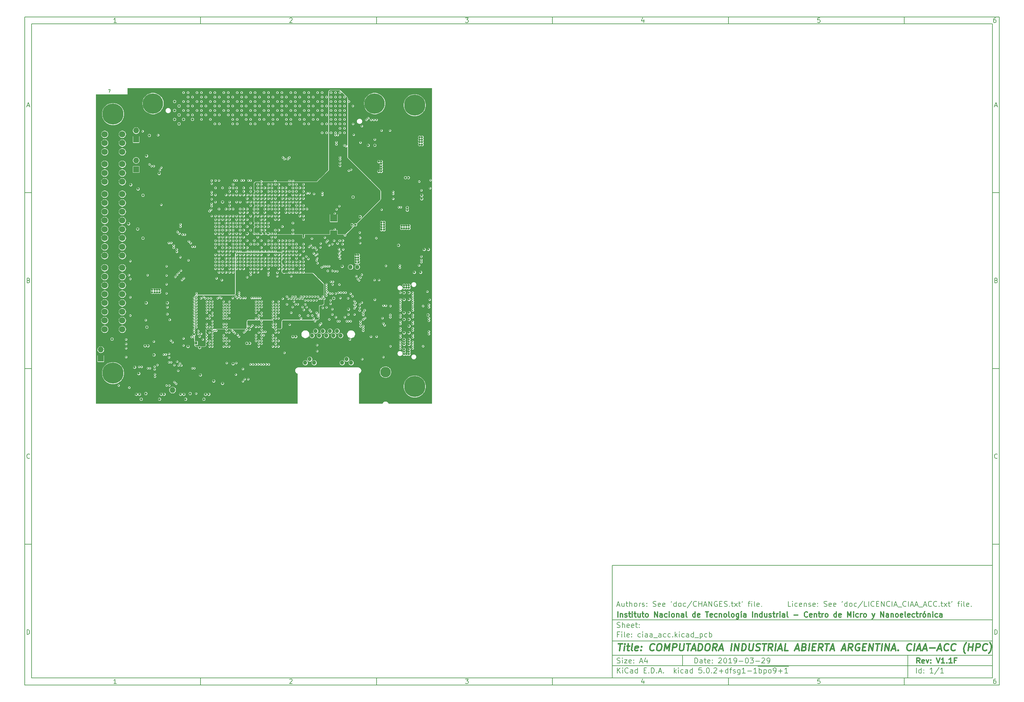
<source format=gbr>
G04 #@! TF.GenerationSoftware,KiCad,Pcbnew,5.0.2+dfsg1-1~bpo9+1*
G04 #@! TF.CreationDate,2019-03-29T14:07:49-03:00*
G04 #@! TF.ProjectId,ciaa_acc,63696161-5f61-4636-932e-6b696361645f,V1.1F*
G04 #@! TF.SameCoordinates,Original*
G04 #@! TF.FileFunction,Copper,L7,Inr*
G04 #@! TF.FilePolarity,Positive*
%FSLAX46Y46*%
G04 Gerber Fmt 4.6, Leading zero omitted, Abs format (unit mm)*
G04 Created by KiCad (PCBNEW 5.0.2+dfsg1-1~bpo9+1) date Fri 29 Mar 2019 02:07:49 PM -03*
%MOMM*%
%LPD*%
G01*
G04 APERTURE LIST*
%ADD10C,0.101600*%
%ADD11C,0.150000*%
%ADD12C,0.300000*%
%ADD13C,0.400000*%
G04 #@! TA.AperFunction,NonConductor*
%ADD14C,0.127000*%
G04 #@! TD*
G04 #@! TA.AperFunction,ViaPad*
%ADD15R,0.800000X0.800000*%
G04 #@! TD*
G04 #@! TA.AperFunction,ViaPad*
%ADD16O,1.200000X1.800000*%
G04 #@! TD*
G04 #@! TA.AperFunction,ViaPad*
%ADD17C,1.200000*%
G04 #@! TD*
G04 #@! TA.AperFunction,ViaPad*
%ADD18C,5.800000*%
G04 #@! TD*
G04 #@! TA.AperFunction,ViaPad*
%ADD19R,1.600000X1.600000*%
G04 #@! TD*
G04 #@! TA.AperFunction,ViaPad*
%ADD20C,1.778000*%
G04 #@! TD*
G04 #@! TA.AperFunction,ViaPad*
%ADD21R,1.651000X1.651000*%
G04 #@! TD*
G04 #@! TA.AperFunction,ViaPad*
%ADD22O,1.651000X1.651000*%
G04 #@! TD*
G04 #@! TA.AperFunction,ViaPad*
%ADD23R,0.750000X0.900000*%
G04 #@! TD*
G04 #@! TA.AperFunction,ViaPad*
%ADD24R,1.080000X0.780000*%
G04 #@! TD*
G04 #@! TA.AperFunction,ViaPad*
%ADD25R,1.287500X1.287500*%
G04 #@! TD*
G04 #@! TA.AperFunction,ViaPad*
%ADD26R,1.000000X1.250000*%
G04 #@! TD*
G04 #@! TA.AperFunction,ViaPad*
%ADD27R,1.250000X1.250000*%
G04 #@! TD*
G04 #@! TA.AperFunction,ViaPad*
%ADD28R,1.000000X1.000000*%
G04 #@! TD*
G04 #@! TA.AperFunction,ViaPad*
%ADD29R,1.500000X1.500000*%
G04 #@! TD*
G04 #@! TA.AperFunction,ViaPad*
%ADD30C,1.800000*%
G04 #@! TD*
G04 #@! TA.AperFunction,ViaPad*
%ADD31C,3.000000*%
G04 #@! TD*
G04 #@! TA.AperFunction,ViaPad*
%ADD32O,1.400000X2.600000*%
G04 #@! TD*
G04 #@! TA.AperFunction,ViaPad*
%ADD33O,4.000000X2.000000*%
G04 #@! TD*
G04 #@! TA.AperFunction,ViaPad*
%ADD34C,6.000000*%
G04 #@! TD*
G04 #@! TA.AperFunction,ViaPad*
%ADD35C,0.635000*%
G04 #@! TD*
G04 #@! TA.AperFunction,ViaPad*
%ADD36C,0.406400*%
G04 #@! TD*
G04 #@! TA.AperFunction,ViaPad*
%ADD37C,0.457200*%
G04 #@! TD*
G04 #@! TA.AperFunction,ViaPad*
%ADD38C,1.270000*%
G04 #@! TD*
G04 #@! TA.AperFunction,Conductor*
%ADD39C,0.457200*%
G04 #@! TD*
G04 #@! TA.AperFunction,Conductor*
%ADD40C,0.101600*%
G04 #@! TD*
G04 APERTURE END LIST*
D10*
D11*
X177002200Y-166007200D02*
X177002200Y-198007200D01*
X285002200Y-198007200D01*
X285002200Y-166007200D01*
X177002200Y-166007200D01*
D10*
D11*
X10000000Y-10000000D02*
X10000000Y-200007200D01*
X287002200Y-200007200D01*
X287002200Y-10000000D01*
X10000000Y-10000000D01*
D10*
D11*
X12000000Y-12000000D02*
X12000000Y-198007200D01*
X285002200Y-198007200D01*
X285002200Y-12000000D01*
X12000000Y-12000000D01*
D10*
D11*
X60000000Y-12000000D02*
X60000000Y-10000000D01*
D10*
D11*
X110000000Y-12000000D02*
X110000000Y-10000000D01*
D10*
D11*
X160000000Y-12000000D02*
X160000000Y-10000000D01*
D10*
D11*
X210000000Y-12000000D02*
X210000000Y-10000000D01*
D10*
D11*
X260000000Y-12000000D02*
X260000000Y-10000000D01*
D10*
D11*
X36065476Y-11588095D02*
X35322619Y-11588095D01*
X35694047Y-11588095D02*
X35694047Y-10288095D01*
X35570238Y-10473809D01*
X35446428Y-10597619D01*
X35322619Y-10659523D01*
D10*
D11*
X85322619Y-10411904D02*
X85384523Y-10350000D01*
X85508333Y-10288095D01*
X85817857Y-10288095D01*
X85941666Y-10350000D01*
X86003571Y-10411904D01*
X86065476Y-10535714D01*
X86065476Y-10659523D01*
X86003571Y-10845238D01*
X85260714Y-11588095D01*
X86065476Y-11588095D01*
D10*
D11*
X135260714Y-10288095D02*
X136065476Y-10288095D01*
X135632142Y-10783333D01*
X135817857Y-10783333D01*
X135941666Y-10845238D01*
X136003571Y-10907142D01*
X136065476Y-11030952D01*
X136065476Y-11340476D01*
X136003571Y-11464285D01*
X135941666Y-11526190D01*
X135817857Y-11588095D01*
X135446428Y-11588095D01*
X135322619Y-11526190D01*
X135260714Y-11464285D01*
D10*
D11*
X185941666Y-10721428D02*
X185941666Y-11588095D01*
X185632142Y-10226190D02*
X185322619Y-11154761D01*
X186127380Y-11154761D01*
D10*
D11*
X236003571Y-10288095D02*
X235384523Y-10288095D01*
X235322619Y-10907142D01*
X235384523Y-10845238D01*
X235508333Y-10783333D01*
X235817857Y-10783333D01*
X235941666Y-10845238D01*
X236003571Y-10907142D01*
X236065476Y-11030952D01*
X236065476Y-11340476D01*
X236003571Y-11464285D01*
X235941666Y-11526190D01*
X235817857Y-11588095D01*
X235508333Y-11588095D01*
X235384523Y-11526190D01*
X235322619Y-11464285D01*
D10*
D11*
X285941666Y-10288095D02*
X285694047Y-10288095D01*
X285570238Y-10350000D01*
X285508333Y-10411904D01*
X285384523Y-10597619D01*
X285322619Y-10845238D01*
X285322619Y-11340476D01*
X285384523Y-11464285D01*
X285446428Y-11526190D01*
X285570238Y-11588095D01*
X285817857Y-11588095D01*
X285941666Y-11526190D01*
X286003571Y-11464285D01*
X286065476Y-11340476D01*
X286065476Y-11030952D01*
X286003571Y-10907142D01*
X285941666Y-10845238D01*
X285817857Y-10783333D01*
X285570238Y-10783333D01*
X285446428Y-10845238D01*
X285384523Y-10907142D01*
X285322619Y-11030952D01*
D10*
D11*
X60000000Y-198007200D02*
X60000000Y-200007200D01*
D10*
D11*
X110000000Y-198007200D02*
X110000000Y-200007200D01*
D10*
D11*
X160000000Y-198007200D02*
X160000000Y-200007200D01*
D10*
D11*
X210000000Y-198007200D02*
X210000000Y-200007200D01*
D10*
D11*
X260000000Y-198007200D02*
X260000000Y-200007200D01*
D10*
D11*
X36065476Y-199595295D02*
X35322619Y-199595295D01*
X35694047Y-199595295D02*
X35694047Y-198295295D01*
X35570238Y-198481009D01*
X35446428Y-198604819D01*
X35322619Y-198666723D01*
D10*
D11*
X85322619Y-198419104D02*
X85384523Y-198357200D01*
X85508333Y-198295295D01*
X85817857Y-198295295D01*
X85941666Y-198357200D01*
X86003571Y-198419104D01*
X86065476Y-198542914D01*
X86065476Y-198666723D01*
X86003571Y-198852438D01*
X85260714Y-199595295D01*
X86065476Y-199595295D01*
D10*
D11*
X135260714Y-198295295D02*
X136065476Y-198295295D01*
X135632142Y-198790533D01*
X135817857Y-198790533D01*
X135941666Y-198852438D01*
X136003571Y-198914342D01*
X136065476Y-199038152D01*
X136065476Y-199347676D01*
X136003571Y-199471485D01*
X135941666Y-199533390D01*
X135817857Y-199595295D01*
X135446428Y-199595295D01*
X135322619Y-199533390D01*
X135260714Y-199471485D01*
D10*
D11*
X185941666Y-198728628D02*
X185941666Y-199595295D01*
X185632142Y-198233390D02*
X185322619Y-199161961D01*
X186127380Y-199161961D01*
D10*
D11*
X236003571Y-198295295D02*
X235384523Y-198295295D01*
X235322619Y-198914342D01*
X235384523Y-198852438D01*
X235508333Y-198790533D01*
X235817857Y-198790533D01*
X235941666Y-198852438D01*
X236003571Y-198914342D01*
X236065476Y-199038152D01*
X236065476Y-199347676D01*
X236003571Y-199471485D01*
X235941666Y-199533390D01*
X235817857Y-199595295D01*
X235508333Y-199595295D01*
X235384523Y-199533390D01*
X235322619Y-199471485D01*
D10*
D11*
X285941666Y-198295295D02*
X285694047Y-198295295D01*
X285570238Y-198357200D01*
X285508333Y-198419104D01*
X285384523Y-198604819D01*
X285322619Y-198852438D01*
X285322619Y-199347676D01*
X285384523Y-199471485D01*
X285446428Y-199533390D01*
X285570238Y-199595295D01*
X285817857Y-199595295D01*
X285941666Y-199533390D01*
X286003571Y-199471485D01*
X286065476Y-199347676D01*
X286065476Y-199038152D01*
X286003571Y-198914342D01*
X285941666Y-198852438D01*
X285817857Y-198790533D01*
X285570238Y-198790533D01*
X285446428Y-198852438D01*
X285384523Y-198914342D01*
X285322619Y-199038152D01*
D10*
D11*
X10000000Y-60000000D02*
X12000000Y-60000000D01*
D10*
D11*
X10000000Y-110000000D02*
X12000000Y-110000000D01*
D10*
D11*
X10000000Y-160000000D02*
X12000000Y-160000000D01*
D10*
D11*
X10690476Y-35216666D02*
X11309523Y-35216666D01*
X10566666Y-35588095D02*
X11000000Y-34288095D01*
X11433333Y-35588095D01*
D10*
D11*
X11092857Y-84907142D02*
X11278571Y-84969047D01*
X11340476Y-85030952D01*
X11402380Y-85154761D01*
X11402380Y-85340476D01*
X11340476Y-85464285D01*
X11278571Y-85526190D01*
X11154761Y-85588095D01*
X10659523Y-85588095D01*
X10659523Y-84288095D01*
X11092857Y-84288095D01*
X11216666Y-84350000D01*
X11278571Y-84411904D01*
X11340476Y-84535714D01*
X11340476Y-84659523D01*
X11278571Y-84783333D01*
X11216666Y-84845238D01*
X11092857Y-84907142D01*
X10659523Y-84907142D01*
D10*
D11*
X11402380Y-135464285D02*
X11340476Y-135526190D01*
X11154761Y-135588095D01*
X11030952Y-135588095D01*
X10845238Y-135526190D01*
X10721428Y-135402380D01*
X10659523Y-135278571D01*
X10597619Y-135030952D01*
X10597619Y-134845238D01*
X10659523Y-134597619D01*
X10721428Y-134473809D01*
X10845238Y-134350000D01*
X11030952Y-134288095D01*
X11154761Y-134288095D01*
X11340476Y-134350000D01*
X11402380Y-134411904D01*
D10*
D11*
X10659523Y-185588095D02*
X10659523Y-184288095D01*
X10969047Y-184288095D01*
X11154761Y-184350000D01*
X11278571Y-184473809D01*
X11340476Y-184597619D01*
X11402380Y-184845238D01*
X11402380Y-185030952D01*
X11340476Y-185278571D01*
X11278571Y-185402380D01*
X11154761Y-185526190D01*
X10969047Y-185588095D01*
X10659523Y-185588095D01*
D10*
D11*
X287002200Y-60000000D02*
X285002200Y-60000000D01*
D10*
D11*
X287002200Y-110000000D02*
X285002200Y-110000000D01*
D10*
D11*
X287002200Y-160000000D02*
X285002200Y-160000000D01*
D10*
D11*
X285692676Y-35216666D02*
X286311723Y-35216666D01*
X285568866Y-35588095D02*
X286002200Y-34288095D01*
X286435533Y-35588095D01*
D10*
D11*
X286095057Y-84907142D02*
X286280771Y-84969047D01*
X286342676Y-85030952D01*
X286404580Y-85154761D01*
X286404580Y-85340476D01*
X286342676Y-85464285D01*
X286280771Y-85526190D01*
X286156961Y-85588095D01*
X285661723Y-85588095D01*
X285661723Y-84288095D01*
X286095057Y-84288095D01*
X286218866Y-84350000D01*
X286280771Y-84411904D01*
X286342676Y-84535714D01*
X286342676Y-84659523D01*
X286280771Y-84783333D01*
X286218866Y-84845238D01*
X286095057Y-84907142D01*
X285661723Y-84907142D01*
D10*
D11*
X286404580Y-135464285D02*
X286342676Y-135526190D01*
X286156961Y-135588095D01*
X286033152Y-135588095D01*
X285847438Y-135526190D01*
X285723628Y-135402380D01*
X285661723Y-135278571D01*
X285599819Y-135030952D01*
X285599819Y-134845238D01*
X285661723Y-134597619D01*
X285723628Y-134473809D01*
X285847438Y-134350000D01*
X286033152Y-134288095D01*
X286156961Y-134288095D01*
X286342676Y-134350000D01*
X286404580Y-134411904D01*
D10*
D11*
X285661723Y-185588095D02*
X285661723Y-184288095D01*
X285971247Y-184288095D01*
X286156961Y-184350000D01*
X286280771Y-184473809D01*
X286342676Y-184597619D01*
X286404580Y-184845238D01*
X286404580Y-185030952D01*
X286342676Y-185278571D01*
X286280771Y-185402380D01*
X286156961Y-185526190D01*
X285971247Y-185588095D01*
X285661723Y-185588095D01*
D10*
D11*
X200434342Y-193785771D02*
X200434342Y-192285771D01*
X200791485Y-192285771D01*
X201005771Y-192357200D01*
X201148628Y-192500057D01*
X201220057Y-192642914D01*
X201291485Y-192928628D01*
X201291485Y-193142914D01*
X201220057Y-193428628D01*
X201148628Y-193571485D01*
X201005771Y-193714342D01*
X200791485Y-193785771D01*
X200434342Y-193785771D01*
X202577200Y-193785771D02*
X202577200Y-193000057D01*
X202505771Y-192857200D01*
X202362914Y-192785771D01*
X202077200Y-192785771D01*
X201934342Y-192857200D01*
X202577200Y-193714342D02*
X202434342Y-193785771D01*
X202077200Y-193785771D01*
X201934342Y-193714342D01*
X201862914Y-193571485D01*
X201862914Y-193428628D01*
X201934342Y-193285771D01*
X202077200Y-193214342D01*
X202434342Y-193214342D01*
X202577200Y-193142914D01*
X203077200Y-192785771D02*
X203648628Y-192785771D01*
X203291485Y-192285771D02*
X203291485Y-193571485D01*
X203362914Y-193714342D01*
X203505771Y-193785771D01*
X203648628Y-193785771D01*
X204720057Y-193714342D02*
X204577200Y-193785771D01*
X204291485Y-193785771D01*
X204148628Y-193714342D01*
X204077200Y-193571485D01*
X204077200Y-193000057D01*
X204148628Y-192857200D01*
X204291485Y-192785771D01*
X204577200Y-192785771D01*
X204720057Y-192857200D01*
X204791485Y-193000057D01*
X204791485Y-193142914D01*
X204077200Y-193285771D01*
X205434342Y-193642914D02*
X205505771Y-193714342D01*
X205434342Y-193785771D01*
X205362914Y-193714342D01*
X205434342Y-193642914D01*
X205434342Y-193785771D01*
X205434342Y-192857200D02*
X205505771Y-192928628D01*
X205434342Y-193000057D01*
X205362914Y-192928628D01*
X205434342Y-192857200D01*
X205434342Y-193000057D01*
X207220057Y-192428628D02*
X207291485Y-192357200D01*
X207434342Y-192285771D01*
X207791485Y-192285771D01*
X207934342Y-192357200D01*
X208005771Y-192428628D01*
X208077200Y-192571485D01*
X208077200Y-192714342D01*
X208005771Y-192928628D01*
X207148628Y-193785771D01*
X208077200Y-193785771D01*
X209005771Y-192285771D02*
X209148628Y-192285771D01*
X209291485Y-192357200D01*
X209362914Y-192428628D01*
X209434342Y-192571485D01*
X209505771Y-192857200D01*
X209505771Y-193214342D01*
X209434342Y-193500057D01*
X209362914Y-193642914D01*
X209291485Y-193714342D01*
X209148628Y-193785771D01*
X209005771Y-193785771D01*
X208862914Y-193714342D01*
X208791485Y-193642914D01*
X208720057Y-193500057D01*
X208648628Y-193214342D01*
X208648628Y-192857200D01*
X208720057Y-192571485D01*
X208791485Y-192428628D01*
X208862914Y-192357200D01*
X209005771Y-192285771D01*
X210934342Y-193785771D02*
X210077200Y-193785771D01*
X210505771Y-193785771D02*
X210505771Y-192285771D01*
X210362914Y-192500057D01*
X210220057Y-192642914D01*
X210077200Y-192714342D01*
X211648628Y-193785771D02*
X211934342Y-193785771D01*
X212077200Y-193714342D01*
X212148628Y-193642914D01*
X212291485Y-193428628D01*
X212362914Y-193142914D01*
X212362914Y-192571485D01*
X212291485Y-192428628D01*
X212220057Y-192357200D01*
X212077200Y-192285771D01*
X211791485Y-192285771D01*
X211648628Y-192357200D01*
X211577200Y-192428628D01*
X211505771Y-192571485D01*
X211505771Y-192928628D01*
X211577200Y-193071485D01*
X211648628Y-193142914D01*
X211791485Y-193214342D01*
X212077200Y-193214342D01*
X212220057Y-193142914D01*
X212291485Y-193071485D01*
X212362914Y-192928628D01*
X213005771Y-193214342D02*
X214148628Y-193214342D01*
X215148628Y-192285771D02*
X215291485Y-192285771D01*
X215434342Y-192357200D01*
X215505771Y-192428628D01*
X215577200Y-192571485D01*
X215648628Y-192857200D01*
X215648628Y-193214342D01*
X215577200Y-193500057D01*
X215505771Y-193642914D01*
X215434342Y-193714342D01*
X215291485Y-193785771D01*
X215148628Y-193785771D01*
X215005771Y-193714342D01*
X214934342Y-193642914D01*
X214862914Y-193500057D01*
X214791485Y-193214342D01*
X214791485Y-192857200D01*
X214862914Y-192571485D01*
X214934342Y-192428628D01*
X215005771Y-192357200D01*
X215148628Y-192285771D01*
X216148628Y-192285771D02*
X217077200Y-192285771D01*
X216577200Y-192857200D01*
X216791485Y-192857200D01*
X216934342Y-192928628D01*
X217005771Y-193000057D01*
X217077200Y-193142914D01*
X217077200Y-193500057D01*
X217005771Y-193642914D01*
X216934342Y-193714342D01*
X216791485Y-193785771D01*
X216362914Y-193785771D01*
X216220057Y-193714342D01*
X216148628Y-193642914D01*
X217720057Y-193214342D02*
X218862914Y-193214342D01*
X219505771Y-192428628D02*
X219577200Y-192357200D01*
X219720057Y-192285771D01*
X220077200Y-192285771D01*
X220220057Y-192357200D01*
X220291485Y-192428628D01*
X220362914Y-192571485D01*
X220362914Y-192714342D01*
X220291485Y-192928628D01*
X219434342Y-193785771D01*
X220362914Y-193785771D01*
X221077200Y-193785771D02*
X221362914Y-193785771D01*
X221505771Y-193714342D01*
X221577200Y-193642914D01*
X221720057Y-193428628D01*
X221791485Y-193142914D01*
X221791485Y-192571485D01*
X221720057Y-192428628D01*
X221648628Y-192357200D01*
X221505771Y-192285771D01*
X221220057Y-192285771D01*
X221077200Y-192357200D01*
X221005771Y-192428628D01*
X220934342Y-192571485D01*
X220934342Y-192928628D01*
X221005771Y-193071485D01*
X221077200Y-193142914D01*
X221220057Y-193214342D01*
X221505771Y-193214342D01*
X221648628Y-193142914D01*
X221720057Y-193071485D01*
X221791485Y-192928628D01*
D10*
D11*
X177002200Y-194507200D02*
X285002200Y-194507200D01*
D10*
D11*
X178434342Y-196585771D02*
X178434342Y-195085771D01*
X179291485Y-196585771D02*
X178648628Y-195728628D01*
X179291485Y-195085771D02*
X178434342Y-195942914D01*
X179934342Y-196585771D02*
X179934342Y-195585771D01*
X179934342Y-195085771D02*
X179862914Y-195157200D01*
X179934342Y-195228628D01*
X180005771Y-195157200D01*
X179934342Y-195085771D01*
X179934342Y-195228628D01*
X181505771Y-196442914D02*
X181434342Y-196514342D01*
X181220057Y-196585771D01*
X181077200Y-196585771D01*
X180862914Y-196514342D01*
X180720057Y-196371485D01*
X180648628Y-196228628D01*
X180577200Y-195942914D01*
X180577200Y-195728628D01*
X180648628Y-195442914D01*
X180720057Y-195300057D01*
X180862914Y-195157200D01*
X181077200Y-195085771D01*
X181220057Y-195085771D01*
X181434342Y-195157200D01*
X181505771Y-195228628D01*
X182791485Y-196585771D02*
X182791485Y-195800057D01*
X182720057Y-195657200D01*
X182577200Y-195585771D01*
X182291485Y-195585771D01*
X182148628Y-195657200D01*
X182791485Y-196514342D02*
X182648628Y-196585771D01*
X182291485Y-196585771D01*
X182148628Y-196514342D01*
X182077200Y-196371485D01*
X182077200Y-196228628D01*
X182148628Y-196085771D01*
X182291485Y-196014342D01*
X182648628Y-196014342D01*
X182791485Y-195942914D01*
X184148628Y-196585771D02*
X184148628Y-195085771D01*
X184148628Y-196514342D02*
X184005771Y-196585771D01*
X183720057Y-196585771D01*
X183577200Y-196514342D01*
X183505771Y-196442914D01*
X183434342Y-196300057D01*
X183434342Y-195871485D01*
X183505771Y-195728628D01*
X183577200Y-195657200D01*
X183720057Y-195585771D01*
X184005771Y-195585771D01*
X184148628Y-195657200D01*
X186005771Y-195800057D02*
X186505771Y-195800057D01*
X186720057Y-196585771D02*
X186005771Y-196585771D01*
X186005771Y-195085771D01*
X186720057Y-195085771D01*
X187362914Y-196442914D02*
X187434342Y-196514342D01*
X187362914Y-196585771D01*
X187291485Y-196514342D01*
X187362914Y-196442914D01*
X187362914Y-196585771D01*
X188077200Y-196585771D02*
X188077200Y-195085771D01*
X188434342Y-195085771D01*
X188648628Y-195157200D01*
X188791485Y-195300057D01*
X188862914Y-195442914D01*
X188934342Y-195728628D01*
X188934342Y-195942914D01*
X188862914Y-196228628D01*
X188791485Y-196371485D01*
X188648628Y-196514342D01*
X188434342Y-196585771D01*
X188077200Y-196585771D01*
X189577200Y-196442914D02*
X189648628Y-196514342D01*
X189577200Y-196585771D01*
X189505771Y-196514342D01*
X189577200Y-196442914D01*
X189577200Y-196585771D01*
X190220057Y-196157200D02*
X190934342Y-196157200D01*
X190077200Y-196585771D02*
X190577200Y-195085771D01*
X191077200Y-196585771D01*
X191577200Y-196442914D02*
X191648628Y-196514342D01*
X191577200Y-196585771D01*
X191505771Y-196514342D01*
X191577200Y-196442914D01*
X191577200Y-196585771D01*
X194577200Y-196585771D02*
X194577200Y-195085771D01*
X194720057Y-196014342D02*
X195148628Y-196585771D01*
X195148628Y-195585771D02*
X194577200Y-196157200D01*
X195791485Y-196585771D02*
X195791485Y-195585771D01*
X195791485Y-195085771D02*
X195720057Y-195157200D01*
X195791485Y-195228628D01*
X195862914Y-195157200D01*
X195791485Y-195085771D01*
X195791485Y-195228628D01*
X197148628Y-196514342D02*
X197005771Y-196585771D01*
X196720057Y-196585771D01*
X196577200Y-196514342D01*
X196505771Y-196442914D01*
X196434342Y-196300057D01*
X196434342Y-195871485D01*
X196505771Y-195728628D01*
X196577200Y-195657200D01*
X196720057Y-195585771D01*
X197005771Y-195585771D01*
X197148628Y-195657200D01*
X198434342Y-196585771D02*
X198434342Y-195800057D01*
X198362914Y-195657200D01*
X198220057Y-195585771D01*
X197934342Y-195585771D01*
X197791485Y-195657200D01*
X198434342Y-196514342D02*
X198291485Y-196585771D01*
X197934342Y-196585771D01*
X197791485Y-196514342D01*
X197720057Y-196371485D01*
X197720057Y-196228628D01*
X197791485Y-196085771D01*
X197934342Y-196014342D01*
X198291485Y-196014342D01*
X198434342Y-195942914D01*
X199791485Y-196585771D02*
X199791485Y-195085771D01*
X199791485Y-196514342D02*
X199648628Y-196585771D01*
X199362914Y-196585771D01*
X199220057Y-196514342D01*
X199148628Y-196442914D01*
X199077200Y-196300057D01*
X199077200Y-195871485D01*
X199148628Y-195728628D01*
X199220057Y-195657200D01*
X199362914Y-195585771D01*
X199648628Y-195585771D01*
X199791485Y-195657200D01*
X202362914Y-195085771D02*
X201648628Y-195085771D01*
X201577200Y-195800057D01*
X201648628Y-195728628D01*
X201791485Y-195657200D01*
X202148628Y-195657200D01*
X202291485Y-195728628D01*
X202362914Y-195800057D01*
X202434342Y-195942914D01*
X202434342Y-196300057D01*
X202362914Y-196442914D01*
X202291485Y-196514342D01*
X202148628Y-196585771D01*
X201791485Y-196585771D01*
X201648628Y-196514342D01*
X201577200Y-196442914D01*
X203077200Y-196442914D02*
X203148628Y-196514342D01*
X203077200Y-196585771D01*
X203005771Y-196514342D01*
X203077200Y-196442914D01*
X203077200Y-196585771D01*
X204077200Y-195085771D02*
X204220057Y-195085771D01*
X204362914Y-195157200D01*
X204434342Y-195228628D01*
X204505771Y-195371485D01*
X204577200Y-195657200D01*
X204577200Y-196014342D01*
X204505771Y-196300057D01*
X204434342Y-196442914D01*
X204362914Y-196514342D01*
X204220057Y-196585771D01*
X204077200Y-196585771D01*
X203934342Y-196514342D01*
X203862914Y-196442914D01*
X203791485Y-196300057D01*
X203720057Y-196014342D01*
X203720057Y-195657200D01*
X203791485Y-195371485D01*
X203862914Y-195228628D01*
X203934342Y-195157200D01*
X204077200Y-195085771D01*
X205220057Y-196442914D02*
X205291485Y-196514342D01*
X205220057Y-196585771D01*
X205148628Y-196514342D01*
X205220057Y-196442914D01*
X205220057Y-196585771D01*
X205862914Y-195228628D02*
X205934342Y-195157200D01*
X206077200Y-195085771D01*
X206434342Y-195085771D01*
X206577200Y-195157200D01*
X206648628Y-195228628D01*
X206720057Y-195371485D01*
X206720057Y-195514342D01*
X206648628Y-195728628D01*
X205791485Y-196585771D01*
X206720057Y-196585771D01*
X207362914Y-196014342D02*
X208505771Y-196014342D01*
X207934342Y-196585771D02*
X207934342Y-195442914D01*
X209862914Y-196585771D02*
X209862914Y-195085771D01*
X209862914Y-196514342D02*
X209720057Y-196585771D01*
X209434342Y-196585771D01*
X209291485Y-196514342D01*
X209220057Y-196442914D01*
X209148628Y-196300057D01*
X209148628Y-195871485D01*
X209220057Y-195728628D01*
X209291485Y-195657200D01*
X209434342Y-195585771D01*
X209720057Y-195585771D01*
X209862914Y-195657200D01*
X210362914Y-195585771D02*
X210934342Y-195585771D01*
X210577200Y-196585771D02*
X210577200Y-195300057D01*
X210648628Y-195157200D01*
X210791485Y-195085771D01*
X210934342Y-195085771D01*
X211362914Y-196514342D02*
X211505771Y-196585771D01*
X211791485Y-196585771D01*
X211934342Y-196514342D01*
X212005771Y-196371485D01*
X212005771Y-196300057D01*
X211934342Y-196157200D01*
X211791485Y-196085771D01*
X211577200Y-196085771D01*
X211434342Y-196014342D01*
X211362914Y-195871485D01*
X211362914Y-195800057D01*
X211434342Y-195657200D01*
X211577200Y-195585771D01*
X211791485Y-195585771D01*
X211934342Y-195657200D01*
X213291485Y-195585771D02*
X213291485Y-196800057D01*
X213220057Y-196942914D01*
X213148628Y-197014342D01*
X213005771Y-197085771D01*
X212791485Y-197085771D01*
X212648628Y-197014342D01*
X213291485Y-196514342D02*
X213148628Y-196585771D01*
X212862914Y-196585771D01*
X212720057Y-196514342D01*
X212648628Y-196442914D01*
X212577200Y-196300057D01*
X212577200Y-195871485D01*
X212648628Y-195728628D01*
X212720057Y-195657200D01*
X212862914Y-195585771D01*
X213148628Y-195585771D01*
X213291485Y-195657200D01*
X214791485Y-196585771D02*
X213934342Y-196585771D01*
X214362914Y-196585771D02*
X214362914Y-195085771D01*
X214220057Y-195300057D01*
X214077200Y-195442914D01*
X213934342Y-195514342D01*
X215434342Y-196014342D02*
X216577200Y-196014342D01*
X218077200Y-196585771D02*
X217220057Y-196585771D01*
X217648628Y-196585771D02*
X217648628Y-195085771D01*
X217505771Y-195300057D01*
X217362914Y-195442914D01*
X217220057Y-195514342D01*
X218362914Y-194677200D02*
X219720057Y-194677200D01*
X218720057Y-196585771D02*
X218720057Y-195085771D01*
X218720057Y-195657200D02*
X218862914Y-195585771D01*
X219148628Y-195585771D01*
X219291485Y-195657200D01*
X219362914Y-195728628D01*
X219434342Y-195871485D01*
X219434342Y-196300057D01*
X219362914Y-196442914D01*
X219291485Y-196514342D01*
X219148628Y-196585771D01*
X218862914Y-196585771D01*
X218720057Y-196514342D01*
X219720057Y-194677200D02*
X221077200Y-194677200D01*
X220077200Y-195585771D02*
X220077200Y-197085771D01*
X220077200Y-195657200D02*
X220220057Y-195585771D01*
X220505771Y-195585771D01*
X220648628Y-195657200D01*
X220720057Y-195728628D01*
X220791485Y-195871485D01*
X220791485Y-196300057D01*
X220720057Y-196442914D01*
X220648628Y-196514342D01*
X220505771Y-196585771D01*
X220220057Y-196585771D01*
X220077200Y-196514342D01*
X221077200Y-194677200D02*
X222434342Y-194677200D01*
X221648628Y-196585771D02*
X221505771Y-196514342D01*
X221434342Y-196442914D01*
X221362914Y-196300057D01*
X221362914Y-195871485D01*
X221434342Y-195728628D01*
X221505771Y-195657200D01*
X221648628Y-195585771D01*
X221862914Y-195585771D01*
X222005771Y-195657200D01*
X222077200Y-195728628D01*
X222148628Y-195871485D01*
X222148628Y-196300057D01*
X222077200Y-196442914D01*
X222005771Y-196514342D01*
X221862914Y-196585771D01*
X221648628Y-196585771D01*
X222434342Y-194677200D02*
X223862914Y-194677200D01*
X222862914Y-196585771D02*
X223148628Y-196585771D01*
X223291485Y-196514342D01*
X223362914Y-196442914D01*
X223505771Y-196228628D01*
X223577200Y-195942914D01*
X223577200Y-195371485D01*
X223505771Y-195228628D01*
X223434342Y-195157200D01*
X223291485Y-195085771D01*
X223005771Y-195085771D01*
X222862914Y-195157200D01*
X222791485Y-195228628D01*
X222720057Y-195371485D01*
X222720057Y-195728628D01*
X222791485Y-195871485D01*
X222862914Y-195942914D01*
X223005771Y-196014342D01*
X223291485Y-196014342D01*
X223434342Y-195942914D01*
X223505771Y-195871485D01*
X223577200Y-195728628D01*
X223862914Y-194677200D02*
X225720057Y-194677200D01*
X224220057Y-196014342D02*
X225362914Y-196014342D01*
X224791485Y-196585771D02*
X224791485Y-195442914D01*
X225720057Y-194677200D02*
X227148628Y-194677200D01*
X226862914Y-196585771D02*
X226005771Y-196585771D01*
X226434342Y-196585771D02*
X226434342Y-195085771D01*
X226291485Y-195300057D01*
X226148628Y-195442914D01*
X226005771Y-195514342D01*
D10*
D11*
X177002200Y-191507200D02*
X285002200Y-191507200D01*
D10*
D12*
X264411485Y-193785771D02*
X263911485Y-193071485D01*
X263554342Y-193785771D02*
X263554342Y-192285771D01*
X264125771Y-192285771D01*
X264268628Y-192357200D01*
X264340057Y-192428628D01*
X264411485Y-192571485D01*
X264411485Y-192785771D01*
X264340057Y-192928628D01*
X264268628Y-193000057D01*
X264125771Y-193071485D01*
X263554342Y-193071485D01*
X265625771Y-193714342D02*
X265482914Y-193785771D01*
X265197200Y-193785771D01*
X265054342Y-193714342D01*
X264982914Y-193571485D01*
X264982914Y-193000057D01*
X265054342Y-192857200D01*
X265197200Y-192785771D01*
X265482914Y-192785771D01*
X265625771Y-192857200D01*
X265697200Y-193000057D01*
X265697200Y-193142914D01*
X264982914Y-193285771D01*
X266197200Y-192785771D02*
X266554342Y-193785771D01*
X266911485Y-192785771D01*
X267482914Y-193642914D02*
X267554342Y-193714342D01*
X267482914Y-193785771D01*
X267411485Y-193714342D01*
X267482914Y-193642914D01*
X267482914Y-193785771D01*
X267482914Y-192857200D02*
X267554342Y-192928628D01*
X267482914Y-193000057D01*
X267411485Y-192928628D01*
X267482914Y-192857200D01*
X267482914Y-193000057D01*
X269125771Y-192285771D02*
X269625771Y-193785771D01*
X270125771Y-192285771D01*
X271411485Y-193785771D02*
X270554342Y-193785771D01*
X270982914Y-193785771D02*
X270982914Y-192285771D01*
X270840057Y-192500057D01*
X270697200Y-192642914D01*
X270554342Y-192714342D01*
X272054342Y-193642914D02*
X272125771Y-193714342D01*
X272054342Y-193785771D01*
X271982914Y-193714342D01*
X272054342Y-193642914D01*
X272054342Y-193785771D01*
X273554342Y-193785771D02*
X272697200Y-193785771D01*
X273125771Y-193785771D02*
X273125771Y-192285771D01*
X272982914Y-192500057D01*
X272840057Y-192642914D01*
X272697200Y-192714342D01*
X274697200Y-193000057D02*
X274197200Y-193000057D01*
X274197200Y-193785771D02*
X274197200Y-192285771D01*
X274911485Y-192285771D01*
D10*
D11*
X178362914Y-193714342D02*
X178577200Y-193785771D01*
X178934342Y-193785771D01*
X179077200Y-193714342D01*
X179148628Y-193642914D01*
X179220057Y-193500057D01*
X179220057Y-193357200D01*
X179148628Y-193214342D01*
X179077200Y-193142914D01*
X178934342Y-193071485D01*
X178648628Y-193000057D01*
X178505771Y-192928628D01*
X178434342Y-192857200D01*
X178362914Y-192714342D01*
X178362914Y-192571485D01*
X178434342Y-192428628D01*
X178505771Y-192357200D01*
X178648628Y-192285771D01*
X179005771Y-192285771D01*
X179220057Y-192357200D01*
X179862914Y-193785771D02*
X179862914Y-192785771D01*
X179862914Y-192285771D02*
X179791485Y-192357200D01*
X179862914Y-192428628D01*
X179934342Y-192357200D01*
X179862914Y-192285771D01*
X179862914Y-192428628D01*
X180434342Y-192785771D02*
X181220057Y-192785771D01*
X180434342Y-193785771D01*
X181220057Y-193785771D01*
X182362914Y-193714342D02*
X182220057Y-193785771D01*
X181934342Y-193785771D01*
X181791485Y-193714342D01*
X181720057Y-193571485D01*
X181720057Y-193000057D01*
X181791485Y-192857200D01*
X181934342Y-192785771D01*
X182220057Y-192785771D01*
X182362914Y-192857200D01*
X182434342Y-193000057D01*
X182434342Y-193142914D01*
X181720057Y-193285771D01*
X183077200Y-193642914D02*
X183148628Y-193714342D01*
X183077200Y-193785771D01*
X183005771Y-193714342D01*
X183077200Y-193642914D01*
X183077200Y-193785771D01*
X183077200Y-192857200D02*
X183148628Y-192928628D01*
X183077200Y-193000057D01*
X183005771Y-192928628D01*
X183077200Y-192857200D01*
X183077200Y-193000057D01*
X184862914Y-193357200D02*
X185577200Y-193357200D01*
X184720057Y-193785771D02*
X185220057Y-192285771D01*
X185720057Y-193785771D01*
X186862914Y-192785771D02*
X186862914Y-193785771D01*
X186505771Y-192214342D02*
X186148628Y-193285771D01*
X187077200Y-193285771D01*
D10*
D11*
X263434342Y-196585771D02*
X263434342Y-195085771D01*
X264791485Y-196585771D02*
X264791485Y-195085771D01*
X264791485Y-196514342D02*
X264648628Y-196585771D01*
X264362914Y-196585771D01*
X264220057Y-196514342D01*
X264148628Y-196442914D01*
X264077200Y-196300057D01*
X264077200Y-195871485D01*
X264148628Y-195728628D01*
X264220057Y-195657200D01*
X264362914Y-195585771D01*
X264648628Y-195585771D01*
X264791485Y-195657200D01*
X265505771Y-196442914D02*
X265577200Y-196514342D01*
X265505771Y-196585771D01*
X265434342Y-196514342D01*
X265505771Y-196442914D01*
X265505771Y-196585771D01*
X265505771Y-195657200D02*
X265577200Y-195728628D01*
X265505771Y-195800057D01*
X265434342Y-195728628D01*
X265505771Y-195657200D01*
X265505771Y-195800057D01*
X268148628Y-196585771D02*
X267291485Y-196585771D01*
X267720057Y-196585771D02*
X267720057Y-195085771D01*
X267577200Y-195300057D01*
X267434342Y-195442914D01*
X267291485Y-195514342D01*
X269862914Y-195014342D02*
X268577200Y-196942914D01*
X271148628Y-196585771D02*
X270291485Y-196585771D01*
X270720057Y-196585771D02*
X270720057Y-195085771D01*
X270577200Y-195300057D01*
X270434342Y-195442914D01*
X270291485Y-195514342D01*
D10*
D11*
X177002200Y-187507200D02*
X285002200Y-187507200D01*
D10*
D13*
X178714580Y-188211961D02*
X179857438Y-188211961D01*
X179036009Y-190211961D02*
X179286009Y-188211961D01*
X180274104Y-190211961D02*
X180440771Y-188878628D01*
X180524104Y-188211961D02*
X180416961Y-188307200D01*
X180500295Y-188402438D01*
X180607438Y-188307200D01*
X180524104Y-188211961D01*
X180500295Y-188402438D01*
X181107438Y-188878628D02*
X181869342Y-188878628D01*
X181476485Y-188211961D02*
X181262200Y-189926247D01*
X181333628Y-190116723D01*
X181512200Y-190211961D01*
X181702676Y-190211961D01*
X182655057Y-190211961D02*
X182476485Y-190116723D01*
X182405057Y-189926247D01*
X182619342Y-188211961D01*
X184190771Y-190116723D02*
X183988390Y-190211961D01*
X183607438Y-190211961D01*
X183428866Y-190116723D01*
X183357438Y-189926247D01*
X183452676Y-189164342D01*
X183571723Y-188973866D01*
X183774104Y-188878628D01*
X184155057Y-188878628D01*
X184333628Y-188973866D01*
X184405057Y-189164342D01*
X184381247Y-189354819D01*
X183405057Y-189545295D01*
X185155057Y-190021485D02*
X185238390Y-190116723D01*
X185131247Y-190211961D01*
X185047914Y-190116723D01*
X185155057Y-190021485D01*
X185131247Y-190211961D01*
X185286009Y-188973866D02*
X185369342Y-189069104D01*
X185262200Y-189164342D01*
X185178866Y-189069104D01*
X185286009Y-188973866D01*
X185262200Y-189164342D01*
X188774104Y-190021485D02*
X188666961Y-190116723D01*
X188369342Y-190211961D01*
X188178866Y-190211961D01*
X187905057Y-190116723D01*
X187738390Y-189926247D01*
X187666961Y-189735771D01*
X187619342Y-189354819D01*
X187655057Y-189069104D01*
X187797914Y-188688152D01*
X187916961Y-188497676D01*
X188131247Y-188307200D01*
X188428866Y-188211961D01*
X188619342Y-188211961D01*
X188893152Y-188307200D01*
X188976485Y-188402438D01*
X190238390Y-188211961D02*
X190619342Y-188211961D01*
X190797914Y-188307200D01*
X190964580Y-188497676D01*
X191012200Y-188878628D01*
X190928866Y-189545295D01*
X190786009Y-189926247D01*
X190571723Y-190116723D01*
X190369342Y-190211961D01*
X189988390Y-190211961D01*
X189809819Y-190116723D01*
X189643152Y-189926247D01*
X189595533Y-189545295D01*
X189678866Y-188878628D01*
X189821723Y-188497676D01*
X190036009Y-188307200D01*
X190238390Y-188211961D01*
X191702676Y-190211961D02*
X191952676Y-188211961D01*
X192440771Y-189640533D01*
X193286009Y-188211961D01*
X193036009Y-190211961D01*
X193988390Y-190211961D02*
X194238390Y-188211961D01*
X195000295Y-188211961D01*
X195178866Y-188307200D01*
X195262200Y-188402438D01*
X195333628Y-188592914D01*
X195297914Y-188878628D01*
X195178866Y-189069104D01*
X195071723Y-189164342D01*
X194869342Y-189259580D01*
X194107438Y-189259580D01*
X196238390Y-188211961D02*
X196036009Y-189831009D01*
X196107438Y-190021485D01*
X196190771Y-190116723D01*
X196369342Y-190211961D01*
X196750295Y-190211961D01*
X196952676Y-190116723D01*
X197059819Y-190021485D01*
X197178866Y-189831009D01*
X197381247Y-188211961D01*
X198047914Y-188211961D02*
X199190771Y-188211961D01*
X198369342Y-190211961D02*
X198619342Y-188211961D01*
X199583628Y-189640533D02*
X200536009Y-189640533D01*
X199321723Y-190211961D02*
X200238390Y-188211961D01*
X200655057Y-190211961D01*
X201321723Y-190211961D02*
X201571723Y-188211961D01*
X202047914Y-188211961D01*
X202321723Y-188307200D01*
X202488390Y-188497676D01*
X202559819Y-188688152D01*
X202607438Y-189069104D01*
X202571723Y-189354819D01*
X202428866Y-189735771D01*
X202309819Y-189926247D01*
X202095533Y-190116723D01*
X201797914Y-190211961D01*
X201321723Y-190211961D01*
X203952676Y-188211961D02*
X204333628Y-188211961D01*
X204512200Y-188307200D01*
X204678866Y-188497676D01*
X204726485Y-188878628D01*
X204643152Y-189545295D01*
X204500295Y-189926247D01*
X204286009Y-190116723D01*
X204083628Y-190211961D01*
X203702676Y-190211961D01*
X203524104Y-190116723D01*
X203357438Y-189926247D01*
X203309819Y-189545295D01*
X203393152Y-188878628D01*
X203536009Y-188497676D01*
X203750295Y-188307200D01*
X203952676Y-188211961D01*
X206559819Y-190211961D02*
X206012200Y-189259580D01*
X205416961Y-190211961D02*
X205666961Y-188211961D01*
X206428866Y-188211961D01*
X206607438Y-188307200D01*
X206690771Y-188402438D01*
X206762200Y-188592914D01*
X206726485Y-188878628D01*
X206607438Y-189069104D01*
X206500295Y-189164342D01*
X206297914Y-189259580D01*
X205536009Y-189259580D01*
X207393152Y-189640533D02*
X208345533Y-189640533D01*
X207131247Y-190211961D02*
X208047914Y-188211961D01*
X208464580Y-190211961D01*
X210655057Y-190211961D02*
X210905057Y-188211961D01*
X211607438Y-190211961D02*
X211857438Y-188211961D01*
X212750295Y-190211961D01*
X213000295Y-188211961D01*
X213702676Y-190211961D02*
X213952676Y-188211961D01*
X214428866Y-188211961D01*
X214702676Y-188307200D01*
X214869342Y-188497676D01*
X214940771Y-188688152D01*
X214988390Y-189069104D01*
X214952676Y-189354819D01*
X214809819Y-189735771D01*
X214690771Y-189926247D01*
X214476485Y-190116723D01*
X214178866Y-190211961D01*
X213702676Y-190211961D01*
X215952676Y-188211961D02*
X215750295Y-189831009D01*
X215821723Y-190021485D01*
X215905057Y-190116723D01*
X216083628Y-190211961D01*
X216464580Y-190211961D01*
X216666961Y-190116723D01*
X216774104Y-190021485D01*
X216893152Y-189831009D01*
X217095533Y-188211961D01*
X217714580Y-190116723D02*
X217988390Y-190211961D01*
X218464580Y-190211961D01*
X218666961Y-190116723D01*
X218774104Y-190021485D01*
X218893152Y-189831009D01*
X218916961Y-189640533D01*
X218845533Y-189450057D01*
X218762200Y-189354819D01*
X218583628Y-189259580D01*
X218214580Y-189164342D01*
X218036009Y-189069104D01*
X217952676Y-188973866D01*
X217881247Y-188783390D01*
X217905057Y-188592914D01*
X218024104Y-188402438D01*
X218131247Y-188307200D01*
X218333628Y-188211961D01*
X218809819Y-188211961D01*
X219083628Y-188307200D01*
X219666961Y-188211961D02*
X220809819Y-188211961D01*
X219988390Y-190211961D02*
X220238390Y-188211961D01*
X222369342Y-190211961D02*
X221821723Y-189259580D01*
X221226485Y-190211961D02*
X221476485Y-188211961D01*
X222238390Y-188211961D01*
X222416961Y-188307200D01*
X222500295Y-188402438D01*
X222571723Y-188592914D01*
X222536009Y-188878628D01*
X222416961Y-189069104D01*
X222309819Y-189164342D01*
X222107438Y-189259580D01*
X221345533Y-189259580D01*
X223226485Y-190211961D02*
X223476485Y-188211961D01*
X224155057Y-189640533D02*
X225107438Y-189640533D01*
X223893152Y-190211961D02*
X224809819Y-188211961D01*
X225226485Y-190211961D01*
X226845533Y-190211961D02*
X225893152Y-190211961D01*
X226143152Y-188211961D01*
X229012200Y-189640533D02*
X229964580Y-189640533D01*
X228750295Y-190211961D02*
X229666961Y-188211961D01*
X230083628Y-190211961D01*
X231547914Y-189164342D02*
X231821723Y-189259580D01*
X231905057Y-189354819D01*
X231976485Y-189545295D01*
X231940771Y-189831009D01*
X231821723Y-190021485D01*
X231714580Y-190116723D01*
X231512200Y-190211961D01*
X230750295Y-190211961D01*
X231000295Y-188211961D01*
X231666961Y-188211961D01*
X231845533Y-188307200D01*
X231928866Y-188402438D01*
X232000295Y-188592914D01*
X231976485Y-188783390D01*
X231857438Y-188973866D01*
X231750295Y-189069104D01*
X231547914Y-189164342D01*
X230881247Y-189164342D01*
X232750295Y-190211961D02*
X233000295Y-188211961D01*
X233833628Y-189164342D02*
X234500295Y-189164342D01*
X234655057Y-190211961D02*
X233702676Y-190211961D01*
X233952676Y-188211961D01*
X234905057Y-188211961D01*
X236655057Y-190211961D02*
X236107438Y-189259580D01*
X235512200Y-190211961D02*
X235762200Y-188211961D01*
X236524104Y-188211961D01*
X236702676Y-188307200D01*
X236786009Y-188402438D01*
X236857438Y-188592914D01*
X236821723Y-188878628D01*
X236702676Y-189069104D01*
X236595533Y-189164342D01*
X236393152Y-189259580D01*
X235631247Y-189259580D01*
X237476485Y-188211961D02*
X238619342Y-188211961D01*
X237797914Y-190211961D02*
X238047914Y-188211961D01*
X239012200Y-189640533D02*
X239964580Y-189640533D01*
X238750295Y-190211961D02*
X239666961Y-188211961D01*
X240083628Y-190211961D01*
X242250295Y-189640533D02*
X243202676Y-189640533D01*
X241988390Y-190211961D02*
X242905057Y-188211961D01*
X243321723Y-190211961D01*
X245131247Y-190211961D02*
X244583628Y-189259580D01*
X243988390Y-190211961D02*
X244238390Y-188211961D01*
X245000295Y-188211961D01*
X245178866Y-188307200D01*
X245262200Y-188402438D01*
X245333628Y-188592914D01*
X245297914Y-188878628D01*
X245178866Y-189069104D01*
X245071723Y-189164342D01*
X244869342Y-189259580D01*
X244107438Y-189259580D01*
X247274104Y-188307200D02*
X247095533Y-188211961D01*
X246809819Y-188211961D01*
X246512200Y-188307200D01*
X246297914Y-188497676D01*
X246178866Y-188688152D01*
X246036009Y-189069104D01*
X246000295Y-189354819D01*
X246047914Y-189735771D01*
X246119342Y-189926247D01*
X246286009Y-190116723D01*
X246559819Y-190211961D01*
X246750295Y-190211961D01*
X247047914Y-190116723D01*
X247155057Y-190021485D01*
X247238390Y-189354819D01*
X246857438Y-189354819D01*
X248119342Y-189164342D02*
X248786009Y-189164342D01*
X248940771Y-190211961D02*
X247988390Y-190211961D01*
X248238390Y-188211961D01*
X249190771Y-188211961D01*
X249797914Y-190211961D02*
X250047914Y-188211961D01*
X250940771Y-190211961D01*
X251190771Y-188211961D01*
X251857438Y-188211961D02*
X253000295Y-188211961D01*
X252178866Y-190211961D02*
X252428866Y-188211961D01*
X253416961Y-190211961D02*
X253666961Y-188211961D01*
X254369342Y-190211961D02*
X254619342Y-188211961D01*
X255512199Y-190211961D01*
X255762199Y-188211961D01*
X256440771Y-189640533D02*
X257393152Y-189640533D01*
X256178866Y-190211961D02*
X257095533Y-188211961D01*
X257512199Y-190211961D01*
X258202676Y-190021485D02*
X258286009Y-190116723D01*
X258178866Y-190211961D01*
X258095533Y-190116723D01*
X258202676Y-190021485D01*
X258178866Y-190211961D01*
X261821723Y-190021485D02*
X261714580Y-190116723D01*
X261416961Y-190211961D01*
X261226485Y-190211961D01*
X260952676Y-190116723D01*
X260786009Y-189926247D01*
X260714580Y-189735771D01*
X260666961Y-189354819D01*
X260702676Y-189069104D01*
X260845533Y-188688152D01*
X260964580Y-188497676D01*
X261178866Y-188307200D01*
X261476485Y-188211961D01*
X261666961Y-188211961D01*
X261940771Y-188307200D01*
X262024104Y-188402438D01*
X262655057Y-190211961D02*
X262905057Y-188211961D01*
X263583628Y-189640533D02*
X264536009Y-189640533D01*
X263321723Y-190211961D02*
X264238390Y-188211961D01*
X264655057Y-190211961D01*
X265297914Y-189640533D02*
X266250295Y-189640533D01*
X265036009Y-190211961D02*
X265952676Y-188211961D01*
X266369342Y-190211961D01*
X267131247Y-189450057D02*
X268655057Y-189450057D01*
X269488390Y-189640533D02*
X270440771Y-189640533D01*
X269226485Y-190211961D02*
X270143152Y-188211961D01*
X270559819Y-190211961D01*
X272393152Y-190021485D02*
X272286009Y-190116723D01*
X271988390Y-190211961D01*
X271797914Y-190211961D01*
X271524104Y-190116723D01*
X271357438Y-189926247D01*
X271286009Y-189735771D01*
X271238390Y-189354819D01*
X271274104Y-189069104D01*
X271416961Y-188688152D01*
X271536009Y-188497676D01*
X271750295Y-188307200D01*
X272047914Y-188211961D01*
X272238390Y-188211961D01*
X272512200Y-188307200D01*
X272595533Y-188402438D01*
X274393152Y-190021485D02*
X274286009Y-190116723D01*
X273988390Y-190211961D01*
X273797914Y-190211961D01*
X273524104Y-190116723D01*
X273357438Y-189926247D01*
X273286009Y-189735771D01*
X273238390Y-189354819D01*
X273274104Y-189069104D01*
X273416961Y-188688152D01*
X273536009Y-188497676D01*
X273750295Y-188307200D01*
X274047914Y-188211961D01*
X274238390Y-188211961D01*
X274512200Y-188307200D01*
X274595533Y-188402438D01*
X277226485Y-190973866D02*
X277143152Y-190878628D01*
X276988390Y-190592914D01*
X276916961Y-190402438D01*
X276857438Y-190116723D01*
X276821723Y-189640533D01*
X276869342Y-189259580D01*
X277024104Y-188783390D01*
X277155057Y-188497676D01*
X277274104Y-188307200D01*
X277500295Y-188021485D01*
X277607438Y-187926247D01*
X278083628Y-190211961D02*
X278333628Y-188211961D01*
X278214580Y-189164342D02*
X279357438Y-189164342D01*
X279226485Y-190211961D02*
X279476485Y-188211961D01*
X280178866Y-190211961D02*
X280428866Y-188211961D01*
X281190771Y-188211961D01*
X281369342Y-188307200D01*
X281452676Y-188402438D01*
X281524104Y-188592914D01*
X281488390Y-188878628D01*
X281369342Y-189069104D01*
X281262200Y-189164342D01*
X281059819Y-189259580D01*
X280297914Y-189259580D01*
X283345533Y-190021485D02*
X283238390Y-190116723D01*
X282940771Y-190211961D01*
X282750295Y-190211961D01*
X282476485Y-190116723D01*
X282309819Y-189926247D01*
X282238390Y-189735771D01*
X282190771Y-189354819D01*
X282226485Y-189069104D01*
X282369342Y-188688152D01*
X282488390Y-188497676D01*
X282702676Y-188307200D01*
X283000295Y-188211961D01*
X283190771Y-188211961D01*
X283464580Y-188307200D01*
X283547914Y-188402438D01*
X283893152Y-190973866D02*
X284000295Y-190878628D01*
X284226485Y-190592914D01*
X284345533Y-190402438D01*
X284476485Y-190116723D01*
X284631247Y-189640533D01*
X284678866Y-189259580D01*
X284643152Y-188783390D01*
X284583628Y-188497676D01*
X284512200Y-188307200D01*
X284357438Y-188021485D01*
X284274104Y-187926247D01*
D10*
D11*
X178934342Y-185600057D02*
X178434342Y-185600057D01*
X178434342Y-186385771D02*
X178434342Y-184885771D01*
X179148628Y-184885771D01*
X179720057Y-186385771D02*
X179720057Y-185385771D01*
X179720057Y-184885771D02*
X179648628Y-184957200D01*
X179720057Y-185028628D01*
X179791485Y-184957200D01*
X179720057Y-184885771D01*
X179720057Y-185028628D01*
X180648628Y-186385771D02*
X180505771Y-186314342D01*
X180434342Y-186171485D01*
X180434342Y-184885771D01*
X181791485Y-186314342D02*
X181648628Y-186385771D01*
X181362914Y-186385771D01*
X181220057Y-186314342D01*
X181148628Y-186171485D01*
X181148628Y-185600057D01*
X181220057Y-185457200D01*
X181362914Y-185385771D01*
X181648628Y-185385771D01*
X181791485Y-185457200D01*
X181862914Y-185600057D01*
X181862914Y-185742914D01*
X181148628Y-185885771D01*
X182505771Y-186242914D02*
X182577200Y-186314342D01*
X182505771Y-186385771D01*
X182434342Y-186314342D01*
X182505771Y-186242914D01*
X182505771Y-186385771D01*
X182505771Y-185457200D02*
X182577200Y-185528628D01*
X182505771Y-185600057D01*
X182434342Y-185528628D01*
X182505771Y-185457200D01*
X182505771Y-185600057D01*
X185005771Y-186314342D02*
X184862914Y-186385771D01*
X184577200Y-186385771D01*
X184434342Y-186314342D01*
X184362914Y-186242914D01*
X184291485Y-186100057D01*
X184291485Y-185671485D01*
X184362914Y-185528628D01*
X184434342Y-185457200D01*
X184577200Y-185385771D01*
X184862914Y-185385771D01*
X185005771Y-185457200D01*
X185648628Y-186385771D02*
X185648628Y-185385771D01*
X185648628Y-184885771D02*
X185577200Y-184957200D01*
X185648628Y-185028628D01*
X185720057Y-184957200D01*
X185648628Y-184885771D01*
X185648628Y-185028628D01*
X187005771Y-186385771D02*
X187005771Y-185600057D01*
X186934342Y-185457200D01*
X186791485Y-185385771D01*
X186505771Y-185385771D01*
X186362914Y-185457200D01*
X187005771Y-186314342D02*
X186862914Y-186385771D01*
X186505771Y-186385771D01*
X186362914Y-186314342D01*
X186291485Y-186171485D01*
X186291485Y-186028628D01*
X186362914Y-185885771D01*
X186505771Y-185814342D01*
X186862914Y-185814342D01*
X187005771Y-185742914D01*
X188362914Y-186385771D02*
X188362914Y-185600057D01*
X188291485Y-185457200D01*
X188148628Y-185385771D01*
X187862914Y-185385771D01*
X187720057Y-185457200D01*
X188362914Y-186314342D02*
X188220057Y-186385771D01*
X187862914Y-186385771D01*
X187720057Y-186314342D01*
X187648628Y-186171485D01*
X187648628Y-186028628D01*
X187720057Y-185885771D01*
X187862914Y-185814342D01*
X188220057Y-185814342D01*
X188362914Y-185742914D01*
X188720057Y-186528628D02*
X189862914Y-186528628D01*
X190862914Y-186385771D02*
X190862914Y-185600057D01*
X190791485Y-185457200D01*
X190648628Y-185385771D01*
X190362914Y-185385771D01*
X190220057Y-185457200D01*
X190862914Y-186314342D02*
X190720057Y-186385771D01*
X190362914Y-186385771D01*
X190220057Y-186314342D01*
X190148628Y-186171485D01*
X190148628Y-186028628D01*
X190220057Y-185885771D01*
X190362914Y-185814342D01*
X190720057Y-185814342D01*
X190862914Y-185742914D01*
X192220057Y-186314342D02*
X192077200Y-186385771D01*
X191791485Y-186385771D01*
X191648628Y-186314342D01*
X191577200Y-186242914D01*
X191505771Y-186100057D01*
X191505771Y-185671485D01*
X191577200Y-185528628D01*
X191648628Y-185457200D01*
X191791485Y-185385771D01*
X192077200Y-185385771D01*
X192220057Y-185457200D01*
X193505771Y-186314342D02*
X193362914Y-186385771D01*
X193077200Y-186385771D01*
X192934342Y-186314342D01*
X192862914Y-186242914D01*
X192791485Y-186100057D01*
X192791485Y-185671485D01*
X192862914Y-185528628D01*
X192934342Y-185457200D01*
X193077200Y-185385771D01*
X193362914Y-185385771D01*
X193505771Y-185457200D01*
X194148628Y-186242914D02*
X194220057Y-186314342D01*
X194148628Y-186385771D01*
X194077200Y-186314342D01*
X194148628Y-186242914D01*
X194148628Y-186385771D01*
X194862914Y-186385771D02*
X194862914Y-184885771D01*
X195005771Y-185814342D02*
X195434342Y-186385771D01*
X195434342Y-185385771D02*
X194862914Y-185957200D01*
X196077200Y-186385771D02*
X196077200Y-185385771D01*
X196077200Y-184885771D02*
X196005771Y-184957200D01*
X196077200Y-185028628D01*
X196148628Y-184957200D01*
X196077200Y-184885771D01*
X196077200Y-185028628D01*
X197434342Y-186314342D02*
X197291485Y-186385771D01*
X197005771Y-186385771D01*
X196862914Y-186314342D01*
X196791485Y-186242914D01*
X196720057Y-186100057D01*
X196720057Y-185671485D01*
X196791485Y-185528628D01*
X196862914Y-185457200D01*
X197005771Y-185385771D01*
X197291485Y-185385771D01*
X197434342Y-185457200D01*
X198720057Y-186385771D02*
X198720057Y-185600057D01*
X198648628Y-185457200D01*
X198505771Y-185385771D01*
X198220057Y-185385771D01*
X198077200Y-185457200D01*
X198720057Y-186314342D02*
X198577200Y-186385771D01*
X198220057Y-186385771D01*
X198077200Y-186314342D01*
X198005771Y-186171485D01*
X198005771Y-186028628D01*
X198077200Y-185885771D01*
X198220057Y-185814342D01*
X198577200Y-185814342D01*
X198720057Y-185742914D01*
X200077200Y-186385771D02*
X200077200Y-184885771D01*
X200077200Y-186314342D02*
X199934342Y-186385771D01*
X199648628Y-186385771D01*
X199505771Y-186314342D01*
X199434342Y-186242914D01*
X199362914Y-186100057D01*
X199362914Y-185671485D01*
X199434342Y-185528628D01*
X199505771Y-185457200D01*
X199648628Y-185385771D01*
X199934342Y-185385771D01*
X200077200Y-185457200D01*
X200434342Y-186528628D02*
X201577200Y-186528628D01*
X201934342Y-185385771D02*
X201934342Y-186885771D01*
X201934342Y-185457200D02*
X202077200Y-185385771D01*
X202362914Y-185385771D01*
X202505771Y-185457200D01*
X202577200Y-185528628D01*
X202648628Y-185671485D01*
X202648628Y-186100057D01*
X202577200Y-186242914D01*
X202505771Y-186314342D01*
X202362914Y-186385771D01*
X202077200Y-186385771D01*
X201934342Y-186314342D01*
X203934342Y-186314342D02*
X203791485Y-186385771D01*
X203505771Y-186385771D01*
X203362914Y-186314342D01*
X203291485Y-186242914D01*
X203220057Y-186100057D01*
X203220057Y-185671485D01*
X203291485Y-185528628D01*
X203362914Y-185457200D01*
X203505771Y-185385771D01*
X203791485Y-185385771D01*
X203934342Y-185457200D01*
X204577200Y-186385771D02*
X204577200Y-184885771D01*
X204577200Y-185457200D02*
X204720057Y-185385771D01*
X205005771Y-185385771D01*
X205148628Y-185457200D01*
X205220057Y-185528628D01*
X205291485Y-185671485D01*
X205291485Y-186100057D01*
X205220057Y-186242914D01*
X205148628Y-186314342D01*
X205005771Y-186385771D01*
X204720057Y-186385771D01*
X204577200Y-186314342D01*
D10*
D11*
X177002200Y-181507200D02*
X285002200Y-181507200D01*
D10*
D11*
X178362914Y-183614342D02*
X178577200Y-183685771D01*
X178934342Y-183685771D01*
X179077200Y-183614342D01*
X179148628Y-183542914D01*
X179220057Y-183400057D01*
X179220057Y-183257200D01*
X179148628Y-183114342D01*
X179077200Y-183042914D01*
X178934342Y-182971485D01*
X178648628Y-182900057D01*
X178505771Y-182828628D01*
X178434342Y-182757200D01*
X178362914Y-182614342D01*
X178362914Y-182471485D01*
X178434342Y-182328628D01*
X178505771Y-182257200D01*
X178648628Y-182185771D01*
X179005771Y-182185771D01*
X179220057Y-182257200D01*
X179862914Y-183685771D02*
X179862914Y-182185771D01*
X180505771Y-183685771D02*
X180505771Y-182900057D01*
X180434342Y-182757200D01*
X180291485Y-182685771D01*
X180077200Y-182685771D01*
X179934342Y-182757200D01*
X179862914Y-182828628D01*
X181791485Y-183614342D02*
X181648628Y-183685771D01*
X181362914Y-183685771D01*
X181220057Y-183614342D01*
X181148628Y-183471485D01*
X181148628Y-182900057D01*
X181220057Y-182757200D01*
X181362914Y-182685771D01*
X181648628Y-182685771D01*
X181791485Y-182757200D01*
X181862914Y-182900057D01*
X181862914Y-183042914D01*
X181148628Y-183185771D01*
X183077200Y-183614342D02*
X182934342Y-183685771D01*
X182648628Y-183685771D01*
X182505771Y-183614342D01*
X182434342Y-183471485D01*
X182434342Y-182900057D01*
X182505771Y-182757200D01*
X182648628Y-182685771D01*
X182934342Y-182685771D01*
X183077200Y-182757200D01*
X183148628Y-182900057D01*
X183148628Y-183042914D01*
X182434342Y-183185771D01*
X183577200Y-182685771D02*
X184148628Y-182685771D01*
X183791485Y-182185771D02*
X183791485Y-183471485D01*
X183862914Y-183614342D01*
X184005771Y-183685771D01*
X184148628Y-183685771D01*
X184648628Y-183542914D02*
X184720057Y-183614342D01*
X184648628Y-183685771D01*
X184577200Y-183614342D01*
X184648628Y-183542914D01*
X184648628Y-183685771D01*
X184648628Y-182757200D02*
X184720057Y-182828628D01*
X184648628Y-182900057D01*
X184577200Y-182828628D01*
X184648628Y-182757200D01*
X184648628Y-182900057D01*
D10*
D12*
X178554342Y-180685771D02*
X178554342Y-179185771D01*
X179268628Y-179685771D02*
X179268628Y-180685771D01*
X179268628Y-179828628D02*
X179340057Y-179757200D01*
X179482914Y-179685771D01*
X179697200Y-179685771D01*
X179840057Y-179757200D01*
X179911485Y-179900057D01*
X179911485Y-180685771D01*
X180554342Y-180614342D02*
X180697200Y-180685771D01*
X180982914Y-180685771D01*
X181125771Y-180614342D01*
X181197200Y-180471485D01*
X181197200Y-180400057D01*
X181125771Y-180257200D01*
X180982914Y-180185771D01*
X180768628Y-180185771D01*
X180625771Y-180114342D01*
X180554342Y-179971485D01*
X180554342Y-179900057D01*
X180625771Y-179757200D01*
X180768628Y-179685771D01*
X180982914Y-179685771D01*
X181125771Y-179757200D01*
X181625771Y-179685771D02*
X182197200Y-179685771D01*
X181840057Y-179185771D02*
X181840057Y-180471485D01*
X181911485Y-180614342D01*
X182054342Y-180685771D01*
X182197200Y-180685771D01*
X182697200Y-180685771D02*
X182697200Y-179685771D01*
X182697200Y-179185771D02*
X182625771Y-179257200D01*
X182697200Y-179328628D01*
X182768628Y-179257200D01*
X182697200Y-179185771D01*
X182697200Y-179328628D01*
X183197200Y-179685771D02*
X183768628Y-179685771D01*
X183411485Y-179185771D02*
X183411485Y-180471485D01*
X183482914Y-180614342D01*
X183625771Y-180685771D01*
X183768628Y-180685771D01*
X184911485Y-179685771D02*
X184911485Y-180685771D01*
X184268628Y-179685771D02*
X184268628Y-180471485D01*
X184340057Y-180614342D01*
X184482914Y-180685771D01*
X184697200Y-180685771D01*
X184840057Y-180614342D01*
X184911485Y-180542914D01*
X185411485Y-179685771D02*
X185982914Y-179685771D01*
X185625771Y-179185771D02*
X185625771Y-180471485D01*
X185697200Y-180614342D01*
X185840057Y-180685771D01*
X185982914Y-180685771D01*
X186697200Y-180685771D02*
X186554342Y-180614342D01*
X186482914Y-180542914D01*
X186411485Y-180400057D01*
X186411485Y-179971485D01*
X186482914Y-179828628D01*
X186554342Y-179757200D01*
X186697200Y-179685771D01*
X186911485Y-179685771D01*
X187054342Y-179757200D01*
X187125771Y-179828628D01*
X187197200Y-179971485D01*
X187197200Y-180400057D01*
X187125771Y-180542914D01*
X187054342Y-180614342D01*
X186911485Y-180685771D01*
X186697200Y-180685771D01*
X188982914Y-180685771D02*
X188982914Y-179185771D01*
X189840057Y-180685771D01*
X189840057Y-179185771D01*
X191197200Y-180685771D02*
X191197200Y-179900057D01*
X191125771Y-179757200D01*
X190982914Y-179685771D01*
X190697200Y-179685771D01*
X190554342Y-179757200D01*
X191197200Y-180614342D02*
X191054342Y-180685771D01*
X190697200Y-180685771D01*
X190554342Y-180614342D01*
X190482914Y-180471485D01*
X190482914Y-180328628D01*
X190554342Y-180185771D01*
X190697200Y-180114342D01*
X191054342Y-180114342D01*
X191197200Y-180042914D01*
X192554342Y-180614342D02*
X192411485Y-180685771D01*
X192125771Y-180685771D01*
X191982914Y-180614342D01*
X191911485Y-180542914D01*
X191840057Y-180400057D01*
X191840057Y-179971485D01*
X191911485Y-179828628D01*
X191982914Y-179757200D01*
X192125771Y-179685771D01*
X192411485Y-179685771D01*
X192554342Y-179757200D01*
X193197200Y-180685771D02*
X193197200Y-179685771D01*
X193197200Y-179185771D02*
X193125771Y-179257200D01*
X193197200Y-179328628D01*
X193268628Y-179257200D01*
X193197200Y-179185771D01*
X193197200Y-179328628D01*
X194125771Y-180685771D02*
X193982914Y-180614342D01*
X193911485Y-180542914D01*
X193840057Y-180400057D01*
X193840057Y-179971485D01*
X193911485Y-179828628D01*
X193982914Y-179757200D01*
X194125771Y-179685771D01*
X194340057Y-179685771D01*
X194482914Y-179757200D01*
X194554342Y-179828628D01*
X194625771Y-179971485D01*
X194625771Y-180400057D01*
X194554342Y-180542914D01*
X194482914Y-180614342D01*
X194340057Y-180685771D01*
X194125771Y-180685771D01*
X195268628Y-179685771D02*
X195268628Y-180685771D01*
X195268628Y-179828628D02*
X195340057Y-179757200D01*
X195482914Y-179685771D01*
X195697200Y-179685771D01*
X195840057Y-179757200D01*
X195911485Y-179900057D01*
X195911485Y-180685771D01*
X197268628Y-180685771D02*
X197268628Y-179900057D01*
X197197200Y-179757200D01*
X197054342Y-179685771D01*
X196768628Y-179685771D01*
X196625771Y-179757200D01*
X197268628Y-180614342D02*
X197125771Y-180685771D01*
X196768628Y-180685771D01*
X196625771Y-180614342D01*
X196554342Y-180471485D01*
X196554342Y-180328628D01*
X196625771Y-180185771D01*
X196768628Y-180114342D01*
X197125771Y-180114342D01*
X197268628Y-180042914D01*
X198197200Y-180685771D02*
X198054342Y-180614342D01*
X197982914Y-180471485D01*
X197982914Y-179185771D01*
X200554342Y-180685771D02*
X200554342Y-179185771D01*
X200554342Y-180614342D02*
X200411485Y-180685771D01*
X200125771Y-180685771D01*
X199982914Y-180614342D01*
X199911485Y-180542914D01*
X199840057Y-180400057D01*
X199840057Y-179971485D01*
X199911485Y-179828628D01*
X199982914Y-179757200D01*
X200125771Y-179685771D01*
X200411485Y-179685771D01*
X200554342Y-179757200D01*
X201840057Y-180614342D02*
X201697200Y-180685771D01*
X201411485Y-180685771D01*
X201268628Y-180614342D01*
X201197200Y-180471485D01*
X201197200Y-179900057D01*
X201268628Y-179757200D01*
X201411485Y-179685771D01*
X201697200Y-179685771D01*
X201840057Y-179757200D01*
X201911485Y-179900057D01*
X201911485Y-180042914D01*
X201197200Y-180185771D01*
X203482914Y-179185771D02*
X204340057Y-179185771D01*
X203911485Y-180685771D02*
X203911485Y-179185771D01*
X205411485Y-180614342D02*
X205268628Y-180685771D01*
X204982914Y-180685771D01*
X204840057Y-180614342D01*
X204768628Y-180471485D01*
X204768628Y-179900057D01*
X204840057Y-179757200D01*
X204982914Y-179685771D01*
X205268628Y-179685771D01*
X205411485Y-179757200D01*
X205482914Y-179900057D01*
X205482914Y-180042914D01*
X204768628Y-180185771D01*
X206768628Y-180614342D02*
X206625771Y-180685771D01*
X206340057Y-180685771D01*
X206197200Y-180614342D01*
X206125771Y-180542914D01*
X206054342Y-180400057D01*
X206054342Y-179971485D01*
X206125771Y-179828628D01*
X206197200Y-179757200D01*
X206340057Y-179685771D01*
X206625771Y-179685771D01*
X206768628Y-179757200D01*
X207411485Y-179685771D02*
X207411485Y-180685771D01*
X207411485Y-179828628D02*
X207482914Y-179757200D01*
X207625771Y-179685771D01*
X207840057Y-179685771D01*
X207982914Y-179757200D01*
X208054342Y-179900057D01*
X208054342Y-180685771D01*
X208982914Y-180685771D02*
X208840057Y-180614342D01*
X208768628Y-180542914D01*
X208697200Y-180400057D01*
X208697200Y-179971485D01*
X208768628Y-179828628D01*
X208840057Y-179757200D01*
X208982914Y-179685771D01*
X209197200Y-179685771D01*
X209340057Y-179757200D01*
X209411485Y-179828628D01*
X209482914Y-179971485D01*
X209482914Y-180400057D01*
X209411485Y-180542914D01*
X209340057Y-180614342D01*
X209197200Y-180685771D01*
X208982914Y-180685771D01*
X210340057Y-180685771D02*
X210197200Y-180614342D01*
X210125771Y-180471485D01*
X210125771Y-179185771D01*
X211125771Y-180685771D02*
X210982914Y-180614342D01*
X210911485Y-180542914D01*
X210840057Y-180400057D01*
X210840057Y-179971485D01*
X210911485Y-179828628D01*
X210982914Y-179757200D01*
X211125771Y-179685771D01*
X211340057Y-179685771D01*
X211482914Y-179757200D01*
X211554342Y-179828628D01*
X211625771Y-179971485D01*
X211625771Y-180400057D01*
X211554342Y-180542914D01*
X211482914Y-180614342D01*
X211340057Y-180685771D01*
X211125771Y-180685771D01*
X212911485Y-179685771D02*
X212911485Y-180900057D01*
X212840057Y-181042914D01*
X212768628Y-181114342D01*
X212625771Y-181185771D01*
X212411485Y-181185771D01*
X212268628Y-181114342D01*
X212911485Y-180614342D02*
X212768628Y-180685771D01*
X212482914Y-180685771D01*
X212340057Y-180614342D01*
X212268628Y-180542914D01*
X212197200Y-180400057D01*
X212197200Y-179971485D01*
X212268628Y-179828628D01*
X212340057Y-179757200D01*
X212482914Y-179685771D01*
X212768628Y-179685771D01*
X212911485Y-179757200D01*
X213625771Y-180685771D02*
X213625771Y-179685771D01*
X213768628Y-179114342D02*
X213554342Y-179328628D01*
X214982914Y-180685771D02*
X214982914Y-179900057D01*
X214911485Y-179757200D01*
X214768628Y-179685771D01*
X214482914Y-179685771D01*
X214340057Y-179757200D01*
X214982914Y-180614342D02*
X214840057Y-180685771D01*
X214482914Y-180685771D01*
X214340057Y-180614342D01*
X214268628Y-180471485D01*
X214268628Y-180328628D01*
X214340057Y-180185771D01*
X214482914Y-180114342D01*
X214840057Y-180114342D01*
X214982914Y-180042914D01*
X216840057Y-180685771D02*
X216840057Y-179185771D01*
X217554342Y-179685771D02*
X217554342Y-180685771D01*
X217554342Y-179828628D02*
X217625771Y-179757200D01*
X217768628Y-179685771D01*
X217982914Y-179685771D01*
X218125771Y-179757200D01*
X218197200Y-179900057D01*
X218197200Y-180685771D01*
X219554342Y-180685771D02*
X219554342Y-179185771D01*
X219554342Y-180614342D02*
X219411485Y-180685771D01*
X219125771Y-180685771D01*
X218982914Y-180614342D01*
X218911485Y-180542914D01*
X218840057Y-180400057D01*
X218840057Y-179971485D01*
X218911485Y-179828628D01*
X218982914Y-179757200D01*
X219125771Y-179685771D01*
X219411485Y-179685771D01*
X219554342Y-179757200D01*
X220911485Y-179685771D02*
X220911485Y-180685771D01*
X220268628Y-179685771D02*
X220268628Y-180471485D01*
X220340057Y-180614342D01*
X220482914Y-180685771D01*
X220697200Y-180685771D01*
X220840057Y-180614342D01*
X220911485Y-180542914D01*
X221554342Y-180614342D02*
X221697200Y-180685771D01*
X221982914Y-180685771D01*
X222125771Y-180614342D01*
X222197200Y-180471485D01*
X222197200Y-180400057D01*
X222125771Y-180257200D01*
X221982914Y-180185771D01*
X221768628Y-180185771D01*
X221625771Y-180114342D01*
X221554342Y-179971485D01*
X221554342Y-179900057D01*
X221625771Y-179757200D01*
X221768628Y-179685771D01*
X221982914Y-179685771D01*
X222125771Y-179757200D01*
X222625771Y-179685771D02*
X223197200Y-179685771D01*
X222840057Y-179185771D02*
X222840057Y-180471485D01*
X222911485Y-180614342D01*
X223054342Y-180685771D01*
X223197200Y-180685771D01*
X223697200Y-180685771D02*
X223697200Y-179685771D01*
X223697200Y-179971485D02*
X223768628Y-179828628D01*
X223840057Y-179757200D01*
X223982914Y-179685771D01*
X224125771Y-179685771D01*
X224625771Y-180685771D02*
X224625771Y-179685771D01*
X224625771Y-179185771D02*
X224554342Y-179257200D01*
X224625771Y-179328628D01*
X224697200Y-179257200D01*
X224625771Y-179185771D01*
X224625771Y-179328628D01*
X225982914Y-180685771D02*
X225982914Y-179900057D01*
X225911485Y-179757200D01*
X225768628Y-179685771D01*
X225482914Y-179685771D01*
X225340057Y-179757200D01*
X225982914Y-180614342D02*
X225840057Y-180685771D01*
X225482914Y-180685771D01*
X225340057Y-180614342D01*
X225268628Y-180471485D01*
X225268628Y-180328628D01*
X225340057Y-180185771D01*
X225482914Y-180114342D01*
X225840057Y-180114342D01*
X225982914Y-180042914D01*
X226911485Y-180685771D02*
X226768628Y-180614342D01*
X226697200Y-180471485D01*
X226697200Y-179185771D01*
X228625771Y-180114342D02*
X229768628Y-180114342D01*
X232482914Y-180542914D02*
X232411485Y-180614342D01*
X232197200Y-180685771D01*
X232054342Y-180685771D01*
X231840057Y-180614342D01*
X231697200Y-180471485D01*
X231625771Y-180328628D01*
X231554342Y-180042914D01*
X231554342Y-179828628D01*
X231625771Y-179542914D01*
X231697200Y-179400057D01*
X231840057Y-179257200D01*
X232054342Y-179185771D01*
X232197200Y-179185771D01*
X232411485Y-179257200D01*
X232482914Y-179328628D01*
X233697200Y-180614342D02*
X233554342Y-180685771D01*
X233268628Y-180685771D01*
X233125771Y-180614342D01*
X233054342Y-180471485D01*
X233054342Y-179900057D01*
X233125771Y-179757200D01*
X233268628Y-179685771D01*
X233554342Y-179685771D01*
X233697200Y-179757200D01*
X233768628Y-179900057D01*
X233768628Y-180042914D01*
X233054342Y-180185771D01*
X234411485Y-179685771D02*
X234411485Y-180685771D01*
X234411485Y-179828628D02*
X234482914Y-179757200D01*
X234625771Y-179685771D01*
X234840057Y-179685771D01*
X234982914Y-179757200D01*
X235054342Y-179900057D01*
X235054342Y-180685771D01*
X235554342Y-179685771D02*
X236125771Y-179685771D01*
X235768628Y-179185771D02*
X235768628Y-180471485D01*
X235840057Y-180614342D01*
X235982914Y-180685771D01*
X236125771Y-180685771D01*
X236625771Y-180685771D02*
X236625771Y-179685771D01*
X236625771Y-179971485D02*
X236697200Y-179828628D01*
X236768628Y-179757200D01*
X236911485Y-179685771D01*
X237054342Y-179685771D01*
X237768628Y-180685771D02*
X237625771Y-180614342D01*
X237554342Y-180542914D01*
X237482914Y-180400057D01*
X237482914Y-179971485D01*
X237554342Y-179828628D01*
X237625771Y-179757200D01*
X237768628Y-179685771D01*
X237982914Y-179685771D01*
X238125771Y-179757200D01*
X238197200Y-179828628D01*
X238268628Y-179971485D01*
X238268628Y-180400057D01*
X238197200Y-180542914D01*
X238125771Y-180614342D01*
X237982914Y-180685771D01*
X237768628Y-180685771D01*
X240697200Y-180685771D02*
X240697200Y-179185771D01*
X240697200Y-180614342D02*
X240554342Y-180685771D01*
X240268628Y-180685771D01*
X240125771Y-180614342D01*
X240054342Y-180542914D01*
X239982914Y-180400057D01*
X239982914Y-179971485D01*
X240054342Y-179828628D01*
X240125771Y-179757200D01*
X240268628Y-179685771D01*
X240554342Y-179685771D01*
X240697200Y-179757200D01*
X241982914Y-180614342D02*
X241840057Y-180685771D01*
X241554342Y-180685771D01*
X241411485Y-180614342D01*
X241340057Y-180471485D01*
X241340057Y-179900057D01*
X241411485Y-179757200D01*
X241554342Y-179685771D01*
X241840057Y-179685771D01*
X241982914Y-179757200D01*
X242054342Y-179900057D01*
X242054342Y-180042914D01*
X241340057Y-180185771D01*
X243840057Y-180685771D02*
X243840057Y-179185771D01*
X244340057Y-180257200D01*
X244840057Y-179185771D01*
X244840057Y-180685771D01*
X245554342Y-180685771D02*
X245554342Y-179685771D01*
X245554342Y-179185771D02*
X245482914Y-179257200D01*
X245554342Y-179328628D01*
X245625771Y-179257200D01*
X245554342Y-179185771D01*
X245554342Y-179328628D01*
X246911485Y-180614342D02*
X246768628Y-180685771D01*
X246482914Y-180685771D01*
X246340057Y-180614342D01*
X246268628Y-180542914D01*
X246197200Y-180400057D01*
X246197200Y-179971485D01*
X246268628Y-179828628D01*
X246340057Y-179757200D01*
X246482914Y-179685771D01*
X246768628Y-179685771D01*
X246911485Y-179757200D01*
X247554342Y-180685771D02*
X247554342Y-179685771D01*
X247554342Y-179971485D02*
X247625771Y-179828628D01*
X247697200Y-179757200D01*
X247840057Y-179685771D01*
X247982914Y-179685771D01*
X248697200Y-180685771D02*
X248554342Y-180614342D01*
X248482914Y-180542914D01*
X248411485Y-180400057D01*
X248411485Y-179971485D01*
X248482914Y-179828628D01*
X248554342Y-179757200D01*
X248697200Y-179685771D01*
X248911485Y-179685771D01*
X249054342Y-179757200D01*
X249125771Y-179828628D01*
X249197200Y-179971485D01*
X249197200Y-180400057D01*
X249125771Y-180542914D01*
X249054342Y-180614342D01*
X248911485Y-180685771D01*
X248697200Y-180685771D01*
X250840057Y-179685771D02*
X251197200Y-180685771D01*
X251554342Y-179685771D02*
X251197200Y-180685771D01*
X251054342Y-181042914D01*
X250982914Y-181114342D01*
X250840057Y-181185771D01*
X253268628Y-180685771D02*
X253268628Y-179185771D01*
X254125771Y-180685771D01*
X254125771Y-179185771D01*
X255482914Y-180685771D02*
X255482914Y-179900057D01*
X255411485Y-179757200D01*
X255268628Y-179685771D01*
X254982914Y-179685771D01*
X254840057Y-179757200D01*
X255482914Y-180614342D02*
X255340057Y-180685771D01*
X254982914Y-180685771D01*
X254840057Y-180614342D01*
X254768628Y-180471485D01*
X254768628Y-180328628D01*
X254840057Y-180185771D01*
X254982914Y-180114342D01*
X255340057Y-180114342D01*
X255482914Y-180042914D01*
X256197200Y-179685771D02*
X256197200Y-180685771D01*
X256197200Y-179828628D02*
X256268628Y-179757200D01*
X256411485Y-179685771D01*
X256625771Y-179685771D01*
X256768628Y-179757200D01*
X256840057Y-179900057D01*
X256840057Y-180685771D01*
X257768628Y-180685771D02*
X257625771Y-180614342D01*
X257554342Y-180542914D01*
X257482914Y-180400057D01*
X257482914Y-179971485D01*
X257554342Y-179828628D01*
X257625771Y-179757200D01*
X257768628Y-179685771D01*
X257982914Y-179685771D01*
X258125771Y-179757200D01*
X258197200Y-179828628D01*
X258268628Y-179971485D01*
X258268628Y-180400057D01*
X258197200Y-180542914D01*
X258125771Y-180614342D01*
X257982914Y-180685771D01*
X257768628Y-180685771D01*
X259482914Y-180614342D02*
X259340057Y-180685771D01*
X259054342Y-180685771D01*
X258911485Y-180614342D01*
X258840057Y-180471485D01*
X258840057Y-179900057D01*
X258911485Y-179757200D01*
X259054342Y-179685771D01*
X259340057Y-179685771D01*
X259482914Y-179757200D01*
X259554342Y-179900057D01*
X259554342Y-180042914D01*
X258840057Y-180185771D01*
X260411485Y-180685771D02*
X260268628Y-180614342D01*
X260197200Y-180471485D01*
X260197200Y-179185771D01*
X261554342Y-180614342D02*
X261411485Y-180685771D01*
X261125771Y-180685771D01*
X260982914Y-180614342D01*
X260911485Y-180471485D01*
X260911485Y-179900057D01*
X260982914Y-179757200D01*
X261125771Y-179685771D01*
X261411485Y-179685771D01*
X261554342Y-179757200D01*
X261625771Y-179900057D01*
X261625771Y-180042914D01*
X260911485Y-180185771D01*
X262911485Y-180614342D02*
X262768628Y-180685771D01*
X262482914Y-180685771D01*
X262340057Y-180614342D01*
X262268628Y-180542914D01*
X262197200Y-180400057D01*
X262197200Y-179971485D01*
X262268628Y-179828628D01*
X262340057Y-179757200D01*
X262482914Y-179685771D01*
X262768628Y-179685771D01*
X262911485Y-179757200D01*
X263340057Y-179685771D02*
X263911485Y-179685771D01*
X263554342Y-179185771D02*
X263554342Y-180471485D01*
X263625771Y-180614342D01*
X263768628Y-180685771D01*
X263911485Y-180685771D01*
X264411485Y-180685771D02*
X264411485Y-179685771D01*
X264411485Y-179971485D02*
X264482914Y-179828628D01*
X264554342Y-179757200D01*
X264697200Y-179685771D01*
X264840057Y-179685771D01*
X265554342Y-180685771D02*
X265411485Y-180614342D01*
X265340057Y-180542914D01*
X265268628Y-180400057D01*
X265268628Y-179971485D01*
X265340057Y-179828628D01*
X265411485Y-179757200D01*
X265554342Y-179685771D01*
X265768628Y-179685771D01*
X265911485Y-179757200D01*
X265982914Y-179828628D01*
X266054342Y-179971485D01*
X266054342Y-180400057D01*
X265982914Y-180542914D01*
X265911485Y-180614342D01*
X265768628Y-180685771D01*
X265554342Y-180685771D01*
X265840057Y-179114342D02*
X265625771Y-179328628D01*
X266697200Y-179685771D02*
X266697200Y-180685771D01*
X266697200Y-179828628D02*
X266768628Y-179757200D01*
X266911485Y-179685771D01*
X267125771Y-179685771D01*
X267268628Y-179757200D01*
X267340057Y-179900057D01*
X267340057Y-180685771D01*
X268054342Y-180685771D02*
X268054342Y-179685771D01*
X268054342Y-179185771D02*
X267982914Y-179257200D01*
X268054342Y-179328628D01*
X268125771Y-179257200D01*
X268054342Y-179185771D01*
X268054342Y-179328628D01*
X269411485Y-180614342D02*
X269268628Y-180685771D01*
X268982914Y-180685771D01*
X268840057Y-180614342D01*
X268768628Y-180542914D01*
X268697200Y-180400057D01*
X268697200Y-179971485D01*
X268768628Y-179828628D01*
X268840057Y-179757200D01*
X268982914Y-179685771D01*
X269268628Y-179685771D01*
X269411485Y-179757200D01*
X270697200Y-180685771D02*
X270697200Y-179900057D01*
X270625771Y-179757200D01*
X270482914Y-179685771D01*
X270197200Y-179685771D01*
X270054342Y-179757200D01*
X270697200Y-180614342D02*
X270554342Y-180685771D01*
X270197200Y-180685771D01*
X270054342Y-180614342D01*
X269982914Y-180471485D01*
X269982914Y-180328628D01*
X270054342Y-180185771D01*
X270197200Y-180114342D01*
X270554342Y-180114342D01*
X270697200Y-180042914D01*
D10*
D11*
X178362914Y-177257200D02*
X179077200Y-177257200D01*
X178220057Y-177685771D02*
X178720057Y-176185771D01*
X179220057Y-177685771D01*
X180362914Y-176685771D02*
X180362914Y-177685771D01*
X179720057Y-176685771D02*
X179720057Y-177471485D01*
X179791485Y-177614342D01*
X179934342Y-177685771D01*
X180148628Y-177685771D01*
X180291485Y-177614342D01*
X180362914Y-177542914D01*
X180862914Y-176685771D02*
X181434342Y-176685771D01*
X181077200Y-176185771D02*
X181077200Y-177471485D01*
X181148628Y-177614342D01*
X181291485Y-177685771D01*
X181434342Y-177685771D01*
X181934342Y-177685771D02*
X181934342Y-176185771D01*
X182577200Y-177685771D02*
X182577200Y-176900057D01*
X182505771Y-176757200D01*
X182362914Y-176685771D01*
X182148628Y-176685771D01*
X182005771Y-176757200D01*
X181934342Y-176828628D01*
X183505771Y-177685771D02*
X183362914Y-177614342D01*
X183291485Y-177542914D01*
X183220057Y-177400057D01*
X183220057Y-176971485D01*
X183291485Y-176828628D01*
X183362914Y-176757200D01*
X183505771Y-176685771D01*
X183720057Y-176685771D01*
X183862914Y-176757200D01*
X183934342Y-176828628D01*
X184005771Y-176971485D01*
X184005771Y-177400057D01*
X183934342Y-177542914D01*
X183862914Y-177614342D01*
X183720057Y-177685771D01*
X183505771Y-177685771D01*
X184648628Y-177685771D02*
X184648628Y-176685771D01*
X184648628Y-176971485D02*
X184720057Y-176828628D01*
X184791485Y-176757200D01*
X184934342Y-176685771D01*
X185077200Y-176685771D01*
X185505771Y-177614342D02*
X185648628Y-177685771D01*
X185934342Y-177685771D01*
X186077200Y-177614342D01*
X186148628Y-177471485D01*
X186148628Y-177400057D01*
X186077200Y-177257200D01*
X185934342Y-177185771D01*
X185720057Y-177185771D01*
X185577200Y-177114342D01*
X185505771Y-176971485D01*
X185505771Y-176900057D01*
X185577200Y-176757200D01*
X185720057Y-176685771D01*
X185934342Y-176685771D01*
X186077200Y-176757200D01*
X186791485Y-177542914D02*
X186862914Y-177614342D01*
X186791485Y-177685771D01*
X186720057Y-177614342D01*
X186791485Y-177542914D01*
X186791485Y-177685771D01*
X186791485Y-176757200D02*
X186862914Y-176828628D01*
X186791485Y-176900057D01*
X186720057Y-176828628D01*
X186791485Y-176757200D01*
X186791485Y-176900057D01*
X188577200Y-177614342D02*
X188791485Y-177685771D01*
X189148628Y-177685771D01*
X189291485Y-177614342D01*
X189362914Y-177542914D01*
X189434342Y-177400057D01*
X189434342Y-177257200D01*
X189362914Y-177114342D01*
X189291485Y-177042914D01*
X189148628Y-176971485D01*
X188862914Y-176900057D01*
X188720057Y-176828628D01*
X188648628Y-176757200D01*
X188577200Y-176614342D01*
X188577200Y-176471485D01*
X188648628Y-176328628D01*
X188720057Y-176257200D01*
X188862914Y-176185771D01*
X189220057Y-176185771D01*
X189434342Y-176257200D01*
X190648628Y-177614342D02*
X190505771Y-177685771D01*
X190220057Y-177685771D01*
X190077200Y-177614342D01*
X190005771Y-177471485D01*
X190005771Y-176900057D01*
X190077200Y-176757200D01*
X190220057Y-176685771D01*
X190505771Y-176685771D01*
X190648628Y-176757200D01*
X190720057Y-176900057D01*
X190720057Y-177042914D01*
X190005771Y-177185771D01*
X191934342Y-177614342D02*
X191791485Y-177685771D01*
X191505771Y-177685771D01*
X191362914Y-177614342D01*
X191291485Y-177471485D01*
X191291485Y-176900057D01*
X191362914Y-176757200D01*
X191505771Y-176685771D01*
X191791485Y-176685771D01*
X191934342Y-176757200D01*
X192005771Y-176900057D01*
X192005771Y-177042914D01*
X191291485Y-177185771D01*
X193862914Y-176185771D02*
X193720057Y-176471485D01*
X195148628Y-177685771D02*
X195148628Y-176185771D01*
X195148628Y-177614342D02*
X195005771Y-177685771D01*
X194720057Y-177685771D01*
X194577200Y-177614342D01*
X194505771Y-177542914D01*
X194434342Y-177400057D01*
X194434342Y-176971485D01*
X194505771Y-176828628D01*
X194577200Y-176757200D01*
X194720057Y-176685771D01*
X195005771Y-176685771D01*
X195148628Y-176757200D01*
X196077200Y-177685771D02*
X195934342Y-177614342D01*
X195862914Y-177542914D01*
X195791485Y-177400057D01*
X195791485Y-176971485D01*
X195862914Y-176828628D01*
X195934342Y-176757200D01*
X196077200Y-176685771D01*
X196291485Y-176685771D01*
X196434342Y-176757200D01*
X196505771Y-176828628D01*
X196577200Y-176971485D01*
X196577200Y-177400057D01*
X196505771Y-177542914D01*
X196434342Y-177614342D01*
X196291485Y-177685771D01*
X196077200Y-177685771D01*
X197862914Y-177614342D02*
X197720057Y-177685771D01*
X197434342Y-177685771D01*
X197291485Y-177614342D01*
X197220057Y-177542914D01*
X197148628Y-177400057D01*
X197148628Y-176971485D01*
X197220057Y-176828628D01*
X197291485Y-176757200D01*
X197434342Y-176685771D01*
X197720057Y-176685771D01*
X197862914Y-176757200D01*
X199577200Y-176114342D02*
X198291485Y-178042914D01*
X200934342Y-177542914D02*
X200862914Y-177614342D01*
X200648628Y-177685771D01*
X200505771Y-177685771D01*
X200291485Y-177614342D01*
X200148628Y-177471485D01*
X200077200Y-177328628D01*
X200005771Y-177042914D01*
X200005771Y-176828628D01*
X200077200Y-176542914D01*
X200148628Y-176400057D01*
X200291485Y-176257200D01*
X200505771Y-176185771D01*
X200648628Y-176185771D01*
X200862914Y-176257200D01*
X200934342Y-176328628D01*
X201577200Y-177685771D02*
X201577200Y-176185771D01*
X201577200Y-176900057D02*
X202434342Y-176900057D01*
X202434342Y-177685771D02*
X202434342Y-176185771D01*
X203077200Y-177257200D02*
X203791485Y-177257200D01*
X202934342Y-177685771D02*
X203434342Y-176185771D01*
X203934342Y-177685771D01*
X204434342Y-177685771D02*
X204434342Y-176185771D01*
X205291485Y-177685771D01*
X205291485Y-176185771D01*
X206791485Y-176257200D02*
X206648628Y-176185771D01*
X206434342Y-176185771D01*
X206220057Y-176257200D01*
X206077200Y-176400057D01*
X206005771Y-176542914D01*
X205934342Y-176828628D01*
X205934342Y-177042914D01*
X206005771Y-177328628D01*
X206077200Y-177471485D01*
X206220057Y-177614342D01*
X206434342Y-177685771D01*
X206577200Y-177685771D01*
X206791485Y-177614342D01*
X206862914Y-177542914D01*
X206862914Y-177042914D01*
X206577200Y-177042914D01*
X207505771Y-176900057D02*
X208005771Y-176900057D01*
X208220057Y-177685771D02*
X207505771Y-177685771D01*
X207505771Y-176185771D01*
X208220057Y-176185771D01*
X208791485Y-177614342D02*
X209005771Y-177685771D01*
X209362914Y-177685771D01*
X209505771Y-177614342D01*
X209577200Y-177542914D01*
X209648628Y-177400057D01*
X209648628Y-177257200D01*
X209577200Y-177114342D01*
X209505771Y-177042914D01*
X209362914Y-176971485D01*
X209077200Y-176900057D01*
X208934342Y-176828628D01*
X208862914Y-176757200D01*
X208791485Y-176614342D01*
X208791485Y-176471485D01*
X208862914Y-176328628D01*
X208934342Y-176257200D01*
X209077200Y-176185771D01*
X209434342Y-176185771D01*
X209648628Y-176257200D01*
X210291485Y-177542914D02*
X210362914Y-177614342D01*
X210291485Y-177685771D01*
X210220057Y-177614342D01*
X210291485Y-177542914D01*
X210291485Y-177685771D01*
X210791485Y-176685771D02*
X211362914Y-176685771D01*
X211005771Y-176185771D02*
X211005771Y-177471485D01*
X211077200Y-177614342D01*
X211220057Y-177685771D01*
X211362914Y-177685771D01*
X211720057Y-177685771D02*
X212505771Y-176685771D01*
X211720057Y-176685771D02*
X212505771Y-177685771D01*
X212862914Y-176685771D02*
X213434342Y-176685771D01*
X213077200Y-176185771D02*
X213077200Y-177471485D01*
X213148628Y-177614342D01*
X213291485Y-177685771D01*
X213434342Y-177685771D01*
X214005771Y-176185771D02*
X213862914Y-176471485D01*
X215577200Y-176685771D02*
X216148628Y-176685771D01*
X215791485Y-177685771D02*
X215791485Y-176400057D01*
X215862914Y-176257200D01*
X216005771Y-176185771D01*
X216148628Y-176185771D01*
X216648628Y-177685771D02*
X216648628Y-176685771D01*
X216648628Y-176185771D02*
X216577200Y-176257200D01*
X216648628Y-176328628D01*
X216720057Y-176257200D01*
X216648628Y-176185771D01*
X216648628Y-176328628D01*
X217577200Y-177685771D02*
X217434342Y-177614342D01*
X217362914Y-177471485D01*
X217362914Y-176185771D01*
X218720057Y-177614342D02*
X218577200Y-177685771D01*
X218291485Y-177685771D01*
X218148628Y-177614342D01*
X218077200Y-177471485D01*
X218077200Y-176900057D01*
X218148628Y-176757200D01*
X218291485Y-176685771D01*
X218577200Y-176685771D01*
X218720057Y-176757200D01*
X218791485Y-176900057D01*
X218791485Y-177042914D01*
X218077200Y-177185771D01*
X219434342Y-177542914D02*
X219505771Y-177614342D01*
X219434342Y-177685771D01*
X219362914Y-177614342D01*
X219434342Y-177542914D01*
X219434342Y-177685771D01*
X227720057Y-177685771D02*
X227005771Y-177685771D01*
X227005771Y-176185771D01*
X228220057Y-177685771D02*
X228220057Y-176685771D01*
X228220057Y-176185771D02*
X228148628Y-176257200D01*
X228220057Y-176328628D01*
X228291485Y-176257200D01*
X228220057Y-176185771D01*
X228220057Y-176328628D01*
X229577200Y-177614342D02*
X229434342Y-177685771D01*
X229148628Y-177685771D01*
X229005771Y-177614342D01*
X228934342Y-177542914D01*
X228862914Y-177400057D01*
X228862914Y-176971485D01*
X228934342Y-176828628D01*
X229005771Y-176757200D01*
X229148628Y-176685771D01*
X229434342Y-176685771D01*
X229577200Y-176757200D01*
X230791485Y-177614342D02*
X230648628Y-177685771D01*
X230362914Y-177685771D01*
X230220057Y-177614342D01*
X230148628Y-177471485D01*
X230148628Y-176900057D01*
X230220057Y-176757200D01*
X230362914Y-176685771D01*
X230648628Y-176685771D01*
X230791485Y-176757200D01*
X230862914Y-176900057D01*
X230862914Y-177042914D01*
X230148628Y-177185771D01*
X231505771Y-176685771D02*
X231505771Y-177685771D01*
X231505771Y-176828628D02*
X231577200Y-176757200D01*
X231720057Y-176685771D01*
X231934342Y-176685771D01*
X232077200Y-176757200D01*
X232148628Y-176900057D01*
X232148628Y-177685771D01*
X232791485Y-177614342D02*
X232934342Y-177685771D01*
X233220057Y-177685771D01*
X233362914Y-177614342D01*
X233434342Y-177471485D01*
X233434342Y-177400057D01*
X233362914Y-177257200D01*
X233220057Y-177185771D01*
X233005771Y-177185771D01*
X232862914Y-177114342D01*
X232791485Y-176971485D01*
X232791485Y-176900057D01*
X232862914Y-176757200D01*
X233005771Y-176685771D01*
X233220057Y-176685771D01*
X233362914Y-176757200D01*
X234648628Y-177614342D02*
X234505771Y-177685771D01*
X234220057Y-177685771D01*
X234077200Y-177614342D01*
X234005771Y-177471485D01*
X234005771Y-176900057D01*
X234077200Y-176757200D01*
X234220057Y-176685771D01*
X234505771Y-176685771D01*
X234648628Y-176757200D01*
X234720057Y-176900057D01*
X234720057Y-177042914D01*
X234005771Y-177185771D01*
X235362914Y-177542914D02*
X235434342Y-177614342D01*
X235362914Y-177685771D01*
X235291485Y-177614342D01*
X235362914Y-177542914D01*
X235362914Y-177685771D01*
X235362914Y-176757200D02*
X235434342Y-176828628D01*
X235362914Y-176900057D01*
X235291485Y-176828628D01*
X235362914Y-176757200D01*
X235362914Y-176900057D01*
X237148628Y-177614342D02*
X237362914Y-177685771D01*
X237720057Y-177685771D01*
X237862914Y-177614342D01*
X237934342Y-177542914D01*
X238005771Y-177400057D01*
X238005771Y-177257200D01*
X237934342Y-177114342D01*
X237862914Y-177042914D01*
X237720057Y-176971485D01*
X237434342Y-176900057D01*
X237291485Y-176828628D01*
X237220057Y-176757200D01*
X237148628Y-176614342D01*
X237148628Y-176471485D01*
X237220057Y-176328628D01*
X237291485Y-176257200D01*
X237434342Y-176185771D01*
X237791485Y-176185771D01*
X238005771Y-176257200D01*
X239220057Y-177614342D02*
X239077200Y-177685771D01*
X238791485Y-177685771D01*
X238648628Y-177614342D01*
X238577200Y-177471485D01*
X238577200Y-176900057D01*
X238648628Y-176757200D01*
X238791485Y-176685771D01*
X239077200Y-176685771D01*
X239220057Y-176757200D01*
X239291485Y-176900057D01*
X239291485Y-177042914D01*
X238577200Y-177185771D01*
X240505771Y-177614342D02*
X240362914Y-177685771D01*
X240077200Y-177685771D01*
X239934342Y-177614342D01*
X239862914Y-177471485D01*
X239862914Y-176900057D01*
X239934342Y-176757200D01*
X240077200Y-176685771D01*
X240362914Y-176685771D01*
X240505771Y-176757200D01*
X240577200Y-176900057D01*
X240577200Y-177042914D01*
X239862914Y-177185771D01*
X242434342Y-176185771D02*
X242291485Y-176471485D01*
X243720057Y-177685771D02*
X243720057Y-176185771D01*
X243720057Y-177614342D02*
X243577200Y-177685771D01*
X243291485Y-177685771D01*
X243148628Y-177614342D01*
X243077200Y-177542914D01*
X243005771Y-177400057D01*
X243005771Y-176971485D01*
X243077200Y-176828628D01*
X243148628Y-176757200D01*
X243291485Y-176685771D01*
X243577200Y-176685771D01*
X243720057Y-176757200D01*
X244648628Y-177685771D02*
X244505771Y-177614342D01*
X244434342Y-177542914D01*
X244362914Y-177400057D01*
X244362914Y-176971485D01*
X244434342Y-176828628D01*
X244505771Y-176757200D01*
X244648628Y-176685771D01*
X244862914Y-176685771D01*
X245005771Y-176757200D01*
X245077200Y-176828628D01*
X245148628Y-176971485D01*
X245148628Y-177400057D01*
X245077200Y-177542914D01*
X245005771Y-177614342D01*
X244862914Y-177685771D01*
X244648628Y-177685771D01*
X246434342Y-177614342D02*
X246291485Y-177685771D01*
X246005771Y-177685771D01*
X245862914Y-177614342D01*
X245791485Y-177542914D01*
X245720057Y-177400057D01*
X245720057Y-176971485D01*
X245791485Y-176828628D01*
X245862914Y-176757200D01*
X246005771Y-176685771D01*
X246291485Y-176685771D01*
X246434342Y-176757200D01*
X248148628Y-176114342D02*
X246862914Y-178042914D01*
X249362914Y-177685771D02*
X248648628Y-177685771D01*
X248648628Y-176185771D01*
X249862914Y-177685771D02*
X249862914Y-176185771D01*
X251434342Y-177542914D02*
X251362914Y-177614342D01*
X251148628Y-177685771D01*
X251005771Y-177685771D01*
X250791485Y-177614342D01*
X250648628Y-177471485D01*
X250577200Y-177328628D01*
X250505771Y-177042914D01*
X250505771Y-176828628D01*
X250577200Y-176542914D01*
X250648628Y-176400057D01*
X250791485Y-176257200D01*
X251005771Y-176185771D01*
X251148628Y-176185771D01*
X251362914Y-176257200D01*
X251434342Y-176328628D01*
X252077200Y-176900057D02*
X252577200Y-176900057D01*
X252791485Y-177685771D02*
X252077200Y-177685771D01*
X252077200Y-176185771D01*
X252791485Y-176185771D01*
X253434342Y-177685771D02*
X253434342Y-176185771D01*
X254291485Y-177685771D01*
X254291485Y-176185771D01*
X255862914Y-177542914D02*
X255791485Y-177614342D01*
X255577200Y-177685771D01*
X255434342Y-177685771D01*
X255220057Y-177614342D01*
X255077200Y-177471485D01*
X255005771Y-177328628D01*
X254934342Y-177042914D01*
X254934342Y-176828628D01*
X255005771Y-176542914D01*
X255077200Y-176400057D01*
X255220057Y-176257200D01*
X255434342Y-176185771D01*
X255577200Y-176185771D01*
X255791485Y-176257200D01*
X255862914Y-176328628D01*
X256505771Y-177685771D02*
X256505771Y-176185771D01*
X257148628Y-177257200D02*
X257862914Y-177257200D01*
X257005771Y-177685771D02*
X257505771Y-176185771D01*
X258005771Y-177685771D01*
X258148628Y-177828628D02*
X259291485Y-177828628D01*
X260505771Y-177542914D02*
X260434342Y-177614342D01*
X260220057Y-177685771D01*
X260077200Y-177685771D01*
X259862914Y-177614342D01*
X259720057Y-177471485D01*
X259648628Y-177328628D01*
X259577200Y-177042914D01*
X259577200Y-176828628D01*
X259648628Y-176542914D01*
X259720057Y-176400057D01*
X259862914Y-176257200D01*
X260077200Y-176185771D01*
X260220057Y-176185771D01*
X260434342Y-176257200D01*
X260505771Y-176328628D01*
X261148628Y-177685771D02*
X261148628Y-176185771D01*
X261791485Y-177257200D02*
X262505771Y-177257200D01*
X261648628Y-177685771D02*
X262148628Y-176185771D01*
X262648628Y-177685771D01*
X263077200Y-177257200D02*
X263791485Y-177257200D01*
X262934342Y-177685771D02*
X263434342Y-176185771D01*
X263934342Y-177685771D01*
X264077200Y-177828628D02*
X265220057Y-177828628D01*
X265505771Y-177257200D02*
X266220057Y-177257200D01*
X265362914Y-177685771D02*
X265862914Y-176185771D01*
X266362914Y-177685771D01*
X267720057Y-177542914D02*
X267648628Y-177614342D01*
X267434342Y-177685771D01*
X267291485Y-177685771D01*
X267077200Y-177614342D01*
X266934342Y-177471485D01*
X266862914Y-177328628D01*
X266791485Y-177042914D01*
X266791485Y-176828628D01*
X266862914Y-176542914D01*
X266934342Y-176400057D01*
X267077200Y-176257200D01*
X267291485Y-176185771D01*
X267434342Y-176185771D01*
X267648628Y-176257200D01*
X267720057Y-176328628D01*
X269220057Y-177542914D02*
X269148628Y-177614342D01*
X268934342Y-177685771D01*
X268791485Y-177685771D01*
X268577200Y-177614342D01*
X268434342Y-177471485D01*
X268362914Y-177328628D01*
X268291485Y-177042914D01*
X268291485Y-176828628D01*
X268362914Y-176542914D01*
X268434342Y-176400057D01*
X268577200Y-176257200D01*
X268791485Y-176185771D01*
X268934342Y-176185771D01*
X269148628Y-176257200D01*
X269220057Y-176328628D01*
X269862914Y-177542914D02*
X269934342Y-177614342D01*
X269862914Y-177685771D01*
X269791485Y-177614342D01*
X269862914Y-177542914D01*
X269862914Y-177685771D01*
X270362914Y-176685771D02*
X270934342Y-176685771D01*
X270577200Y-176185771D02*
X270577200Y-177471485D01*
X270648628Y-177614342D01*
X270791485Y-177685771D01*
X270934342Y-177685771D01*
X271291485Y-177685771D02*
X272077200Y-176685771D01*
X271291485Y-176685771D02*
X272077200Y-177685771D01*
X272434342Y-176685771D02*
X273005771Y-176685771D01*
X272648628Y-176185771D02*
X272648628Y-177471485D01*
X272720057Y-177614342D01*
X272862914Y-177685771D01*
X273005771Y-177685771D01*
X273577200Y-176185771D02*
X273434342Y-176471485D01*
X275148628Y-176685771D02*
X275720057Y-176685771D01*
X275362914Y-177685771D02*
X275362914Y-176400057D01*
X275434342Y-176257200D01*
X275577200Y-176185771D01*
X275720057Y-176185771D01*
X276220057Y-177685771D02*
X276220057Y-176685771D01*
X276220057Y-176185771D02*
X276148628Y-176257200D01*
X276220057Y-176328628D01*
X276291485Y-176257200D01*
X276220057Y-176185771D01*
X276220057Y-176328628D01*
X277148628Y-177685771D02*
X277005771Y-177614342D01*
X276934342Y-177471485D01*
X276934342Y-176185771D01*
X278291485Y-177614342D02*
X278148628Y-177685771D01*
X277862914Y-177685771D01*
X277720057Y-177614342D01*
X277648628Y-177471485D01*
X277648628Y-176900057D01*
X277720057Y-176757200D01*
X277862914Y-176685771D01*
X278148628Y-176685771D01*
X278291485Y-176757200D01*
X278362914Y-176900057D01*
X278362914Y-177042914D01*
X277648628Y-177185771D01*
X279005771Y-177542914D02*
X279077200Y-177614342D01*
X279005771Y-177685771D01*
X278934342Y-177614342D01*
X279005771Y-177542914D01*
X279005771Y-177685771D01*
D10*
D11*
X197002200Y-191507200D02*
X197002200Y-194507200D01*
D10*
D11*
X261002200Y-191507200D02*
X261002200Y-198007200D01*
D14*
X33846000Y-30682714D02*
X34354000Y-30682714D01*
X34027428Y-31444714D01*
D15*
G04 #@! TO.N,GND*
G04 #@! TO.C,U46*
X107785000Y-41237000D03*
X108585000Y-41237000D03*
X109385000Y-41237000D03*
X109385000Y-42037000D03*
X108585000Y-42037000D03*
X107785000Y-42037000D03*
X107785000Y-42837000D03*
X108585000Y-42837000D03*
X109385000Y-42837000D03*
G04 #@! TD*
D16*
G04 #@! TO.N,GND*
G04 #@! TO.C,J17*
X106318000Y-116156000D03*
X86148000Y-116156000D03*
D17*
G04 #@! TO.N,Net-(J17-Pad15)*
X102743000Y-108346000D03*
G04 #@! TO.N,N/C*
X101473000Y-107326000D03*
G04 #@! TO.N,Net-(J17-Pad14)*
X100203000Y-108346000D03*
G04 #@! TO.N,Net-(J17-Pad13)*
X92263000Y-108346000D03*
G04 #@! TO.N,+3.3V*
X90993000Y-107326000D03*
G04 #@! TO.N,Net-(J17-Pad11)*
X89723000Y-108346000D03*
G04 #@! TO.N,GND*
X100805000Y-99326000D03*
G04 #@! TO.N,/Principal/BANK_501/MDI4_N*
X98773000Y-99326000D03*
G04 #@! TO.N,/Principal/BANK_501/MDI3_N*
X96741000Y-99326000D03*
G04 #@! TO.N,/Principal/BANK_501/MDI2_N*
X94709000Y-99326000D03*
G04 #@! TO.N,/Principal/BANK_501/MDI1_N*
X92677000Y-99326000D03*
G04 #@! TO.N,Net-(J17-Pad9)*
X99789000Y-100596000D03*
G04 #@! TO.N,/Principal/BANK_501/MDI4_P*
X97757000Y-100596000D03*
G04 #@! TO.N,/Principal/BANK_501/MDI3_P*
X95725000Y-100596000D03*
G04 #@! TO.N,/Principal/BANK_501/MDI2_P*
X93693000Y-100596000D03*
G04 #@! TO.N,/Principal/BANK_501/MDI1_P*
X91661000Y-100596000D03*
G04 #@! TD*
D18*
G04 #@! TO.N,N/C*
G04 #@! TO.C,J5*
X109455700Y-34616700D03*
X46454300Y-34616700D03*
G04 #@! TD*
D19*
G04 #@! TO.N,GND*
G04 #@! TO.C,U41*
X95400000Y-78700000D03*
X97000000Y-78700000D03*
X95400000Y-77100000D03*
X97000000Y-77100000D03*
G04 #@! TD*
D20*
G04 #@! TO.N,GND*
G04 #@! TO.C,J4*
X67500000Y-112700000D03*
X82000000Y-112700000D03*
X82600000Y-117650000D03*
X66900000Y-117650000D03*
G04 #@! TD*
D21*
G04 #@! TO.N,/Principal/BANK_500/UART_EMIO_TX_B*
G04 #@! TO.C,J13*
X31600000Y-107140000D03*
D22*
G04 #@! TO.N,/Principal/BANK_500/UART_EMIO_RX_B*
X31600000Y-104600000D03*
G04 #@! TO.N,GND*
X31600000Y-102060000D03*
G04 #@! TD*
D21*
G04 #@! TO.N,GND*
G04 #@! TO.C,JP3*
X52000000Y-118640000D03*
D22*
G04 #@! TO.N,Net-(JP3-Pad2)*
X52000000Y-116100000D03*
G04 #@! TD*
D21*
G04 #@! TO.N,Net-(JP5-Pad1)*
G04 #@! TO.C,JP5*
X41656000Y-44831000D03*
D22*
G04 #@! TO.N,/Principal/BANK_500/CAN_P*
X41656000Y-42291000D03*
G04 #@! TD*
D21*
G04 #@! TO.N,Net-(JP6-Pad1)*
G04 #@! TO.C,JP6*
X41656000Y-53340000D03*
D22*
G04 #@! TO.N,/Principal/BANK_500/RS485_N*
X41656000Y-50800000D03*
G04 #@! TD*
D23*
G04 #@! TO.N,GND*
G04 #@! TO.C,U4*
X57925000Y-102700000D03*
X58675000Y-102700000D03*
G04 #@! TD*
D24*
G04 #@! TO.N,GND*
G04 #@! TO.C,U5*
X120580000Y-79937000D03*
X119500000Y-79937000D03*
X118420000Y-79937000D03*
X120580000Y-79157000D03*
X120580000Y-78377000D03*
X120580000Y-77597000D03*
X120580000Y-76817000D03*
X120580000Y-76037000D03*
X120580000Y-75257000D03*
X119500000Y-75257000D03*
X119500000Y-76037000D03*
X119500000Y-76817000D03*
X119500000Y-77597000D03*
X119500000Y-78377000D03*
X119500000Y-79157000D03*
X118420000Y-79157000D03*
X118420000Y-78377000D03*
X118420000Y-77597000D03*
X118420000Y-76817000D03*
X118420000Y-76037000D03*
X118420000Y-75257000D03*
G04 #@! TD*
D25*
G04 #@! TO.N,GND*
G04 #@! TO.C,U9*
X120631250Y-61931250D03*
X119343750Y-61931250D03*
X118056250Y-61931250D03*
X116768750Y-61931250D03*
X120631250Y-60643750D03*
X119343750Y-60643750D03*
X118056250Y-60643750D03*
X116768750Y-60643750D03*
X120631250Y-59356250D03*
X119343750Y-59356250D03*
X118056250Y-59356250D03*
X116768750Y-59356250D03*
X120631250Y-58068750D03*
X119343750Y-58068750D03*
X118056250Y-58068750D03*
X116768750Y-58068750D03*
G04 #@! TD*
D26*
G04 #@! TO.N,GND*
G04 #@! TO.C,U11*
X109720000Y-97506000D03*
X109720000Y-96256000D03*
X109720000Y-98756000D03*
X108720000Y-98756000D03*
X108720000Y-97506000D03*
X108720000Y-96256000D03*
X108720000Y-95006000D03*
X108720000Y-93756000D03*
X108720000Y-92506000D03*
X109720000Y-92506000D03*
X109720000Y-93756000D03*
X109720000Y-95006000D03*
G04 #@! TD*
D27*
G04 #@! TO.N,GND*
G04 #@! TO.C,U17*
X49050000Y-110250000D03*
X49050000Y-112750000D03*
X51550000Y-110250000D03*
X50300000Y-112750000D03*
X49050000Y-111500000D03*
X50300000Y-111500000D03*
X51550000Y-111500000D03*
X50300000Y-110250000D03*
X51550000Y-112750000D03*
G04 #@! TD*
D28*
G04 #@! TO.N,GND*
G04 #@! TO.C,U20*
X98300000Y-66700000D03*
X98300000Y-67700000D03*
X97300000Y-67700000D03*
X97300000Y-66700000D03*
G04 #@! TD*
G04 #@! TO.N,GND*
G04 #@! TO.C,U21*
X98300000Y-71200000D03*
X98300000Y-72200000D03*
X97300000Y-72200000D03*
X97300000Y-71200000D03*
G04 #@! TD*
G04 #@! TO.N,GND*
G04 #@! TO.C,U22*
X106300000Y-73500000D03*
X107300000Y-73500000D03*
X107300000Y-74500000D03*
X106300000Y-74500000D03*
G04 #@! TD*
D19*
G04 #@! TO.N,GND*
G04 #@! TO.C,U37*
X108800000Y-81800000D03*
X110400000Y-81800000D03*
X110400000Y-83400000D03*
X108800000Y-83400000D03*
X107200000Y-83400000D03*
X107200000Y-81800000D03*
X107200000Y-80200000D03*
X108800000Y-80200000D03*
X110400000Y-80200000D03*
G04 #@! TD*
D29*
G04 #@! TO.N,GND*
G04 #@! TO.C,U45*
X98945000Y-93333000D03*
X98945000Y-91833000D03*
X100445000Y-91833000D03*
X100445000Y-93333000D03*
G04 #@! TD*
D30*
G04 #@! TO.N,Net-(J12-Pad4)*
G04 #@! TO.C,J12*
X32719000Y-67865000D03*
G04 #@! TO.N,Net-(J12-Pad3)*
X32719000Y-65365000D03*
G04 #@! TO.N,Net-(J12-Pad2)*
X32719000Y-62865000D03*
G04 #@! TO.N,Net-(J12-Pad1)*
X32719000Y-60365000D03*
G04 #@! TO.N,Net-(J12-Pad5)*
X32719000Y-70365000D03*
G04 #@! TO.N,Net-(J12-Pad6)*
X32719000Y-72865000D03*
G04 #@! TO.N,Net-(J12-Pad7)*
X32719000Y-75365000D03*
G04 #@! TO.N,Net-(J12-Pad8)*
X32719000Y-77865000D03*
G04 #@! TO.N,Net-(J12-Pad1)*
X37719000Y-60365000D03*
G04 #@! TO.N,Net-(J12-Pad2)*
X37719000Y-62865000D03*
G04 #@! TO.N,Net-(J12-Pad3)*
X37719000Y-65365000D03*
G04 #@! TO.N,Net-(J12-Pad4)*
X37719000Y-67865000D03*
G04 #@! TO.N,Net-(J12-Pad5)*
X37719000Y-70365000D03*
G04 #@! TO.N,Net-(J12-Pad6)*
X37719000Y-72865000D03*
G04 #@! TO.N,Net-(J12-Pad7)*
X37719000Y-75365000D03*
G04 #@! TO.N,Net-(J12-Pad8)*
X37719000Y-77865000D03*
G04 #@! TD*
G04 #@! TO.N,Net-(J11-Pad4)*
G04 #@! TO.C,J11*
X32719000Y-88820000D03*
G04 #@! TO.N,Net-(J11-Pad3)*
X32719000Y-86320000D03*
G04 #@! TO.N,Net-(J11-Pad2)*
X32719000Y-83820000D03*
G04 #@! TO.N,Net-(J11-Pad1)*
X32719000Y-81320000D03*
G04 #@! TO.N,Net-(J11-Pad5)*
X32719000Y-91320000D03*
G04 #@! TO.N,Net-(J11-Pad6)*
X32719000Y-93820000D03*
G04 #@! TO.N,Net-(J11-Pad7)*
X32719000Y-96320000D03*
G04 #@! TO.N,Net-(J11-Pad8)*
X32719000Y-98820000D03*
G04 #@! TO.N,Net-(J11-Pad1)*
X37719000Y-81320000D03*
G04 #@! TO.N,Net-(J11-Pad2)*
X37719000Y-83820000D03*
G04 #@! TO.N,Net-(J11-Pad3)*
X37719000Y-86320000D03*
G04 #@! TO.N,Net-(J11-Pad4)*
X37719000Y-88820000D03*
G04 #@! TO.N,Net-(J11-Pad5)*
X37719000Y-91320000D03*
G04 #@! TO.N,Net-(J11-Pad6)*
X37719000Y-93820000D03*
G04 #@! TO.N,Net-(J11-Pad7)*
X37719000Y-96320000D03*
G04 #@! TO.N,Net-(J11-Pad8)*
X37719000Y-98820000D03*
G04 #@! TD*
G04 #@! TO.N,Net-(FB6-Pad2)*
G04 #@! TO.C,J15*
X32719000Y-56856000D03*
G04 #@! TO.N,/Principal/BANK_500/RS485_N*
X32719000Y-54356000D03*
G04 #@! TO.N,/Principal/BANK_500/RS485_P*
X32719000Y-51856000D03*
X37719000Y-51856000D03*
G04 #@! TO.N,/Principal/BANK_500/RS485_N*
X37719000Y-54356000D03*
G04 #@! TO.N,Net-(FB6-Pad2)*
X37719000Y-56856000D03*
G04 #@! TD*
G04 #@! TO.N,Net-(FB5-Pad2)*
G04 #@! TO.C,J14*
X32719000Y-48347000D03*
G04 #@! TO.N,/Principal/BANK_500/CAN_N*
X32719000Y-45847000D03*
G04 #@! TO.N,/Principal/BANK_500/CAN_P*
X32719000Y-43347000D03*
X37719000Y-43347000D03*
G04 #@! TO.N,/Principal/BANK_500/CAN_N*
X37719000Y-45847000D03*
G04 #@! TO.N,Net-(FB5-Pad2)*
X37719000Y-48347000D03*
G04 #@! TD*
D31*
G04 #@! TO.N,+5V*
G04 #@! TO.C,J1*
X112522000Y-110998000D03*
D32*
G04 #@! TO.N,GND*
X107772000Y-117498000D03*
X107772000Y-112798000D03*
X117272000Y-117498000D03*
X117272000Y-112798000D03*
D33*
X112522000Y-116998000D03*
G04 #@! TD*
D34*
G04 #@! TO.N,Net-(H4-Pad1)*
G04 #@! TO.C,H4*
X120810000Y-115090000D03*
G04 #@! TD*
G04 #@! TO.N,Net-(H3-Pad1)*
G04 #@! TO.C,H3*
X35080000Y-111280000D03*
G04 #@! TD*
G04 #@! TO.N,Net-(H2-Pad1)*
G04 #@! TO.C,H2*
X120810000Y-35080000D03*
G04 #@! TD*
G04 #@! TO.N,Net-(H1-Pad1)*
G04 #@! TO.C,H1*
X35080000Y-37620000D03*
G04 #@! TD*
D35*
G04 #@! TO.N,GND*
X44700000Y-90200000D03*
D36*
X64500000Y-104200000D03*
X99900000Y-81600004D03*
X113500000Y-83400000D03*
X101300002Y-90000000D03*
X48800000Y-52000000D03*
D35*
X119400000Y-41800000D03*
X119400000Y-42500000D03*
X112500000Y-48100000D03*
X112500000Y-49300000D03*
D36*
X112100000Y-66200000D03*
D35*
X112300000Y-57500000D03*
X113600000Y-56500000D03*
X124700000Y-72400000D03*
X124700000Y-73100000D03*
X123500000Y-73100000D03*
X123500000Y-72400000D03*
X112200000Y-59800000D03*
D36*
X112400000Y-62400000D03*
X114400000Y-64800000D03*
X114400000Y-63200000D03*
D35*
X108000000Y-68800000D03*
X105300000Y-66800000D03*
X108000000Y-66800000D03*
D36*
X124800000Y-52800000D03*
X125200000Y-67200000D03*
X125200000Y-57900000D03*
X125200000Y-57200000D03*
X125200000Y-55600000D03*
X125200000Y-65100000D03*
X125200000Y-63300000D03*
D35*
X125300000Y-62500000D03*
X125300000Y-59500000D03*
D36*
X107315000Y-105029000D03*
D35*
X36000000Y-47500000D03*
X36000000Y-56000000D03*
D36*
X43600000Y-41200000D03*
X125349000Y-93599000D03*
X120269000Y-94107000D03*
X123189079Y-94107556D03*
X120269000Y-96012000D03*
X123190000Y-96012000D03*
X123190000Y-97917000D03*
X120269000Y-97917000D03*
X123190000Y-99822000D03*
X120269000Y-99822000D03*
X123190000Y-101727000D03*
X120269000Y-101727000D03*
X116713000Y-101727000D03*
X113919000Y-101727000D03*
X116713000Y-99822000D03*
X113919000Y-99822000D03*
D35*
X117221000Y-97917000D03*
D37*
X116713000Y-96012000D03*
X113919000Y-96012000D03*
X116713000Y-94107000D03*
X113919000Y-94107000D03*
D36*
X125100000Y-89800000D03*
D35*
X45000000Y-94700000D03*
X50500000Y-93600000D03*
D36*
X72800000Y-110100000D03*
D35*
X68199984Y-108600000D03*
D36*
X70699998Y-108400000D03*
X71500000Y-113000000D03*
X36700000Y-118500000D03*
X39100000Y-118500000D03*
D35*
X34800000Y-106700000D03*
X34800000Y-104200000D03*
X34800000Y-102900000D03*
X51300000Y-97900000D03*
D36*
X57100000Y-113100000D03*
X38800000Y-110600000D03*
D35*
X43100000Y-110700000D03*
X39000000Y-113900000D03*
X43100000Y-113700000D03*
D36*
X40300000Y-109000000D03*
X49734776Y-102126117D03*
D35*
X44200000Y-100100000D03*
X45000000Y-100100000D03*
X56300000Y-111500000D03*
X47000000Y-117100000D03*
X50300000Y-79500000D03*
D36*
X43500000Y-85200000D03*
X45900000Y-86000000D03*
X48700000Y-81500000D03*
X42000000Y-82000000D03*
X46000000Y-81500000D03*
X44900000Y-67600000D03*
X44900000Y-79400000D03*
X48700000Y-55200002D03*
X48800000Y-62600000D03*
D35*
X43400006Y-55200000D03*
X46600000Y-43700000D03*
D37*
X94400000Y-72700000D03*
D36*
X109400000Y-102100000D03*
X103700000Y-101400000D03*
X103900000Y-107300000D03*
X99100000Y-105000000D03*
X106300000Y-100100000D03*
D35*
X123200000Y-40400000D03*
X115000000Y-40400000D03*
X123200000Y-52000000D03*
X115000000Y-52000000D03*
X119500000Y-48500000D03*
X113700000Y-106700000D03*
X106200000Y-50100000D03*
X107200000Y-50100000D03*
X105300000Y-68800000D03*
X73900000Y-104000000D03*
X73100000Y-104000000D03*
D36*
X72300000Y-101100000D03*
X87000000Y-97500000D03*
X86200000Y-97500000D03*
D35*
X86200000Y-102100000D03*
X87000000Y-102100000D03*
D36*
X60600000Y-101700000D03*
X55100000Y-95200000D03*
X55100000Y-90000000D03*
X55100000Y-98400000D03*
X59300000Y-100100000D03*
D35*
X55900000Y-114100000D03*
X54600000Y-114100000D03*
D36*
X64500000Y-115000000D03*
D35*
X62100000Y-113500000D03*
X59600000Y-117100000D03*
D37*
X93000000Y-72700000D03*
X93700000Y-72700000D03*
D35*
X105800000Y-90400000D03*
X108500000Y-87800000D03*
X109400000Y-87800000D03*
X112100000Y-90400000D03*
X113100000Y-87800000D03*
D36*
X93800000Y-80700000D03*
X52400000Y-77300000D03*
D37*
X75200000Y-66600000D03*
X79200000Y-77600000D03*
X73200000Y-74600000D03*
D35*
X74200000Y-73600000D03*
X74200000Y-71600000D03*
D37*
X65200000Y-62600000D03*
X66200000Y-61600000D03*
D36*
X62500000Y-98900000D03*
D35*
X78200000Y-73600000D03*
D37*
X77200000Y-74600000D03*
D35*
X78200000Y-71600000D03*
D37*
X71200000Y-61600000D03*
X75200000Y-69600000D03*
X88200000Y-72600000D03*
X76200000Y-69600000D03*
X78200000Y-69600000D03*
X77200000Y-70600000D03*
X80200000Y-71600000D03*
D36*
X106300004Y-77900000D03*
D37*
X79000000Y-110400000D03*
X77500000Y-110400000D03*
X76000000Y-110400000D03*
X74500000Y-110400000D03*
D36*
X100200000Y-77900000D03*
X112300000Y-84200000D03*
X93300000Y-95100000D03*
X104267000Y-93472000D03*
X94742000Y-96266000D03*
X102616000Y-97790000D03*
X95631000Y-96520000D03*
X98425000Y-86106000D03*
D37*
X66200000Y-78600000D03*
X64200000Y-82600000D03*
X67200000Y-81600000D03*
X82200000Y-76600000D03*
X89200000Y-77600000D03*
X86200000Y-78600000D03*
X87200000Y-81600000D03*
X72200000Y-76600000D03*
D36*
X87600006Y-91700000D03*
X70200000Y-80600000D03*
D37*
X73200000Y-79600000D03*
X76200000Y-78600000D03*
X74200000Y-82600000D03*
X77200000Y-81600000D03*
X83200000Y-79600000D03*
X80200000Y-80600000D03*
X83700000Y-82700000D03*
D36*
X75700000Y-97300000D03*
X82100000Y-90900000D03*
X82100000Y-92500000D03*
X82100000Y-94100000D03*
X75700000Y-90900000D03*
X75700000Y-92500000D03*
X75700000Y-94100000D03*
X81300000Y-97300000D03*
X82100000Y-98900000D03*
X82100000Y-100500000D03*
X81300000Y-100500000D03*
X82100000Y-101300000D03*
X80500000Y-102900000D03*
X82100000Y-102900000D03*
X75700000Y-103700000D03*
X75700000Y-102900000D03*
X76500000Y-101300000D03*
X76500000Y-100500000D03*
X75700000Y-99700000D03*
X76500000Y-98900000D03*
X75700000Y-98900000D03*
X61700000Y-97300000D03*
X68100000Y-90900000D03*
X68100000Y-92500000D03*
X68100000Y-94100000D03*
X67300000Y-97300000D03*
X66500000Y-102900000D03*
X68100000Y-101300000D03*
X67300000Y-100500000D03*
X68100000Y-100500000D03*
X68100000Y-98900000D03*
X68100000Y-102900000D03*
X61700000Y-90900000D03*
X61700000Y-92500000D03*
X61700000Y-94100000D03*
X61700000Y-98900000D03*
X61700000Y-99700000D03*
X61700000Y-103700000D03*
X61700000Y-102900000D03*
X62500000Y-100500000D03*
X62500000Y-101300000D03*
D37*
X60198000Y-41656000D03*
X76200000Y-75600000D03*
X85200000Y-75600000D03*
X88200000Y-74600000D03*
X72200000Y-73600000D03*
X76200000Y-73600000D03*
X81200000Y-73600000D03*
X84200000Y-72600000D03*
X77200000Y-72600000D03*
X73200000Y-72600000D03*
X72200000Y-71600000D03*
X76200000Y-71600000D03*
X73200000Y-70600000D03*
X72200000Y-69600000D03*
X74200000Y-69600000D03*
X83200000Y-69600000D03*
X86200000Y-68600000D03*
X79200000Y-68600000D03*
X77200000Y-68600000D03*
X75200000Y-68600000D03*
X73200000Y-68600000D03*
X78200000Y-67600000D03*
X74200000Y-67600000D03*
X67200000Y-59600000D03*
X69200000Y-59600000D03*
X71200000Y-59600000D03*
X65200000Y-59600000D03*
X64200000Y-57600000D03*
X66200000Y-57600000D03*
X68200000Y-57600000D03*
X70200000Y-57600000D03*
X72200000Y-57600000D03*
X89200000Y-67600000D03*
X73200000Y-59600000D03*
X75200000Y-59600000D03*
X74200000Y-57600000D03*
X76199718Y-57600000D03*
X76200000Y-58600000D03*
X76199718Y-59600000D03*
X76199718Y-60600000D03*
X76200000Y-61600000D03*
X74200000Y-61600000D03*
X70200000Y-61600000D03*
X68200000Y-61600000D03*
X64200000Y-61600000D03*
X70200000Y-64600000D03*
X67200000Y-63600000D03*
X69200000Y-63600000D03*
X70200000Y-63600000D03*
X71200000Y-63600000D03*
X72200000Y-63600000D03*
X73200000Y-63600000D03*
X75200000Y-63600000D03*
X73200000Y-66600000D03*
X76200000Y-65600000D03*
X82200000Y-66600000D03*
X77200000Y-66600000D03*
X79200000Y-66600000D03*
X78200000Y-65600000D03*
X85200000Y-65600000D03*
X76200000Y-63600000D03*
X76200000Y-62600000D03*
X81200000Y-63600000D03*
X88200000Y-64600000D03*
X87200000Y-61600000D03*
X84200000Y-62600000D03*
X77200000Y-61600000D03*
X80200000Y-60600000D03*
X83200000Y-59600000D03*
X86200000Y-58600000D03*
X89200000Y-57600000D03*
X79200000Y-57600000D03*
X70200000Y-65600000D03*
X69200000Y-65600000D03*
X68200000Y-65600000D03*
X67200000Y-65600000D03*
X66200000Y-65600000D03*
X65200000Y-65600000D03*
X64200000Y-65600000D03*
X68200000Y-74600000D03*
X69200000Y-77600000D03*
X65200000Y-75600000D03*
X70200000Y-70600000D03*
X64200000Y-72600000D03*
X67200000Y-71600000D03*
X69200000Y-67600000D03*
X66200000Y-68600000D03*
X98298000Y-40386000D03*
X86868000Y-42926000D03*
X88138000Y-42926000D03*
X61468000Y-42926000D03*
X93218000Y-32766000D03*
X53848000Y-31496000D03*
X57658000Y-31496000D03*
X61468000Y-31496000D03*
X65278000Y-31496000D03*
X69088000Y-31496000D03*
X72898000Y-31496000D03*
X76708000Y-31496000D03*
X80518000Y-31496000D03*
X84328000Y-31496000D03*
X88138000Y-31496000D03*
X91948000Y-31496000D03*
X95758000Y-31496000D03*
X52578000Y-42926000D03*
X56388000Y-42926000D03*
X57658000Y-42926000D03*
X62738000Y-42926000D03*
X66548000Y-42926000D03*
X67818000Y-42926000D03*
X71628000Y-42926000D03*
X72898000Y-42926000D03*
X76708000Y-42926000D03*
X77978000Y-42926000D03*
X83058000Y-42926000D03*
X91948000Y-42926000D03*
X93218000Y-42926000D03*
X97028000Y-42926000D03*
X98298000Y-42926000D03*
X102108000Y-42926000D03*
X100838000Y-41656000D03*
X99568000Y-41656000D03*
X95758000Y-41656000D03*
X94488000Y-41656000D03*
X90678000Y-41656000D03*
X89408000Y-41656000D03*
X85598000Y-41656000D03*
X84328000Y-41656000D03*
X80518000Y-41656000D03*
X79248000Y-41656000D03*
X75438000Y-41656000D03*
X74168000Y-41656000D03*
X70358000Y-41656000D03*
X69088000Y-41656000D03*
X65278000Y-41656000D03*
X64008000Y-41656000D03*
X58928000Y-41656000D03*
X55118000Y-41656000D03*
X53848000Y-41656000D03*
X52578000Y-40386000D03*
X55118000Y-40386000D03*
X57658000Y-40386000D03*
X60198000Y-40386000D03*
X61468000Y-40386000D03*
X62738000Y-40386000D03*
X66548000Y-40386000D03*
X67818000Y-40386000D03*
X71628000Y-40386000D03*
X72898000Y-40386000D03*
X76708000Y-40386000D03*
X77978000Y-40386000D03*
X81788000Y-40386000D03*
X83058000Y-40386000D03*
X86868000Y-40386000D03*
X88138000Y-40386000D03*
X91948000Y-40386000D03*
X93218000Y-40386000D03*
X97028000Y-40386000D03*
X102108000Y-40386000D03*
X100838000Y-39116000D03*
X99568000Y-39116000D03*
X95758000Y-39116000D03*
X94488000Y-39116000D03*
X90678000Y-39116000D03*
X86868000Y-39116000D03*
X83058000Y-39116000D03*
X79248000Y-39116000D03*
X75438000Y-39116000D03*
X71628000Y-39116000D03*
X67818000Y-39116000D03*
X58928000Y-39116000D03*
X56388000Y-39116000D03*
X53848000Y-39116000D03*
X52578000Y-37846000D03*
X55118000Y-37846000D03*
X58928000Y-37846000D03*
X62738000Y-37846000D03*
X66548000Y-37846000D03*
X70358000Y-37846000D03*
X74168000Y-37846000D03*
X77978000Y-37846000D03*
X81788000Y-37846000D03*
X85598000Y-37846000D03*
X89408000Y-37846000D03*
X93218000Y-37846000D03*
X97028000Y-37846000D03*
X98298000Y-37846000D03*
X102108000Y-37846000D03*
X100838000Y-36576000D03*
X99568000Y-36576000D03*
X95758000Y-36576000D03*
X84328000Y-36576000D03*
X80518000Y-36576000D03*
X76708000Y-36576000D03*
X72898000Y-36576000D03*
X69088000Y-36576000D03*
X65278000Y-36576000D03*
X61468000Y-36576000D03*
X57658000Y-36576000D03*
X53848000Y-36576000D03*
X52578000Y-35306000D03*
X55118000Y-35306000D03*
X58928000Y-35306000D03*
X62738000Y-35306000D03*
X66548000Y-35306000D03*
X70358000Y-35306000D03*
X74168000Y-35306000D03*
X77978000Y-35306000D03*
X81788000Y-35306000D03*
X85598000Y-35306000D03*
X89408000Y-35306000D03*
X93218000Y-35306000D03*
X88138000Y-36576000D03*
X91948000Y-36576000D03*
X97028000Y-35306000D03*
X98298000Y-35306000D03*
X102108000Y-35306000D03*
X99568000Y-34036000D03*
X95758000Y-34036000D03*
X91948000Y-34036000D03*
X88138000Y-34036000D03*
X84328000Y-34036000D03*
X80518000Y-34036000D03*
X76708000Y-34036000D03*
X72898000Y-34036000D03*
X69088000Y-34036000D03*
X65278000Y-34036000D03*
X61468000Y-34036000D03*
X57658000Y-34036000D03*
X53848000Y-34036000D03*
X52578000Y-32766000D03*
X55118000Y-32766000D03*
X58928000Y-32766000D03*
X62738000Y-32766000D03*
X66548000Y-32766000D03*
X70358000Y-32766000D03*
X74168000Y-32766000D03*
X77978000Y-32766000D03*
X81788000Y-32766000D03*
X85598000Y-32766000D03*
X89408000Y-32766000D03*
X97028000Y-32766000D03*
X98298000Y-32766000D03*
X102108000Y-32766000D03*
X100838000Y-31496000D03*
X99568000Y-31496000D03*
X77200000Y-69600000D03*
D35*
G04 #@! TO.N,Net-(BT1-Pad1)*
X44600000Y-49500000D03*
X42400000Y-111400000D03*
G04 #@! TO.N,+1.5V*
X112100000Y-68400000D03*
X111400000Y-68400000D03*
X112100000Y-70500000D03*
X112100000Y-69800000D03*
X112100000Y-69100000D03*
X111400000Y-70500000D03*
X111400000Y-69800000D03*
X111400000Y-69100000D03*
D36*
X122100000Y-56800000D03*
D35*
X73900000Y-102800000D03*
X73100000Y-102800000D03*
X86200000Y-100900000D03*
X87000000Y-100900000D03*
D36*
X57400000Y-101000000D03*
D37*
X74200000Y-77600000D03*
X77200000Y-76600000D03*
D36*
X71200000Y-78600000D03*
D37*
X75200000Y-80600000D03*
X81200000Y-78600000D03*
X78200000Y-79600000D03*
X72200000Y-81600000D03*
X79200000Y-82700000D03*
X82200000Y-81600000D03*
D36*
X76500000Y-95700000D03*
X82100000Y-91700000D03*
X82100000Y-93300000D03*
X81300000Y-95700000D03*
X75700000Y-91700000D03*
X75700000Y-93300000D03*
X81300000Y-98100000D03*
X82100000Y-99700000D03*
X81300000Y-101300000D03*
X82100000Y-102100000D03*
X81300000Y-102900000D03*
X82100000Y-103700000D03*
X76500000Y-103700000D03*
X75700000Y-102100000D03*
X75700000Y-101300000D03*
X75700000Y-100500000D03*
X77300000Y-98900000D03*
X75700000Y-98100000D03*
X62500000Y-95700000D03*
X68100000Y-91700000D03*
X68100000Y-93300000D03*
X67300000Y-95700000D03*
X67300000Y-101300000D03*
X68100000Y-99700000D03*
X67300000Y-98100000D03*
X67300000Y-102900000D03*
X68100000Y-102100000D03*
X68100000Y-103700000D03*
X61700000Y-91700000D03*
X61700000Y-93300000D03*
X63300000Y-98900000D03*
X62500000Y-103700000D03*
X61700000Y-102100000D03*
X61700000Y-98100000D03*
X61700000Y-101300000D03*
X61700000Y-100500000D03*
D35*
G04 #@! TO.N,DDR_VTT*
X58100000Y-100300000D03*
D36*
G04 #@! TO.N,VTT_REF*
X60300000Y-103200000D03*
X76500000Y-94100000D03*
X82100000Y-98100000D03*
X68100000Y-98100000D03*
X62500000Y-94100000D03*
D37*
X78200000Y-77600000D03*
X80200000Y-77600000D03*
D35*
G04 #@! TO.N,+5V*
X124700000Y-76100000D03*
X123500000Y-76100000D03*
X122500000Y-82600000D03*
X120700000Y-82600000D03*
X119200004Y-105900004D03*
X119200000Y-105200000D03*
X119200000Y-104500000D03*
X119200004Y-103100000D03*
X119200000Y-102400000D03*
X119200000Y-101700000D03*
X119200002Y-99800000D03*
X119200000Y-97900000D03*
X119200000Y-96000000D03*
X119200000Y-94100000D03*
X119200000Y-90300000D03*
X119199996Y-88400000D03*
X119200000Y-87000000D03*
X119200000Y-86300000D03*
X118500000Y-86300000D03*
X117800000Y-86300000D03*
X118500000Y-87000000D03*
X117800000Y-87000000D03*
X118500000Y-105900018D03*
X117800000Y-105900000D03*
X117800000Y-105200000D03*
X117800000Y-104500000D03*
X117800000Y-103100000D03*
X117800000Y-102400000D03*
X117800000Y-101700000D03*
X117800000Y-99800000D03*
X117800000Y-88400000D03*
X117800000Y-90300000D03*
X117800000Y-94100000D03*
X117800000Y-96000000D03*
X118700000Y-64900000D03*
X118700000Y-64200000D03*
X119000000Y-55700000D03*
X118200000Y-55700000D03*
X122800004Y-61700000D03*
X124587000Y-94742006D03*
D36*
X72000000Y-110100000D03*
D35*
X69200004Y-108600000D03*
X44200000Y-103500000D03*
X45000000Y-103500000D03*
D36*
X93100000Y-103300000D03*
D35*
X66200000Y-114200000D03*
D36*
G04 #@! TO.N,Net-(C67-Pad2)*
X116586000Y-81280000D03*
D37*
X122700000Y-78100000D03*
D35*
G04 #@! TO.N,+3.3V*
X59700000Y-104000000D03*
X100200000Y-80900000D03*
X122900000Y-46300000D03*
X122900000Y-45600000D03*
X122900000Y-44900000D03*
X122900000Y-44200000D03*
X122200000Y-44200000D03*
X122200000Y-44900000D03*
X122200000Y-45600000D03*
X122200000Y-46300000D03*
D36*
X98600000Y-64700000D03*
X112649000Y-80772000D03*
X124400000Y-88100000D03*
D35*
X46700000Y-106100000D03*
X44500000Y-91300000D03*
X44700000Y-98200000D03*
X48200000Y-54500000D03*
X34800000Y-101600000D03*
X41200000Y-109600000D03*
D36*
X53600000Y-110600000D03*
X44900000Y-83408802D03*
X39600000Y-83400000D03*
D35*
X45400000Y-43700000D03*
D36*
X105900000Y-107300000D03*
X103649802Y-92837000D03*
D37*
X109500000Y-90392800D03*
X106600000Y-93400000D03*
X106200000Y-96000000D03*
X106200000Y-97900000D03*
X108400000Y-100900000D03*
X110000000Y-100900000D03*
D36*
X98100000Y-65895182D03*
X98100000Y-70395180D03*
X50300000Y-114800000D03*
X58000000Y-101000000D03*
D35*
X56400000Y-103700000D03*
D36*
X92200000Y-60300000D03*
X105300000Y-72800000D03*
X96500000Y-80900000D03*
X96000000Y-80900000D03*
X110700000Y-84800000D03*
X94700000Y-92700000D03*
D37*
X109474000Y-44831000D03*
X111378996Y-42291000D03*
X89200000Y-82600000D03*
X88200000Y-79600000D03*
X85200000Y-80600000D03*
X72200000Y-70600000D03*
X72200000Y-68600000D03*
X111633000Y-95631000D03*
X73200000Y-64600000D03*
X72200000Y-64600000D03*
X71200000Y-64600000D03*
X74200000Y-63600000D03*
X62738000Y-39116000D03*
D35*
X57658000Y-39116000D03*
X55118000Y-39116000D03*
X53848000Y-40386000D03*
X52578000Y-39116000D03*
G04 #@! TO.N,Net-(C72-Pad1)*
X116205000Y-74930000D03*
G04 #@! TO.N,+1.0V*
X103300000Y-61200000D03*
X103000000Y-69100000D03*
X104000000Y-69100000D03*
D38*
X104500000Y-81100000D03*
X102600000Y-81100002D03*
D35*
X104800000Y-77700000D03*
X104800000Y-78400000D03*
X104800000Y-79100000D03*
X104817400Y-79800000D03*
X104100000Y-79800000D03*
X104100000Y-79100000D03*
X104100000Y-78400000D03*
X104100000Y-77700000D03*
X73200000Y-71600000D03*
X66200000Y-62600000D03*
X79200000Y-71600000D03*
X77200000Y-71600000D03*
D37*
X76200000Y-68600000D03*
X79200000Y-73600000D03*
X80200000Y-66600000D03*
X76200000Y-74600000D03*
X74200000Y-74600000D03*
X73200000Y-73600000D03*
X75200000Y-73600000D03*
X77200000Y-73600000D03*
X76200000Y-72600000D03*
X72200000Y-72600000D03*
X75200000Y-71600000D03*
X74200000Y-70600000D03*
X73200000Y-69600000D03*
X79200000Y-69600000D03*
X78200000Y-68600000D03*
X74200000Y-68600000D03*
X77200000Y-67600000D03*
X73200000Y-67600000D03*
X69200000Y-60600000D03*
X73200000Y-60600000D03*
X75200000Y-60600000D03*
X68200000Y-62600000D03*
X70200000Y-62600000D03*
X74200000Y-62600000D03*
X69200000Y-64600000D03*
X65200000Y-64600000D03*
X67200000Y-64600000D03*
D36*
G04 #@! TO.N,+1.2V*
X96900000Y-90600000D03*
X97400000Y-94600000D03*
X101900000Y-90000000D03*
X99700000Y-89900000D03*
D35*
X117100000Y-69400000D03*
X117800000Y-69400000D03*
X118500000Y-69400000D03*
X117100000Y-70100000D03*
X117800000Y-70100000D03*
X118500000Y-70100000D03*
X119200000Y-69400000D03*
X119200000Y-70100000D03*
D37*
X64200000Y-60600000D03*
D35*
X101981000Y-93091000D03*
D36*
X101981000Y-94615000D03*
D37*
X64200000Y-58600000D03*
X71200000Y-60600000D03*
X67200000Y-60600000D03*
X70200000Y-58600000D03*
X68200000Y-58600000D03*
X66200000Y-58600000D03*
X72200000Y-58600000D03*
X74200000Y-58600000D03*
X64200000Y-62600000D03*
X68200000Y-63600000D03*
D36*
G04 #@! TO.N,+1.8V*
X105400000Y-98000000D03*
X105300000Y-74300000D03*
X101000000Y-72100000D03*
D35*
X110600000Y-51100000D03*
X111300000Y-51100000D03*
X111300000Y-51800000D03*
X111300000Y-52500000D03*
X111300000Y-53200000D03*
X111300000Y-53900000D03*
X110600000Y-53900000D03*
D36*
X116900000Y-64100000D03*
D37*
X75200000Y-74600000D03*
X79200000Y-74600000D03*
X75200000Y-65600000D03*
X76200000Y-64600000D03*
X71200000Y-62600000D03*
D36*
X99400000Y-86100000D03*
X100500006Y-76100000D03*
X99300000Y-78200000D03*
X99300000Y-76000000D03*
X99300000Y-77200000D03*
X94000000Y-75500000D03*
X93100000Y-77400000D03*
X93100000Y-78600000D03*
D35*
X97790000Y-89997898D03*
D37*
X107600000Y-38800000D03*
X87200000Y-76600000D03*
X84200000Y-77600000D03*
X73200000Y-75600000D03*
X77200000Y-75600000D03*
X83200000Y-74600000D03*
X80200000Y-74600000D03*
X86200000Y-73600000D03*
X72200000Y-66600000D03*
X73200000Y-65600000D03*
X74200000Y-66600000D03*
X76200000Y-66600000D03*
X78200000Y-66600000D03*
X78200000Y-70600000D03*
D36*
G04 #@! TO.N,VCCO_HR*
X55100000Y-103400000D03*
D35*
X48300000Y-87600000D03*
X47600000Y-87600000D03*
X46900000Y-87600000D03*
X46200000Y-87600000D03*
X46200000Y-88300000D03*
X48300000Y-88300000D03*
X47600000Y-88300000D03*
X46900000Y-88300000D03*
X50500000Y-91300000D03*
D37*
X65200000Y-80600000D03*
X68200000Y-79600000D03*
X69200000Y-82600000D03*
X70200000Y-75600000D03*
X64200000Y-77600000D03*
X67200000Y-76600000D03*
X69200000Y-72600000D03*
X66200000Y-73600000D03*
X65200000Y-70600000D03*
X68200000Y-69600000D03*
X67200000Y-66600000D03*
X64200000Y-67600000D03*
D35*
X53848000Y-35306000D03*
X53848000Y-37846000D03*
X52578000Y-36576000D03*
X52578000Y-34036000D03*
D36*
G04 #@! TO.N,/Principal/PMIC/VDDD*
X125200000Y-58700000D03*
X114700000Y-61700000D03*
D35*
X122800000Y-60677697D03*
D37*
G04 #@! TO.N,/Principal/BANK_112/MGTXTX0_P*
X69200000Y-58600000D03*
X105410000Y-97231200D03*
G04 #@! TO.N,/Principal/BANK_112/MGTXTX0_N*
X69200000Y-57600000D03*
X105410000Y-96570800D03*
D35*
G04 #@! TO.N,/Principal/BANK_0/DBG_VBUS_B*
X44400000Y-117100000D03*
G04 #@! TO.N,VCCO_HP*
X107100000Y-60700000D03*
X106400000Y-60700000D03*
X109500004Y-61300000D03*
X108800000Y-61300000D03*
X108100000Y-61300000D03*
X107400000Y-61300000D03*
X106700000Y-61300000D03*
X106000002Y-61300000D03*
D36*
X97500000Y-65895188D03*
X97506444Y-70395183D03*
X89200000Y-62600000D03*
D37*
X85200000Y-67600000D03*
X89200000Y-72600000D03*
X82200000Y-71600000D03*
X85200000Y-70600000D03*
X88200000Y-69600000D03*
X81200000Y-68600000D03*
X87200000Y-66600000D03*
X80200000Y-65600000D03*
X83200000Y-64600000D03*
X79200000Y-62600000D03*
X86200000Y-63600000D03*
X82200000Y-61600000D03*
X85200000Y-60600000D03*
X81200000Y-58600000D03*
X88200000Y-59600000D03*
X84200000Y-57600000D03*
X78200000Y-59600000D03*
G04 #@! TO.N,Net-(C242-Pad1)*
X82200000Y-74600000D03*
D35*
G04 #@! TO.N,/Principal/BANK_501/OTG_VBUS_B*
X57000000Y-117100000D03*
D36*
X96100000Y-82200000D03*
G04 #@! TO.N,/Principal/BANK_501/AVDDH*
X96520000Y-96012000D03*
X102616000Y-96520000D03*
G04 #@! TO.N,/Principal/BANK_501/AVDDL*
X98425000Y-95377000D03*
X100965000Y-95377000D03*
G04 #@! TO.N,/Principal/BANK_501/AVDDL_PLL*
X97409000Y-93091000D03*
D37*
G04 #@! TO.N,/Principal/BANKS_HR/MGTREFCLK1_B_N*
X98298000Y-43561000D03*
X97028000Y-39116000D03*
D36*
G04 #@! TO.N,/Principal/BANKS_HR/MGTREFCLK1_N*
X94550000Y-60000000D03*
D37*
X75200000Y-61600000D03*
G04 #@! TO.N,/Principal/BANKS_HR/MGTREFCLK1_B_P*
X98933000Y-43561000D03*
X98298000Y-39116000D03*
G04 #@! TO.N,/Principal/BANKS_HR/MGTREFCLK1_P*
X75200000Y-62600000D03*
D36*
X94550000Y-60600000D03*
G04 #@! TO.N,/Principal/BANKS_HR/HDMI_CEC*
X68200000Y-77600000D03*
X73500000Y-113000000D03*
D37*
G04 #@! TO.N,/Principal/BANKS_HR/FMC_PRSNT*
X64200000Y-75600000D03*
G04 #@! TO.N,Net-(D2-Pad2)*
X102108000Y-34036000D03*
D36*
G04 #@! TO.N,/Principal/BANK_0/I2C_SDA*
X114700000Y-60300000D03*
X105200000Y-71300000D03*
X98100000Y-82300000D03*
X72000000Y-113600000D03*
X43200000Y-109500000D03*
X51500000Y-102000000D03*
X51000000Y-108200000D03*
D37*
X88200000Y-81600000D03*
D36*
G04 #@! TO.N,/Principal/BANK_0/I2C_SCL*
X114700000Y-59700000D03*
X109900000Y-72900000D03*
X98800000Y-82300000D03*
X72500000Y-113000002D03*
X42500000Y-109500000D03*
X52000000Y-102500000D03*
X51600000Y-108200000D03*
D37*
X89200000Y-79600000D03*
D36*
G04 #@! TO.N,Net-(D6-Pad1)*
X99400000Y-63800000D03*
X89096756Y-78603244D03*
D37*
G04 #@! TO.N,/Principal/BANK_501/PS_SRST_B*
X60198000Y-39116000D03*
D36*
X103300000Y-40400000D03*
G04 #@! TO.N,Net-(D7-Pad1)*
X99600000Y-78700000D03*
G04 #@! TO.N,/Principal/BANK_500/USB_RST*
X90800000Y-75400000D03*
D37*
X85200000Y-82600000D03*
D36*
G04 #@! TO.N,/Principal/BANK_501/USB_ID*
X97400000Y-82200000D03*
X58700000Y-117100000D03*
G04 #@! TO.N,Net-(D9-Pad1)*
X95758000Y-92583006D03*
G04 #@! TO.N,/Principal/BANK_500/ETH_RST*
X97000000Y-85300000D03*
D37*
X85200000Y-79600000D03*
D35*
G04 #@! TO.N,/Principal/BANK_0/CHS_DBG*
X49600000Y-117300000D03*
X48800000Y-117300000D03*
X48300000Y-118700000D03*
X43100000Y-118700000D03*
X41700000Y-117300000D03*
X42600000Y-117300000D03*
G04 #@! TO.N,Net-(FB8-Pad1)*
X63700000Y-113500000D03*
G04 #@! TO.N,/Principal/BANK_501/CHS_OTG*
X55200000Y-117300000D03*
X54300000Y-117300000D03*
X55700000Y-118700000D03*
X60899986Y-118700000D03*
X61400000Y-117300000D03*
X62300000Y-117300000D03*
D36*
G04 #@! TO.N,/Principal/OneBank/OB_PE_RST*
X116713000Y-104267000D03*
G04 #@! TO.N,/Principal/OneBank/OB_3V3*
X123190000Y-103632000D03*
X120269000Y-103632000D03*
X113919000Y-103632000D03*
X116713000Y-103632000D03*
G04 #@! TO.N,/Principal/OneBank/OB_USB0_P*
X116713000Y-102997000D03*
G04 #@! TO.N,/Principal/OneBank/OB_USB0_N*
X116713000Y-102362000D03*
D37*
G04 #@! TO.N,/Principal/OneBank/BTM_1TX_P*
X120269000Y-101092000D03*
X116713000Y-101092000D03*
G04 #@! TO.N,/Principal/OneBank/BTM_1TX_N*
X120269000Y-100457000D03*
X116713000Y-100457000D03*
G04 #@! TO.N,/Principal/OneBank/TOP_3TX_P*
X112268000Y-97663000D03*
G04 #@! TO.N,/Principal/OneBank/TOP_3TX_N*
X111887000Y-97155000D03*
G04 #@! TO.N,/Principal/OneBank/BTM_1RX_P*
X120269000Y-97282000D03*
X116713000Y-97282000D03*
G04 #@! TO.N,/Principal/OneBank/BTM_1RX_N*
X120269000Y-96647000D03*
X116713000Y-96647000D03*
G04 #@! TO.N,/Principal/OneBank/TOP_3RX_P*
X113871798Y-95377000D03*
G04 #@! TO.N,/Principal/OneBank/TOP_3RX_N*
X113871776Y-94742000D03*
G04 #@! TO.N,/Principal/OneBank/BTM_1CK_P*
X120269000Y-93472000D03*
X116713000Y-93472000D03*
G04 #@! TO.N,/Principal/OneBank/BTM_1CK_N*
X120269000Y-92837000D03*
X116713000Y-92837000D03*
G04 #@! TO.N,/Principal/OneBank/TOP_3CK_P*
X112606278Y-92067004D03*
G04 #@! TO.N,/Principal/OneBank/TOP_3CK_N*
X111945878Y-92067004D03*
G04 #@! TO.N,/Principal/OneBank/OB_PG*
X116713000Y-90297000D03*
G04 #@! TO.N,/Principal/OneBank/OB_PSON*
X116713000Y-88392000D03*
D36*
G04 #@! TO.N,/Principal/OneBank/OB_USB1_P*
X120269000Y-102997000D03*
G04 #@! TO.N,/Principal/OneBank/OB_USB_OC*
X120269000Y-104267000D03*
G04 #@! TO.N,/Principal/OneBank/OB_USB1_N*
X120269000Y-102362000D03*
G04 #@! TO.N,/Principal/OneBank/OB_DIR*
X120269000Y-90297000D03*
D37*
G04 #@! TO.N,/Principal/OneBank/BTM_3CK_N*
X120269000Y-90932000D03*
X116713000Y-90932000D03*
D36*
G04 #@! TO.N,/Principal/BANK_0/SMBUS_SCL*
X105800000Y-91200000D03*
X102100000Y-53700000D03*
X120269000Y-89026998D03*
X100838000Y-34036000D03*
X91800000Y-75600000D03*
D37*
X65278000Y-40386000D03*
D36*
X86200000Y-79600000D03*
G04 #@! TO.N,/Principal/OneBank/OB_ALERT*
X120269000Y-88391992D03*
G04 #@! TO.N,/Principal/BANK_0/SMBUS_SDA*
X105200000Y-91700000D03*
X102752255Y-53431700D03*
X120269000Y-89662015D03*
X103251000Y-35306000D03*
X92500000Y-75600000D03*
D37*
X64008000Y-40386000D03*
D36*
X87200000Y-80600000D03*
D37*
G04 #@! TO.N,/Principal/OneBank/BTM_3TX_N*
X120269000Y-98552000D03*
X116713000Y-98552000D03*
G04 #@! TO.N,/Principal/OneBank/BTM_2TX_N*
X124841000Y-99491800D03*
G04 #@! TO.N,/Principal/OneBank/BTM_2TX_P*
X124841000Y-100152200D03*
G04 #@! TO.N,/Principal/OneBank/BTM_3TX_P*
X120269000Y-99187000D03*
X116713000Y-99187000D03*
G04 #@! TO.N,/Principal/OneBank/BTM_2RX_P*
X124841000Y-96342200D03*
G04 #@! TO.N,/Principal/OneBank/BTM_3RX_N*
X120269000Y-94742000D03*
X116713000Y-94742000D03*
G04 #@! TO.N,/Principal/OneBank/BTM_3RX_P*
X120269000Y-95377000D03*
X116713000Y-95377000D03*
G04 #@! TO.N,/Principal/OneBank/BTM_2RX_N*
X124841000Y-95681800D03*
G04 #@! TO.N,/Principal/OneBank/BTM_2CK_P*
X124841000Y-92532200D03*
G04 #@! TO.N,/Principal/OneBank/BTM_2CK_N*
X124841000Y-91871800D03*
G04 #@! TO.N,/Principal/OneBank/BTM_3CK_P*
X120269000Y-91567000D03*
X116713000Y-91567000D03*
D36*
G04 #@! TO.N,Net-(J4-Pad19)*
X70000000Y-111700000D03*
D37*
G04 #@! TO.N,/Principal/BANKS_HR/TMDS_D2_P*
X68200000Y-82600000D03*
X79355600Y-108800000D03*
G04 #@! TO.N,/Principal/BANKS_HR/TMDS_CLK_N*
X74144400Y-108800000D03*
X69200000Y-79600000D03*
G04 #@! TO.N,/Principal/BANKS_HR/TMDS_CLK_P*
X74855600Y-108800000D03*
X69200000Y-78600000D03*
G04 #@! TO.N,/Principal/BANKS_HR/TMDS_D0_N*
X68200000Y-80600000D03*
X75644400Y-108800000D03*
G04 #@! TO.N,/Principal/BANKS_HR/TMDS_D0_P*
X69200000Y-80600000D03*
X76355600Y-108800000D03*
G04 #@! TO.N,/Principal/BANKS_HR/TMDS_D1_N*
X68200000Y-81600000D03*
X77144400Y-108800000D03*
G04 #@! TO.N,/Principal/BANKS_HR/TMDS_D1_P*
X69200000Y-81600000D03*
X77855600Y-108800000D03*
G04 #@! TO.N,/Principal/BANKS_HR/TMDS_D2_N*
X67200000Y-82600000D03*
X78644400Y-108800000D03*
D36*
G04 #@! TO.N,/Principal/BANK_0/POWERGOOD*
X125300000Y-56400000D03*
X122700000Y-59300000D03*
X93200000Y-80000000D03*
X87200000Y-79600000D03*
D37*
G04 #@! TO.N,/Principal/BANK_112/DP1_M2C_P*
X99600000Y-49900000D03*
X100838000Y-42926000D03*
X71600000Y-56500000D03*
X72200000Y-60600000D03*
G04 #@! TO.N,/Principal/BANKS_HP/FMC_HA_1_P*
X100838000Y-37846000D03*
X87200000Y-64600000D03*
G04 #@! TO.N,/Principal/BANK_112/DP1_M2C_N*
X99600000Y-50500000D03*
X72200000Y-56500000D03*
X72200000Y-59600000D03*
X99568000Y-42926000D03*
G04 #@! TO.N,/Principal/BANKS_HP/FMC_HA_1_N*
X99568000Y-37846000D03*
X87200000Y-63600000D03*
G04 #@! TO.N,/Principal/BANKS_HP/FMC_HA_0_P*
X86200000Y-62600000D03*
X98298000Y-36576000D03*
G04 #@! TO.N,/Principal/BANKS_HP/FMC_HA_0_N*
X87200000Y-62600000D03*
X97028000Y-36576000D03*
G04 #@! TO.N,/Principal/BANK_112/DP2_M2C_P*
X99600000Y-51500000D03*
X73600000Y-56500000D03*
X74200000Y-60600000D03*
X95758000Y-40386000D03*
G04 #@! TO.N,/Principal/BANK_112/DP0_M2C_P*
X100800000Y-46500000D03*
X95758000Y-42926000D03*
X69600000Y-56500000D03*
X70200000Y-60600000D03*
G04 #@! TO.N,/Principal/BANKS_HP/FMC_HA_5_P*
X95758000Y-37846000D03*
X81200000Y-67600000D03*
G04 #@! TO.N,/Principal/BANKS_HR/FMC_LA_0_P*
X62900000Y-64800000D03*
X67200000Y-68600000D03*
X95758000Y-35306000D03*
G04 #@! TO.N,/Principal/BANKS_HP/FMC_HA_3_P*
X95758000Y-32766000D03*
X83200000Y-60600000D03*
G04 #@! TO.N,/Principal/BANK_112/DP2_M2C_N*
X99600000Y-52300000D03*
X74200000Y-56500000D03*
X74200000Y-59600000D03*
X94488000Y-40386000D03*
G04 #@! TO.N,/Principal/BANK_112/DP0_M2C_N*
X101318835Y-46707534D03*
X94488000Y-42926000D03*
X70200000Y-56500000D03*
X70200000Y-59600000D03*
G04 #@! TO.N,/Principal/BANKS_HP/FMC_HA_5_N*
X94488000Y-37846000D03*
X82200000Y-67600000D03*
G04 #@! TO.N,/Principal/BANKS_HP/FMC_HA_4_P*
X94488000Y-36576000D03*
X85200000Y-57600000D03*
G04 #@! TO.N,/Principal/BANKS_HR/FMC_LA_0_N*
X62500000Y-65200000D03*
X66200000Y-67600000D03*
X94488000Y-35306000D03*
G04 #@! TO.N,/Principal/BANKS_HR/FMC_LA_2_P*
X94488000Y-34036000D03*
X70200000Y-66600000D03*
G04 #@! TO.N,/Principal/BANKS_HP/FMC_HA_3_N*
X94488000Y-32766000D03*
X84200000Y-60600000D03*
G04 #@! TO.N,/Principal/BANKS_HP/FMC_HA_2_P*
X94488000Y-31496000D03*
X83200000Y-58600000D03*
G04 #@! TO.N,/Principal/BANKS_HR/FMC_LA_1_P*
X63098350Y-63119000D03*
X67200000Y-69600000D03*
X93218000Y-39116000D03*
G04 #@! TO.N,/Principal/BANKS_HP/FMC_HA_4_N*
X93218000Y-36576000D03*
X85200000Y-56600000D03*
G04 #@! TO.N,/Principal/BANKS_HR/FMC_LA_2_N*
X93218000Y-34036000D03*
X69200000Y-66600000D03*
G04 #@! TO.N,/Principal/BANKS_HP/FMC_HA_2_N*
X93218000Y-31496000D03*
X84200000Y-58600000D03*
G04 #@! TO.N,/Principal/BANKS_HR/FMC_LA_1_N*
X63098350Y-63754000D03*
X66200000Y-69600000D03*
X91948000Y-39116000D03*
G04 #@! TO.N,/Principal/BANKS_HP/FMC_HA_9_P*
X91948000Y-37846000D03*
X88200000Y-66600000D03*
G04 #@! TO.N,/Principal/BANKS_HR/FMC_LA_3_P*
X91948000Y-35306000D03*
X68200000Y-67600000D03*
G04 #@! TO.N,/Principal/BANKS_HP/FMC_HA_7_P*
X91948000Y-32766000D03*
X81200000Y-64600000D03*
G04 #@! TO.N,/Principal/BANKS_HR/FMC_LA_6_P*
X90678000Y-40386000D03*
X65200000Y-66600000D03*
G04 #@! TO.N,/Principal/BANKS_HP/FMC_HA_9_N*
X90678000Y-37846000D03*
X89200000Y-66600000D03*
G04 #@! TO.N,/Principal/BANKS_HP/FMC_HA_8_P*
X87200000Y-65600000D03*
X90678000Y-36576000D03*
G04 #@! TO.N,/Principal/BANKS_HR/FMC_LA_3_N*
X90678000Y-35306000D03*
X68200000Y-66600000D03*
G04 #@! TO.N,/Principal/BANKS_HR/FMC_LA_4_P*
X90678000Y-34036000D03*
X70200000Y-68600000D03*
G04 #@! TO.N,/Principal/BANKS_HP/FMC_HA_7_N*
X90678000Y-32766000D03*
X82200000Y-64600000D03*
G04 #@! TO.N,/Principal/BANKS_HP/FMC_HA_6_P*
X90678000Y-31496000D03*
X86200000Y-65600000D03*
G04 #@! TO.N,/Principal/BANKS_HR/FMC_LA_6_N*
X89408000Y-40386000D03*
X66200000Y-66600000D03*
G04 #@! TO.N,/Principal/BANKS_HR/FMC_LA_5_P*
X89408000Y-39116000D03*
X65200000Y-67600000D03*
G04 #@! TO.N,/Principal/BANKS_HP/FMC_HA_8_N*
X88200000Y-65600000D03*
X89408000Y-36576000D03*
G04 #@! TO.N,/Principal/BANKS_HR/FMC_LA_4_N*
X89408000Y-34036000D03*
X70200000Y-67600000D03*
G04 #@! TO.N,/Principal/BANKS_HP/FMC_HA_6_N*
X89408000Y-31496000D03*
X86200000Y-64600000D03*
G04 #@! TO.N,/Principal/BANKS_HR/FMC_LA_5_N*
X88138000Y-39116000D03*
X64200000Y-66600000D03*
G04 #@! TO.N,/Principal/BANKS_HP/FMC_HA_13_P*
X81200000Y-66600000D03*
X88138000Y-37846000D03*
G04 #@! TO.N,/Principal/BANKS_HR/FMC_LA_8_P*
X88138000Y-35306000D03*
X69200000Y-69600000D03*
G04 #@! TO.N,/Principal/BANKS_HP/FMC_HA_11_P*
X84200000Y-65600000D03*
X88138000Y-32766000D03*
G04 #@! TO.N,/Principal/BANKS_HP/FMC_HA_13_N*
X81200000Y-65600000D03*
X86868000Y-37846000D03*
G04 #@! TO.N,/Principal/BANKS_HP/FMC_HA_12_P*
X90200000Y-64600000D03*
X86868000Y-36576000D03*
G04 #@! TO.N,/Principal/BANKS_HR/FMC_LA_8_N*
X86868000Y-35306000D03*
X69200000Y-68600000D03*
G04 #@! TO.N,/Principal/BANKS_HR/FMC_LA_7_P*
X86868000Y-34036000D03*
X71200000Y-69600000D03*
G04 #@! TO.N,/Principal/BANKS_HP/FMC_HA_11_N*
X85200000Y-64600000D03*
X86868000Y-32766000D03*
G04 #@! TO.N,/Principal/BANKS_HP/FMC_HA_10_P*
X86868000Y-31496000D03*
X88200000Y-63600000D03*
G04 #@! TO.N,/Principal/BANKS_HR/FMC_LA_10_P*
X83347780Y-49946780D03*
X85181220Y-49946780D03*
X85598000Y-40386000D03*
X69200000Y-71600000D03*
G04 #@! TO.N,/Principal/BANKS_HR/FMC_LA_9_P*
X85598000Y-39116000D03*
X68200000Y-68600000D03*
G04 #@! TO.N,/Principal/BANKS_HP/FMC_HA_12_N*
X89200000Y-64600000D03*
X85598000Y-36576000D03*
G04 #@! TO.N,/Principal/BANKS_HR/FMC_LA_7_N*
X85598000Y-34036000D03*
X70200000Y-69600000D03*
G04 #@! TO.N,/Principal/BANKS_HP/FMC_HA_10_N*
X89200000Y-63600000D03*
X85598000Y-31496000D03*
G04 #@! TO.N,/Principal/BANKS_HR/FMC_LA_10_N*
X83784220Y-50383220D03*
X84744780Y-50383220D03*
X69200000Y-70600000D03*
X84328000Y-40386000D03*
G04 #@! TO.N,/Principal/BANKS_HR/FMC_LA_9_N*
X84328000Y-39116000D03*
X67200000Y-67600000D03*
G04 #@! TO.N,/Principal/BANKS_HP/FMC_HA_16_P*
X80200000Y-64600000D03*
X84328000Y-37846000D03*
G04 #@! TO.N,/Principal/BANKS_HR/FMC_LA_12_P*
X71200000Y-72600000D03*
X84328000Y-35306000D03*
G04 #@! TO.N,/Principal/BANKS_HP/FMC_HA_14_P*
X88200000Y-62600000D03*
X84328000Y-32766000D03*
G04 #@! TO.N,/Principal/BANKS_HP/FMC_HA_16_N*
X80200000Y-63600000D03*
X83058000Y-37846000D03*
G04 #@! TO.N,/Principal/BANKS_HP/FMC_HA_15_P*
X78200000Y-64600000D03*
X83058000Y-36576000D03*
G04 #@! TO.N,/Principal/BANKS_HR/FMC_LA_12_N*
X71200000Y-71600000D03*
X83058000Y-35306000D03*
G04 #@! TO.N,/Principal/BANKS_HR/FMC_LA_11_P*
X83058000Y-34036000D03*
X70200000Y-73600000D03*
G04 #@! TO.N,/Principal/BANKS_HP/FMC_HA_14_N*
X89200000Y-61600000D03*
X83058000Y-32766000D03*
G04 #@! TO.N,/Principal/BANKS_HP/FMC_HA_17_P*
X90866704Y-60090600D03*
X79200000Y-61600000D03*
X83058000Y-31496000D03*
G04 #@! TO.N,/Principal/BANKS_HR/FMC_LA_13_P*
X81788000Y-39116000D03*
X65200000Y-68600000D03*
G04 #@! TO.N,/Principal/BANKS_HP/FMC_HA_15_N*
X79200000Y-64600000D03*
X81788000Y-36576000D03*
G04 #@! TO.N,/Principal/BANKS_HR/FMC_LA_11_N*
X81788000Y-34036000D03*
X69200000Y-73600000D03*
G04 #@! TO.N,/Principal/BANKS_HP/FMC_HA_17_N*
X90219004Y-60090600D03*
X79200000Y-60600000D03*
X81788000Y-31496000D03*
G04 #@! TO.N,/Principal/BANKS_HR/FMC_LA_14_P*
X80518000Y-40386000D03*
X65200000Y-69600000D03*
G04 #@! TO.N,/Principal/BANKS_HR/FMC_LA_13_N*
X80518000Y-39116000D03*
X64200000Y-68600000D03*
G04 #@! TO.N,/Principal/BANKS_HP/FMC_HA_20_P*
X80518000Y-37846000D03*
X88200000Y-58600000D03*
G04 #@! TO.N,/Principal/BANKS_HR/FMC_LA_16_P*
X80518000Y-35306000D03*
X70200000Y-74600000D03*
G04 #@! TO.N,/Principal/BANKS_HP/FMC_HA_18_P*
X88200000Y-61600000D03*
X80518000Y-32766000D03*
G04 #@! TO.N,/Principal/BANKS_HR/FMC_LA_14_N*
X79248000Y-40386000D03*
X64200000Y-69600000D03*
G04 #@! TO.N,/Principal/BANKS_HP/FMC_HA_20_N*
X79248000Y-37846000D03*
X89200000Y-58600000D03*
G04 #@! TO.N,/Principal/BANKS_HP/FMC_HA_19_P*
X89200000Y-60600000D03*
X79248000Y-36576000D03*
G04 #@! TO.N,/Principal/BANKS_HR/FMC_LA_16_N*
X79248000Y-35306000D03*
X69200000Y-74600000D03*
G04 #@! TO.N,/Principal/BANKS_HR/FMC_LA_15_P*
X79248000Y-34036000D03*
X71200000Y-74600000D03*
G04 #@! TO.N,/Principal/BANKS_HP/FMC_HA_18_N*
X88200000Y-60600000D03*
X79248000Y-32766000D03*
G04 #@! TO.N,/Principal/BANKS_HP/FMC_HA_21_P*
X87200000Y-60600000D03*
X79248000Y-31496000D03*
G04 #@! TO.N,/Principal/BANKS_HR/FMC_LA_17_P*
X54241700Y-68961000D03*
X77978000Y-39116000D03*
X66200000Y-76600000D03*
G04 #@! TO.N,/Principal/BANKS_HP/FMC_HA_19_N*
X89200000Y-59600000D03*
X77978000Y-36576000D03*
G04 #@! TO.N,/Principal/BANKS_HR/FMC_LA_15_N*
X77978000Y-34036000D03*
X71200000Y-75600000D03*
G04 #@! TO.N,/Principal/BANKS_HP/FMC_HA_21_N*
X87200000Y-59600000D03*
X77978000Y-31496000D03*
G04 #@! TO.N,/Principal/BANKS_HR/FMC_LA_17_N*
X54229000Y-69596000D03*
X76708000Y-39116000D03*
X66200000Y-77600000D03*
G04 #@! TO.N,/Principal/BANKS_HP/FMC_HB_3_P*
X76708000Y-37846000D03*
X87200000Y-58600000D03*
G04 #@! TO.N,/Principal/BANKS_HR/FMC_LA_20_P*
X76708000Y-35306000D03*
X64200000Y-71600000D03*
G04 #@! TO.N,/Principal/BANKS_HP/FMC_HA_22_P*
X86200000Y-60600000D03*
X76708000Y-32766000D03*
G04 #@! TO.N,/Principal/BANKS_HR/FMC_LA_18_P*
X67200000Y-79600000D03*
X53900000Y-71600000D03*
X75438000Y-40386000D03*
G04 #@! TO.N,/Principal/BANKS_HP/FMC_HB_3_N*
X75438000Y-37846000D03*
X87200000Y-57600000D03*
G04 #@! TO.N,/Principal/BANKS_HP/FMC_HB_2_P*
X86200000Y-57600000D03*
X75438000Y-36576000D03*
G04 #@! TO.N,/Principal/BANKS_HR/FMC_LA_20_N*
X75438000Y-35306000D03*
X64200000Y-70600000D03*
G04 #@! TO.N,/Principal/BANKS_HR/FMC_LA_19_P*
X75438000Y-34036000D03*
X70200000Y-72600000D03*
G04 #@! TO.N,/Principal/BANKS_HP/FMC_HA_22_N*
X86200000Y-59600000D03*
X75438000Y-32766000D03*
G04 #@! TO.N,/Principal/BANKS_HP/FMC_HA_23_P*
X75438000Y-31496000D03*
X85200000Y-62600000D03*
G04 #@! TO.N,/Principal/BANKS_HR/FMC_LA_18_N*
X67200000Y-80600000D03*
X53385082Y-71114918D03*
X74168000Y-40386000D03*
G04 #@! TO.N,/Principal/BANKS_HR/FMC_LA_23_P*
X74168000Y-39116000D03*
X68200000Y-73600000D03*
G04 #@! TO.N,/Principal/BANKS_HP/FMC_HB_2_N*
X86200000Y-56600000D03*
X74168000Y-36576000D03*
G04 #@! TO.N,/Principal/BANKS_HR/FMC_LA_19_N*
X74168000Y-34036000D03*
X70200000Y-71600000D03*
G04 #@! TO.N,/Principal/BANKS_HP/FMC_HA_23_N*
X74168000Y-31496000D03*
X86200000Y-61600000D03*
G04 #@! TO.N,/Principal/BANKS_HR/FMC_LA_23_N*
X72898000Y-39116000D03*
X68200000Y-72600000D03*
G04 #@! TO.N,/Principal/BANKS_HP/FMC_HB_5_P*
X72898000Y-37846000D03*
X84200000Y-59600000D03*
G04 #@! TO.N,/Principal/BANKS_HR/FMC_LA_22_P*
X72897992Y-35306000D03*
X71200000Y-76600000D03*
G04 #@! TO.N,/Principal/BANKS_HP/FMC_HB_1_P*
X72898000Y-32766000D03*
X84200000Y-61600000D03*
G04 #@! TO.N,/Principal/BANKS_HP/FMC_HB_5_N*
X71628000Y-37846000D03*
X85200000Y-59600000D03*
G04 #@! TO.N,/Principal/BANKS_HP/FMC_HB_4_P*
X83200000Y-62600000D03*
X71628000Y-36576000D03*
G04 #@! TO.N,/Principal/BANKS_HR/FMC_LA_22_N*
X71628000Y-35306000D03*
X70200000Y-76600000D03*
G04 #@! TO.N,/Principal/BANKS_HR/FMC_LA_21_P*
X71628000Y-34036000D03*
X65200000Y-76600000D03*
G04 #@! TO.N,/Principal/BANKS_HP/FMC_HB_1_N*
X71628000Y-32766000D03*
X85200000Y-61600000D03*
G04 #@! TO.N,/Principal/BANKS_HP/FMC_HB_0_P*
X71628000Y-31496000D03*
X84200000Y-64600000D03*
G04 #@! TO.N,/Principal/BANK_112/DP2_C2M_P*
X98552000Y-46228000D03*
X100838000Y-40386000D03*
G04 #@! TO.N,/Principal/BANKS_HR/FMC_LA_27_P*
X70358000Y-40386000D03*
X65200000Y-74600000D03*
G04 #@! TO.N,/Principal/BANKS_HR/FMC_LA_26_P*
X70358000Y-39116000D03*
X67200000Y-77600000D03*
G04 #@! TO.N,/Principal/BANKS_HP/FMC_HB_4_N*
X83200000Y-61600000D03*
X70358000Y-36576000D03*
G04 #@! TO.N,/Principal/BANKS_HR/FMC_LA_21_N*
X70358000Y-34036000D03*
X65200000Y-77600000D03*
G04 #@! TO.N,/Principal/BANKS_HP/FMC_HB_0_N*
X70358000Y-31496000D03*
X85200000Y-63600000D03*
G04 #@! TO.N,/Principal/BANK_112/DP2_C2M_N*
X98552000Y-45593000D03*
X99568000Y-40386000D03*
G04 #@! TO.N,/Principal/BANKS_HR/FMC_LA_27_N*
X69088000Y-40386000D03*
X64200000Y-74600000D03*
G04 #@! TO.N,/Principal/BANKS_HR/FMC_LA_26_N*
X69088000Y-39116000D03*
X67200000Y-78600000D03*
G04 #@! TO.N,/Principal/BANKS_HP/FMC_HB_9_P*
X82200000Y-60600000D03*
X69088000Y-37846000D03*
G04 #@! TO.N,/Principal/BANKS_HR/FMC_LA_25_P*
X51608918Y-74222640D03*
X67200000Y-73600000D03*
X69088000Y-35306000D03*
G04 #@! TO.N,/Principal/BANKS_HP/FMC_HB_7_P*
X82200000Y-63600000D03*
X69088000Y-32766000D03*
G04 #@! TO.N,/Principal/BANKS_HP/FMC_HB_9_N*
X82200000Y-59600000D03*
X67818000Y-37846000D03*
G04 #@! TO.N,/Principal/BANKS_HP/FMC_HB_8_P*
X67818000Y-36576000D03*
X82200000Y-58600000D03*
G04 #@! TO.N,/Principal/BANKS_HR/FMC_LA_25_N*
X50961218Y-74222640D03*
X67200000Y-72600000D03*
X67818000Y-35306000D03*
G04 #@! TO.N,/Principal/BANKS_HR/FMC_LA_24_P*
X69200000Y-75600000D03*
X67818000Y-34036000D03*
G04 #@! TO.N,/Principal/BANKS_HP/FMC_HB_7_N*
X82200000Y-62600000D03*
X67818000Y-32766000D03*
G04 #@! TO.N,/Principal/BANKS_HP/FMC_HB_6_P*
X81200000Y-60600000D03*
X67818000Y-31496000D03*
D36*
G04 #@! TO.N,/Principal/BANK_0/TCK*
X38800000Y-103000000D03*
X47700000Y-108958150D03*
X54100000Y-108500000D03*
X63100000Y-57400000D03*
X65200000Y-56500000D03*
D37*
X71200000Y-68600000D03*
G04 #@! TO.N,/Principal/BANKS_HP/FMC_HB_8_N*
X66548000Y-36576000D03*
X82200000Y-57600000D03*
G04 #@! TO.N,/Principal/BANKS_HR/FMC_LA_24_N*
X68200000Y-75600000D03*
X66548000Y-34036000D03*
G04 #@! TO.N,/Principal/BANKS_HP/FMC_HB_6_N*
X81200000Y-59600000D03*
X66548000Y-31496000D03*
G04 #@! TO.N,/Principal/BANKS_HP/FMC_HB_13_P*
X81185650Y-56600000D03*
X65278000Y-37846000D03*
G04 #@! TO.N,/Principal/BANKS_HR/FMC_LA_29_P*
X69200000Y-76600000D03*
X65278000Y-35306000D03*
G04 #@! TO.N,/Principal/BANKS_HP/FMC_HB_11_P*
X65278000Y-32766000D03*
X80200000Y-62600000D03*
D36*
G04 #@! TO.N,/Principal/BANK_0/TDO*
X46900006Y-110200000D03*
X38800000Y-104200000D03*
X53303244Y-107996756D03*
D37*
G04 #@! TO.N,/Principal/BANKS_HP/FMC_HB_13_N*
X81200000Y-57600000D03*
X64008000Y-37846000D03*
G04 #@! TO.N,/Principal/BANKS_HP/FMC_HB_12_P*
X64008000Y-36576000D03*
X80200000Y-58600000D03*
G04 #@! TO.N,/Principal/BANKS_HR/FMC_LA_29_N*
X68200000Y-76600000D03*
X64008000Y-35306000D03*
G04 #@! TO.N,/Principal/BANKS_HR/FMC_LA_28_P*
X54889004Y-71880404D03*
X65200000Y-72600000D03*
X64008000Y-34036000D03*
G04 #@! TO.N,/Principal/BANKS_HP/FMC_HB_11_N*
X64008000Y-32766000D03*
X81200000Y-62600000D03*
G04 #@! TO.N,/Principal/BANKS_HP/FMC_HB_10_P*
X64008000Y-31496000D03*
X78200000Y-63600000D03*
G04 #@! TO.N,/Principal/BANKS_HP/FMC_HB_12_N*
X62738000Y-36576000D03*
X80200000Y-57600000D03*
G04 #@! TO.N,/Principal/BANKS_HR/FMC_LA_28_N*
X55500000Y-71900000D03*
X65200000Y-71600000D03*
X62738000Y-34036000D03*
G04 #@! TO.N,/Principal/BANKS_HP/FMC_HB_10_N*
X62738000Y-31496000D03*
X79200000Y-63600000D03*
D36*
G04 #@! TO.N,/Principal/BANK_0/TMS*
X46900000Y-109400000D03*
X38800000Y-101700000D03*
X53700000Y-109100000D03*
X63100000Y-56500000D03*
X71200000Y-67600000D03*
D37*
G04 #@! TO.N,/Principal/BANKS_HP/FMC_HB_19_P*
X79200000Y-59600000D03*
X61468000Y-37846000D03*
G04 #@! TO.N,/Principal/BANKS_HR/FMC_LA_31_P*
X66200000Y-74600000D03*
X56642000Y-73787000D03*
X61468000Y-35306000D03*
G04 #@! TO.N,/Principal/BANKS_HP/FMC_HB_15_P*
X78200000Y-58600000D03*
X61468000Y-32766000D03*
G04 #@! TO.N,/Principal/BANKS_HP/FMC_HB_19_N*
X80200000Y-59600000D03*
X60198000Y-37846000D03*
G04 #@! TO.N,/Principal/BANKS_HP/FMC_HB_16_P*
X80200000Y-61600000D03*
X60198000Y-36576000D03*
G04 #@! TO.N,/Principal/BANKS_HR/FMC_LA_31_N*
X57150000Y-74295000D03*
X66200000Y-75600000D03*
X60198000Y-35306000D03*
G04 #@! TO.N,/Principal/BANKS_HR/FMC_LA_30_P*
X58293000Y-75311000D03*
X66200000Y-72600000D03*
X60198000Y-34036000D03*
G04 #@! TO.N,/Principal/BANKS_HP/FMC_HB_15_N*
X79200000Y-58600000D03*
X60198000Y-32766000D03*
G04 #@! TO.N,/Principal/BANKS_HP/FMC_HB_14_P*
X77200000Y-59600000D03*
X60198000Y-31496000D03*
G04 #@! TO.N,/Principal/BANKS_HP/FMC_HB_16_N*
X81200000Y-61600000D03*
X58928000Y-36576000D03*
G04 #@! TO.N,/Principal/BANKS_HR/FMC_LA_30_N*
X57658000Y-75311000D03*
X66200000Y-71600000D03*
X58928000Y-34036000D03*
G04 #@! TO.N,/Principal/BANKS_HP/FMC_HB_14_N*
X77200000Y-58600000D03*
X58928000Y-31496000D03*
G04 #@! TO.N,/Principal/BANKS_HP/FMC_HB_21_P*
X77200000Y-56800000D03*
X57658000Y-37846000D03*
G04 #@! TO.N,/Principal/BANKS_HR/FMC_LA_33_P*
X52324000Y-74987150D03*
X57658000Y-35306000D03*
X65200000Y-73600000D03*
G04 #@! TO.N,/Principal/BANKS_HP/FMC_HB_18_P*
X57658000Y-32766000D03*
X77200000Y-60600000D03*
G04 #@! TO.N,/Principal/BANKS_HP/FMC_HB_21_N*
X77200000Y-57600000D03*
X56388000Y-37846000D03*
G04 #@! TO.N,/Principal/BANKS_HP/FMC_HB_20_P*
X77200000Y-63600000D03*
X56388000Y-36576000D03*
G04 #@! TO.N,/Principal/BANKS_HR/FMC_LA_33_N*
X52324000Y-75634850D03*
X56388000Y-35306000D03*
X64200000Y-73600000D03*
G04 #@! TO.N,/Principal/BANKS_HR/FMC_LA_32_P*
X53213000Y-76130150D03*
X67200000Y-74600000D03*
X56388000Y-34036000D03*
G04 #@! TO.N,/Principal/BANKS_HP/FMC_HB_18_N*
X56388000Y-32766000D03*
X78200000Y-60600000D03*
G04 #@! TO.N,/Principal/BANKS_HP/FMC_HB_17_P*
X56388000Y-31496000D03*
X78200000Y-62600000D03*
G04 #@! TO.N,/Principal/BANKS_HP/FMC_HB_20_N*
X77200000Y-62600000D03*
X55118000Y-36576000D03*
G04 #@! TO.N,/Principal/BANKS_HR/FMC_LA_32_N*
X53213000Y-76777850D03*
X67200000Y-75600000D03*
X55118000Y-34036000D03*
G04 #@! TO.N,/Principal/BANKS_HP/FMC_HB_17_N*
X55118000Y-31496000D03*
X78200000Y-61600000D03*
D36*
G04 #@! TO.N,/Principal/BANK_0/TDI*
X38800000Y-106700000D03*
X54500000Y-109100000D03*
X51100000Y-114800000D03*
X63100000Y-66600000D03*
D37*
X72200000Y-67600000D03*
D35*
G04 #@! TO.N,Net-(J10-Pad2)*
X107600000Y-46500000D03*
X109500000Y-46500000D03*
G04 #@! TO.N,Net-(J12-Pad2)*
X43600000Y-60700000D03*
G04 #@! TO.N,Net-(J12-Pad1)*
X42200000Y-58900000D03*
G04 #@! TO.N,Net-(J12-Pad5)*
X42100000Y-70299996D03*
G04 #@! TO.N,Net-(J12-Pad6)*
X43600000Y-72900000D03*
D36*
G04 #@! TO.N,/Principal/BANK_501/MDI2_P*
X98933000Y-96520000D03*
G04 #@! TO.N,/Principal/BANK_501/MDI4_P*
X101473000Y-96520000D03*
G04 #@! TO.N,/Principal/BANK_501/MDI2_N*
X99441000Y-96520000D03*
G04 #@! TO.N,/Principal/BANK_501/MDI4_N*
X101981004Y-96520000D03*
G04 #@! TO.N,Net-(J18-Pad3)*
X113800000Y-42300000D03*
G04 #@! TO.N,/Principal/BANK_500/QSPI_SCK*
X105800000Y-83300000D03*
D37*
X84200000Y-79600000D03*
D36*
G04 #@! TO.N,/Principal/BANKS_HP/FAN_PWM*
X111900000Y-106700000D03*
X95300000Y-72700000D03*
D37*
G04 #@! TO.N,/Principal/BANKS_HR/LED_OK*
X71200000Y-70600000D03*
D36*
X54200000Y-78300000D03*
D37*
G04 #@! TO.N,/Principal/BANKS_HR/LED_ERR*
X71200000Y-73600000D03*
D36*
X56500000Y-79200000D03*
D37*
G04 #@! TO.N,Net-(R1-Pad1)*
X72200000Y-77600000D03*
G04 #@! TO.N,Net-(R2-Pad1)*
X71200000Y-77600000D03*
D36*
G04 #@! TO.N,/Principal/BANK_502/DDR_A0*
X91300000Y-90600000D03*
X58800000Y-94200000D03*
X91300000Y-93700000D03*
X80500000Y-93300000D03*
X66500000Y-93300000D03*
D37*
X80200000Y-78600000D03*
D36*
G04 #@! TO.N,/Principal/BANK_502/DDR_A1*
X58800000Y-91800000D03*
X86900000Y-91700000D03*
X86900000Y-89500000D03*
X77300000Y-92500000D03*
X63300000Y-92500000D03*
D37*
X80200000Y-76600000D03*
D36*
G04 #@! TO.N,/Principal/BANK_502/DDR_A2*
X89700000Y-90600000D03*
X58100000Y-91400000D03*
X89700000Y-91700000D03*
X80500000Y-92500000D03*
X66500000Y-92500000D03*
D37*
X77200000Y-77600000D03*
D36*
G04 #@! TO.N,/Principal/BANK_502/DDR_A3*
X58100000Y-94600000D03*
X90900000Y-93300000D03*
X90900000Y-89500000D03*
X81300000Y-93300000D03*
X67300000Y-93300000D03*
D37*
X79200000Y-78600000D03*
D36*
G04 #@! TO.N,/Principal/BANK_502/DDR_A4*
X58800000Y-92600000D03*
X86100000Y-92500000D03*
X86100000Y-89500000D03*
X76500000Y-92500000D03*
X62500000Y-92500000D03*
D37*
X78200000Y-76600000D03*
D36*
G04 #@! TO.N,/Principal/BANK_502/DDR_A5*
X58100000Y-93000000D03*
X90100000Y-92500000D03*
X90100000Y-89500000D03*
X81300000Y-92500000D03*
X67300000Y-92500000D03*
D37*
X77200000Y-78600000D03*
D36*
G04 #@! TO.N,/Principal/BANK_502/DDR_A6*
X58800000Y-90200000D03*
X86500000Y-90900000D03*
X86500000Y-90100000D03*
X76500000Y-91700000D03*
X62500000Y-91700000D03*
D37*
X79200000Y-76600000D03*
D36*
G04 #@! TO.N,/Principal/BANK_502/DDR_A7*
X58100000Y-90600000D03*
X94700000Y-89500000D03*
X81300000Y-91700000D03*
X67300000Y-91700000D03*
D37*
X81200000Y-77600000D03*
D36*
G04 #@! TO.N,/Principal/BANK_502/DDR_A8*
X58800000Y-88600000D03*
X84900000Y-90100000D03*
X76500000Y-90900000D03*
X62500000Y-90900000D03*
D37*
X74200000Y-76600000D03*
D36*
G04 #@! TO.N,/Principal/BANK_502/DDR_A9*
X58100000Y-92200000D03*
X84500000Y-91700000D03*
X84500000Y-89500000D03*
X80500000Y-91700000D03*
X66500000Y-91700000D03*
D37*
X73200000Y-76600000D03*
D36*
G04 #@! TO.N,/Principal/BANK_502/DDR_A10*
X90500000Y-90600000D03*
X58100000Y-96200000D03*
X90500000Y-94900000D03*
X77300000Y-94900000D03*
X63300000Y-94900000D03*
D37*
X78200000Y-78600000D03*
D36*
G04 #@! TO.N,/Principal/BANK_502/DDR_A11*
X58800000Y-91000000D03*
X77300000Y-91700000D03*
X63300000Y-91700000D03*
D37*
X82200000Y-77600000D03*
D36*
G04 #@! TO.N,/Principal/BANK_502/DDR_A12*
X58800000Y-95000000D03*
X85700000Y-94100000D03*
X85700000Y-90100000D03*
X77300000Y-94100000D03*
X63300000Y-94100000D03*
D37*
X76200000Y-76600000D03*
D36*
G04 #@! TO.N,/Principal/BANK_502/DDR_A13*
X58100000Y-89800000D03*
X87300000Y-90100000D03*
X80500000Y-90900000D03*
X66500000Y-90900000D03*
D37*
X81200000Y-76600000D03*
D36*
G04 #@! TO.N,/Principal/BANK_502/DDR_A14*
X58800000Y-89400000D03*
X77300000Y-90900000D03*
X63300000Y-90900000D03*
D37*
X75200000Y-76600000D03*
D36*
G04 #@! TO.N,/Principal/BANK_502/DDR_BA0*
X58800000Y-95800000D03*
X93300000Y-89500000D03*
X93300000Y-94500000D03*
X81300000Y-94100000D03*
X67300000Y-94100000D03*
D37*
X73200000Y-78600000D03*
D36*
G04 #@! TO.N,/Principal/BANK_502/DDR_BA1*
X88900000Y-90100000D03*
X58800000Y-93400000D03*
X88900000Y-92500000D03*
X76500000Y-93300000D03*
X62500000Y-93300000D03*
D37*
X74200000Y-78600000D03*
D36*
G04 #@! TO.N,/Principal/BANK_502/DDR_BA2*
X58100000Y-93800000D03*
X89300000Y-93300000D03*
X89300000Y-89500000D03*
X80500000Y-94100000D03*
X66500000Y-94100000D03*
D37*
X75200000Y-78600000D03*
D36*
G04 #@! TO.N,/Principal/BANK_502/DDR_CAS*
X58800000Y-96600000D03*
X91700000Y-89500000D03*
X91700010Y-94900000D03*
X80500000Y-95700000D03*
X66500000Y-95700000D03*
D37*
X70200000Y-79600000D03*
D36*
G04 #@! TO.N,/Principal/BANK_502/DDR_CKE*
X58100000Y-97000000D03*
X88500000Y-95700000D03*
X88500000Y-89500000D03*
X75700000Y-95700000D03*
X61700000Y-95700000D03*
D37*
X73200000Y-77600000D03*
D36*
G04 #@! TO.N,/Principal/BANK_502/DDR_CS*
X58100000Y-97800000D03*
X88100000Y-94900000D03*
X88100000Y-90100000D03*
X81300000Y-94900000D03*
X67300000Y-94900000D03*
D37*
X70200000Y-77600000D03*
D36*
G04 #@! TO.N,/Principal/BANK_502/DDR_ODT*
X92100000Y-90600000D03*
X58800000Y-97400000D03*
X92100000Y-95700000D03*
X82100000Y-95700000D03*
X68100000Y-95700000D03*
D37*
X70200000Y-78600000D03*
D36*
G04 #@! TO.N,/Principal/BANK_502/DDR_RAS*
X58800000Y-98200000D03*
X92500000Y-89500000D03*
X92500000Y-96500000D03*
X80500000Y-97300000D03*
X66500000Y-97300000D03*
D37*
X72200000Y-79600000D03*
D36*
G04 #@! TO.N,/Principal/BANK_502/DDR_WE*
X92900000Y-90600000D03*
X58100000Y-95400000D03*
X92900000Y-94100000D03*
X80500000Y-94900000D03*
X66500000Y-94900000D03*
D37*
X72200000Y-78600000D03*
D36*
G04 #@! TO.N,/Principal/BANK_502/DDR_CLK_N*
X58100000Y-98807900D03*
X77300000Y-96500000D03*
X94206545Y-97193455D03*
X94293197Y-90100892D03*
X63300000Y-96500000D03*
D37*
X76200000Y-77600000D03*
D36*
G04 #@! TO.N,/Principal/BANK_502/DDR_CLK_P*
X58100000Y-99392100D03*
X77300000Y-97300000D03*
X93793455Y-97606545D03*
X93708997Y-90100892D03*
X63300000Y-97300000D03*
D37*
X75200000Y-77600000D03*
D36*
G04 #@! TO.N,/Principal/BANK_502/DDR_RESET*
X95100000Y-90100000D03*
D37*
X82200000Y-78600000D03*
D36*
G04 #@! TO.N,Net-(R29-Pad1)*
X76500000Y-94900000D03*
G04 #@! TO.N,Net-(R30-Pad1)*
X62500000Y-94900000D03*
G04 #@! TO.N,Net-(R36-Pad1)*
X116586000Y-80645000D03*
D37*
G04 #@! TO.N,Net-(R37-Pad1)*
X122047000Y-80645006D03*
G04 #@! TO.N,Net-(R40-Pad1)*
X122700000Y-79700000D03*
G04 #@! TO.N,Net-(R41-Pad2)*
X122700000Y-79100000D03*
D36*
G04 #@! TO.N,/Principal/BANKS_HP/VADJ_EN*
X105200000Y-92600000D03*
X102400000Y-101700000D03*
D37*
X81200000Y-71600000D03*
D36*
G04 #@! TO.N,Net-(R46-Pad1)*
X55100000Y-101400000D03*
X83800000Y-105500000D03*
X46700000Y-102299990D03*
X93100000Y-105000000D03*
G04 #@! TO.N,Net-(R62-Pad2)*
X111400000Y-64800000D03*
X116300000Y-64100000D03*
G04 #@! TO.N,Net-(R64-Pad1)*
X125100000Y-90400000D03*
X106700000Y-95600000D03*
X106700000Y-95600000D03*
G04 #@! TO.N,Net-(R80-Pad1)*
X48800000Y-63400002D03*
X63100000Y-61800000D03*
D37*
X72200000Y-65600000D03*
D36*
G04 #@! TO.N,/Principal/BANK_0/DBG_VBUS_DIV*
X52500000Y-109000000D03*
G04 #@! TO.N,/Principal/BANK_0/DBG_USB_P*
X49500000Y-106000000D03*
X45600000Y-109900000D03*
G04 #@! TO.N,/Principal/BANK_0/DBG_USB_N*
X50100000Y-106000000D03*
X45000000Y-109900000D03*
G04 #@! TO.N,/Principal/BANK_0/INIT_B*
X48400000Y-53500000D03*
X63100000Y-59800000D03*
D37*
X75200000Y-64600000D03*
D36*
G04 #@! TO.N,/Principal/BANK_0/LED_CON*
X36700000Y-114800000D03*
X47000000Y-111600000D03*
G04 #@! TO.N,/Principal/BANK_0/LED_RUN*
X39700000Y-115400000D03*
X47000000Y-112300000D03*
D35*
G04 #@! TO.N,Net-(R112-Pad2)*
X40100000Y-57700000D03*
G04 #@! TO.N,Net-(R114-Pad2)*
X39500000Y-68800000D03*
D37*
G04 #@! TO.N,Net-(R115-Pad2)*
X68200000Y-64600000D03*
D36*
G04 #@! TO.N,Net-(R116-Pad2)*
X90600000Y-78800000D03*
D37*
X88200000Y-80600000D03*
D36*
G04 #@! TO.N,/Principal/BANK_500/UART_485_TX*
X46000000Y-52400000D03*
X54700000Y-84800000D03*
D37*
X89200000Y-80600000D03*
D36*
G04 #@! TO.N,/Principal/BANK_500/QSPI_IO0*
X105400000Y-84100000D03*
D37*
X85200000Y-81600000D03*
D36*
G04 #@! TO.N,/Principal/BANK_500/QSPI_IO1*
X104600000Y-84500000D03*
D37*
X86200000Y-81600000D03*
D36*
G04 #@! TO.N,/Principal/BANK_500/RS485_ENA_B*
X44400000Y-96200000D03*
X45400000Y-51900000D03*
G04 #@! TO.N,/Principal/BANK_500/QSPI_IO2*
X104200000Y-83700000D03*
D37*
X84200000Y-80600000D03*
D36*
G04 #@! TO.N,/Principal/BANK_500/QSPI_IO3*
X109400000Y-84800000D03*
D37*
X87200000Y-82600000D03*
D36*
G04 #@! TO.N,/Principal/BANK_500/QSPI_CS*
X105000000Y-84900000D03*
D37*
X86200000Y-82600000D03*
G04 #@! TO.N,Net-(R132-Pad2)*
X105400000Y-45700000D03*
X87200000Y-78600000D03*
D36*
G04 #@! TO.N,/Principal/BANK_501/ETH_MDIO*
X96100000Y-88200000D03*
D37*
X89200000Y-75600000D03*
D36*
G04 #@! TO.N,/Principal/BANK_501/ETH_RX_CLK*
X97409000Y-88646000D03*
D37*
X83200000Y-78600000D03*
D36*
G04 #@! TO.N,/Principal/BANK_501/ETH_RX_CTL*
X97600000Y-85300000D03*
X98425000Y-88646000D03*
D37*
X84200000Y-74600000D03*
D36*
G04 #@! TO.N,/Principal/BANK_501/ETH_LEDM*
X96901000Y-91567000D03*
G04 #@! TO.N,/Principal/BANK_501/ETH_LED2*
X103700000Y-94600000D03*
G04 #@! TO.N,/Principal/BANK_501/ETH_LED1*
X105156000Y-93472000D03*
D37*
G04 #@! TO.N,Net-(R152-Pad2)*
X82200000Y-65600000D03*
G04 #@! TO.N,/Principal/BANKS_HP/SYSCLK_N*
X84200000Y-63600000D03*
G04 #@! TO.N,/Principal/BANKS_HP/SYSCLK_P*
X83200000Y-63600000D03*
D36*
G04 #@! TO.N,/Principal/BANK_501/ETH_RX0*
X95700000Y-87200000D03*
X99187000Y-88392000D03*
D37*
X84200000Y-76600000D03*
D36*
G04 #@! TO.N,/Principal/BANK_501/ETH_RX1*
X95700000Y-86600000D03*
X99822000Y-88392000D03*
D37*
X81200000Y-75600000D03*
D36*
G04 #@! TO.N,/Principal/BANK_501/ETH_RX2*
X97500000Y-86100000D03*
X100584000Y-88392000D03*
D37*
X84200000Y-75600000D03*
D36*
G04 #@! TO.N,/Principal/BANK_501/ETH_RX3*
X101219000Y-88392000D03*
D37*
X82200000Y-73600000D03*
D36*
G04 #@! TO.N,/Principal/BANK_0/LPC_UART_TX*
X51000000Y-105800000D03*
X52500000Y-113800000D03*
D37*
X89200000Y-81600000D03*
D36*
G04 #@! TO.N,/Principal/BANK_0/LPC_UART_RX*
X51000000Y-106800000D03*
X53000006Y-114300000D03*
D37*
X88200000Y-82600000D03*
G04 #@! TO.N,/Principal/BANKS_HR/UART_EMIO_RX*
X50500000Y-92500000D03*
X72200000Y-75600000D03*
G04 #@! TO.N,/Principal/BANKS_HR/UART_EMIO_TX*
X51200000Y-96100000D03*
X65200000Y-79600000D03*
D36*
G04 #@! TO.N,/Principal/BANK_501/USB_P*
X58200000Y-109900000D03*
X94900000Y-80900000D03*
G04 #@! TO.N,/Principal/BANK_501/USB_N*
X57600000Y-109900000D03*
X95408003Y-80900000D03*
D37*
G04 #@! TO.N,/Principal/BANK_501/SPI_CS*
X98900000Y-74400000D03*
X89200000Y-74600000D03*
D36*
G04 #@! TO.N,/Principal/BANK_501/ETH_MDC*
X96774000Y-88646000D03*
D37*
X89200000Y-76600000D03*
G04 #@! TO.N,/Principal/BANK_501/SPI_MISO*
X100399998Y-73600000D03*
X88200000Y-75600000D03*
G04 #@! TO.N,/Principal/BANK_501/SPI_CLK*
X100300000Y-74600000D03*
X88200000Y-77600000D03*
G04 #@! TO.N,/Principal/BANK_501/SDIO_D3*
X109220000Y-39243000D03*
X87200000Y-74600000D03*
G04 #@! TO.N,/Principal/BANK_501/SDIO_CMD*
X108458004Y-39243000D03*
X87200000Y-75600000D03*
D36*
G04 #@! TO.N,/Principal/BANK_501/USB_D7*
X90000000Y-78100000D03*
D37*
X87200000Y-77600000D03*
G04 #@! TO.N,/Principal/BANK_501/SDIO_D1*
X105791000Y-41021000D03*
X86200000Y-74600000D03*
D36*
G04 #@! TO.N,/Principal/BANK_501/USB_D3*
X94100000Y-74400000D03*
D37*
X86200000Y-75600000D03*
D36*
G04 #@! TO.N,/Principal/BANK_501/USB_D5*
X92900000Y-76200000D03*
D37*
X86200000Y-76600000D03*
D36*
G04 #@! TO.N,/Principal/BANK_501/USB_D6*
X92600000Y-77700000D03*
D37*
X86200000Y-77600000D03*
D36*
G04 #@! TO.N,/Principal/BANK_500/UART_485_RX*
X46700000Y-52400000D03*
X55200000Y-84300000D03*
D37*
X86200000Y-80600000D03*
G04 #@! TO.N,/Principal/BANK_501/SPI_MOSI*
X99500000Y-73600000D03*
X85200000Y-73600000D03*
D36*
G04 #@! TO.N,/Principal/BANK_501/SDIO_D2*
X103500000Y-43500000D03*
D37*
X109982000Y-39243000D03*
X85200000Y-74600000D03*
G04 #@! TO.N,/Principal/BANK_501/USB_DIR*
X85200000Y-76600000D03*
D36*
X99600000Y-76699998D03*
G04 #@! TO.N,/Principal/BANK_501/USB_NXT*
X97400000Y-74600000D03*
X92099992Y-77200000D03*
D37*
X85200000Y-77600000D03*
D36*
G04 #@! TO.N,/Principal/BANK_501/USB_D1*
X96499988Y-74900000D03*
X92900000Y-79200000D03*
X85200000Y-78600000D03*
D37*
G04 #@! TO.N,/Principal/BANK_501/SDIO_D0*
X107061000Y-39243000D03*
X84200000Y-73600000D03*
D36*
G04 #@! TO.N,/Principal/BANK_501/ETH_TX_CTL*
X102600000Y-88700000D03*
X95699998Y-89200000D03*
D37*
X84200000Y-78600000D03*
G04 #@! TO.N,/Principal/BANK_502/DDR_DQ1*
X84200000Y-81600000D03*
D36*
X80500000Y-103700000D03*
G04 #@! TO.N,/Principal/BANK_501/ETH_TX0*
X104013000Y-92329000D03*
D37*
X83200000Y-73600000D03*
D36*
G04 #@! TO.N,/Principal/BANK_501/ETH_TX2*
X104013000Y-91313000D03*
X95700000Y-86000000D03*
D37*
X83200000Y-75600000D03*
D36*
G04 #@! TO.N,/Principal/BANK_501/ETH_TX1*
X103632000Y-91821000D03*
X95700000Y-87800000D03*
D37*
X83200000Y-76600000D03*
D36*
G04 #@! TO.N,/Principal/BANK_501/ETH_TX_CLK*
X95700000Y-88600000D03*
X103124000Y-89408000D03*
D37*
X83200000Y-77600000D03*
G04 #@! TO.N,/Principal/BANK_502/DDR_DM0*
X83200000Y-80600000D03*
D36*
X80500000Y-101300000D03*
D37*
G04 #@! TO.N,/Principal/BANK_502/DDR_DQS0_N*
X83200000Y-81600000D03*
D36*
X77300000Y-102900000D03*
G04 #@! TO.N,/Principal/BANK_502/DDR_DQ3*
X83300000Y-90100000D03*
X81300000Y-102100000D03*
G04 #@! TO.N,/Principal/BANK_501/ETH_TX3*
X103632000Y-90805000D03*
D37*
X82200000Y-75600000D03*
G04 #@! TO.N,/Principal/BANK_502/DDR_DQ5*
X82200000Y-79600000D03*
D36*
X81300000Y-103700000D03*
D37*
G04 #@! TO.N,/Principal/BANK_502/DDR_DQS0_P*
X82200000Y-80600000D03*
D36*
X77300000Y-102100000D03*
D37*
G04 #@! TO.N,/Principal/BANK_502/DDR_DQ4*
X81787250Y-82700000D03*
D36*
X80500000Y-102100000D03*
G04 #@! TO.N,/Principal/BANK_501/USB_D2*
X91600000Y-73000000D03*
D37*
X81200000Y-72600000D03*
D36*
G04 #@! TO.N,/Principal/BANK_501/USB_D4*
X91300000Y-74900000D03*
D37*
X81200000Y-74600000D03*
D36*
G04 #@! TO.N,/Principal/BANK_502/DDR_DQ7*
X85700000Y-83700000D03*
X85300000Y-97500000D03*
D37*
X81200000Y-79600000D03*
D36*
X76500000Y-102900000D03*
D37*
G04 #@! TO.N,/Principal/BANK_502/DDR_DQ6*
X81200000Y-80600000D03*
D36*
X77300000Y-101300000D03*
G04 #@! TO.N,/Principal/BANK_502/DDR_DQ2*
X77900000Y-100500000D03*
X76900000Y-89900000D03*
G04 #@! TO.N,/Principal/BANK_502/DDR_DQ0*
X76500000Y-102100000D03*
X76300000Y-89900000D03*
G04 #@! TO.N,/Principal/BANK_501/USB_CLK*
X97900000Y-73600000D03*
D37*
X80200000Y-72600000D03*
D36*
G04 #@! TO.N,/Principal/BANK_501/USB_D0*
X96100000Y-73600000D03*
D37*
X80200000Y-73600000D03*
D36*
G04 #@! TO.N,/Principal/BANK_501/USB_STP*
X95700000Y-74000000D03*
X99600000Y-77700000D03*
D37*
X80200000Y-75600000D03*
D36*
G04 #@! TO.N,/Principal/BANK_502/DDR_DQ11*
X81750000Y-83710000D03*
D37*
X80200000Y-79600000D03*
D36*
X80500000Y-100500000D03*
G04 #@! TO.N,/Principal/BANK_502/DDR_DM1*
X75700000Y-89900000D03*
X77300000Y-100500000D03*
G04 #@! TO.N,/Principal/BANK_502/DDR_DQ8*
X75100000Y-89900000D03*
X74699994Y-97700000D03*
X80500000Y-98100000D03*
G04 #@! TO.N,/Principal/BANK_502/DDR_DQ9*
X74500000Y-89900000D03*
X79200000Y-83400000D03*
D37*
X79200000Y-79600000D03*
D36*
X74300000Y-98100000D03*
X76500000Y-98100000D03*
G04 #@! TO.N,/Principal/BANK_502/DDR_DQS1_P*
X78408003Y-99500000D03*
D37*
X79200000Y-80600000D03*
D36*
G04 #@! TO.N,/Principal/BANK_502/DDR_DQS1_N*
X77900000Y-99500000D03*
D37*
X79200000Y-81600000D03*
G04 #@! TO.N,/Principal/BANK_502/DDR_DQ14*
X78200000Y-80600000D03*
D36*
X73900000Y-98900000D03*
X77300000Y-98100000D03*
G04 #@! TO.N,/Principal/BANK_502/DDR_DQ12*
X72700000Y-89900000D03*
X72700000Y-99300000D03*
X77300000Y-99700000D03*
G04 #@! TO.N,/Principal/BANK_502/DDR_DQ10*
X72100000Y-89900000D03*
X72300000Y-99700000D03*
X76500000Y-99700000D03*
G04 #@! TO.N,/Principal/BANK_502/DDR_DQ15*
X73499998Y-97900000D03*
X81300000Y-98900000D03*
D37*
X77200000Y-79600000D03*
D36*
G04 #@! TO.N,/Principal/BANK_502/DDR_DQ13*
X73100000Y-98900000D03*
X81300000Y-99700000D03*
D37*
X77200000Y-80600000D03*
D36*
G04 #@! TO.N,/Principal/BANK_502/DDR_DQ18*
X71300000Y-89900000D03*
X66500000Y-103700000D03*
G04 #@! TO.N,/Principal/BANK_502/DDR_DQ19*
X76268200Y-82600000D03*
D37*
X76200000Y-79600000D03*
D36*
X67300000Y-103700000D03*
G04 #@! TO.N,/Principal/BANK_502/DDR_DQ17*
X70500000Y-100400000D03*
X70400000Y-89900000D03*
X75158981Y-82600000D03*
D37*
X76200000Y-80600000D03*
D36*
X67300000Y-102100000D03*
G04 #@! TO.N,/Principal/BANK_502/DDR_DQS2_P*
X65815901Y-89900000D03*
X70900000Y-88900000D03*
D37*
X76200000Y-81600000D03*
D36*
X63300000Y-102100000D03*
G04 #@! TO.N,/Principal/BANK_502/DDR_DM2*
X70900000Y-100900000D03*
X70900000Y-89500008D03*
X66500000Y-101300000D03*
D37*
G04 #@! TO.N,/Principal/BANK_112/MGTREFCLK0_N*
X73200000Y-61600000D03*
X106180151Y-94050800D03*
G04 #@! TO.N,/Principal/BANK_112/MGTREFCLK0_P*
X106180151Y-94711200D03*
X73200000Y-62600000D03*
D36*
G04 #@! TO.N,/Principal/BANK_502/DDR_DQ23*
X69700000Y-99900000D03*
D37*
X75200000Y-79600000D03*
D36*
X63300000Y-103700000D03*
G04 #@! TO.N,/Principal/BANK_502/DDR_DQS2_N*
X70900000Y-88391997D03*
X65307900Y-89668150D03*
D37*
X75200000Y-81600000D03*
D36*
X63300000Y-102900000D03*
G04 #@! TO.N,/Principal/BANK_502/DDR_DQ16*
X69900000Y-89400000D03*
X66500000Y-102100000D03*
G04 #@! TO.N,/Principal/BANK_502/DDR_DQ22*
X68900000Y-99100000D03*
D37*
X74200000Y-79600000D03*
D36*
X62500000Y-102100000D03*
G04 #@! TO.N,/Principal/BANK_502/DDR_DQ20*
X69100000Y-89900000D03*
X69300000Y-99500000D03*
X62500000Y-102900000D03*
X74200000Y-83300000D03*
D37*
X74200000Y-80600000D03*
D36*
G04 #@! TO.N,/Principal/BANK_502/DDR_DQ21*
X64800000Y-90000000D03*
X73200000Y-84000000D03*
D37*
X74200000Y-81600000D03*
D36*
X63300000Y-101300000D03*
D37*
G04 #@! TO.N,/Principal/BANK_502/DDR_DQ26*
X73200000Y-80600000D03*
D36*
X67300000Y-98900000D03*
G04 #@! TO.N,/Principal/BANK_502/DDR_DQ27*
X62900000Y-90000000D03*
X63300000Y-98100000D03*
G04 #@! TO.N,/Principal/BANK_502/DDR_DQ25*
X62100000Y-90000000D03*
X62500000Y-98100000D03*
D37*
G04 #@! TO.N,/Principal/BANKS_HR/HDMI_HPD*
X68200000Y-78600000D03*
D36*
X70100000Y-108414250D03*
D37*
G04 #@! TO.N,/Principal/BANK_502/DDR_DQ24*
X72200000Y-80600000D03*
D36*
X66500000Y-98100000D03*
D37*
G04 #@! TO.N,/Principal/BANK_502/DDR_DM3*
X66000000Y-84800000D03*
D36*
X61300000Y-90000000D03*
X63300000Y-100500000D03*
G04 #@! TO.N,/Principal/BANK_0/FPGA_DONE*
X48798187Y-52816291D03*
X63100000Y-60500000D03*
D37*
X71200000Y-65600000D03*
G04 #@! TO.N,/Principal/BANKS_HR/DOUT3*
X65200000Y-81600000D03*
D36*
X54400000Y-82100000D03*
D37*
G04 #@! TO.N,/Principal/BANK_502/DDR_DQ31*
X71200000Y-79600000D03*
D36*
X59300000Y-99300000D03*
X63300000Y-99700000D03*
G04 #@! TO.N,/Principal/BANK_502/DDR_DQS3_P*
X64408003Y-99200000D03*
D37*
X71200000Y-80600000D03*
D36*
G04 #@! TO.N,/Principal/BANK_502/DDR_DQS3_N*
X63900000Y-99200000D03*
D37*
X71200000Y-81600000D03*
G04 #@! TO.N,/Principal/BANK_502/DDR_DQ28*
X64500000Y-84300000D03*
D36*
X60800000Y-89600000D03*
X62500000Y-99700000D03*
D37*
G04 #@! TO.N,/Principal/BANKS_HR/DOUT2*
X66200000Y-81600000D03*
D36*
X53800000Y-82700000D03*
G04 #@! TO.N,/Principal/BANK_502/DDR_DQ29*
X59700000Y-100900000D03*
X66500000Y-100500000D03*
D37*
X70200000Y-81600000D03*
D36*
G04 #@! TO.N,/Principal/BANK_502/DDR_DQ30*
X60100000Y-90000000D03*
X60100000Y-100100000D03*
X67300000Y-99700000D03*
D37*
G04 #@! TO.N,/Principal/BANKS_HR/RS485_ENA*
X50500000Y-94500000D03*
X72200000Y-74600000D03*
G04 #@! TO.N,/Principal/BANK_112/MGTXRX0_N*
X106180151Y-98550800D03*
X68200000Y-59600000D03*
G04 #@! TO.N,/Principal/BANK_112/MGTXRX0_P*
X68200000Y-60600000D03*
X106180151Y-99211200D03*
G04 #@! TO.N,/Principal/BANKS_HR/HDMI_OUT_EN*
X64200000Y-79600000D03*
D36*
X67400000Y-108400000D03*
G04 #@! TO.N,/Principal/BANKS_HR/DIN3*
X50300000Y-88600000D03*
X40000000Y-94900000D03*
D37*
X64200000Y-80600000D03*
G04 #@! TO.N,/Principal/BANKS_HR/DIN2*
X66200000Y-79600000D03*
D36*
X50300000Y-86000000D03*
X40000000Y-89700000D03*
D37*
G04 #@! TO.N,/Principal/BANKS_HR/DOUT1*
X65200000Y-82600000D03*
D36*
X53300000Y-83300000D03*
G04 #@! TO.N,/Principal/BANKS_HR/DIN1*
X50300000Y-83500000D03*
X40000000Y-84500000D03*
D37*
X64200000Y-81600000D03*
G04 #@! TO.N,/Principal/BANKS_HR/DIN0*
X66200000Y-80600000D03*
D36*
X50300000Y-80900000D03*
X40000000Y-79400000D03*
D37*
G04 #@! TO.N,/Principal/BANKS_HR/DOUT0*
X66200000Y-82600000D03*
D36*
X52796756Y-83896756D03*
D37*
G04 #@! TO.N,/Principal/BANKS_HR/CAN_RX*
X65200000Y-78600000D03*
D36*
X43500000Y-42500000D03*
D37*
G04 #@! TO.N,/Principal/BANKS_HR/CAN_TX*
X64200000Y-78600000D03*
D36*
X47900000Y-43600000D03*
G04 #@! TO.N,Net-(U41-Pad17)*
X94400000Y-81200000D03*
D35*
X59900000Y-111800000D03*
D36*
G04 #@! TO.N,Net-(C269-Pad1)*
X113919000Y-92202000D03*
X116713000Y-92202000D03*
X120269000Y-92202000D03*
X123190000Y-92202000D03*
D37*
G04 #@! TO.N,/Principal/BANKS_HR/FMC_CLK0_C2M_P*
X67200000Y-70600000D03*
X100838000Y-35306000D03*
G04 #@! TO.N,/Principal/BANKS_HP/FMC_CLK1_C2M_P*
X100838000Y-32766000D03*
X86200000Y-71600000D03*
G04 #@! TO.N,/Principal/BANKS_HR/FMC_CLK0_C2M_N*
X66200000Y-70600000D03*
X99568000Y-35306000D03*
G04 #@! TO.N,/Principal/BANKS_HP/FMC_CLK1_C2M_N*
X86200000Y-70599986D03*
X99568000Y-32766000D03*
G04 #@! TO.N,/Principal/BANKS_HR/FMC_CLK0_M2C_P*
X68200000Y-71600000D03*
X98298000Y-34036000D03*
G04 #@! TO.N,/Principal/BANKS_HP/FMC_CLK1_M2C_P*
X81200000Y-70600000D03*
X98298000Y-31496000D03*
G04 #@! TO.N,/Principal/BANKS_HR/FMC_CLK0_M2C_N*
X97028000Y-34036000D03*
X68200000Y-70600000D03*
G04 #@! TO.N,/Principal/BANKS_HP/FMC_CLK1_M2C_N*
X97028000Y-31496000D03*
X82200000Y-70600000D03*
D36*
G04 #@! TO.N,Net-(J20-Pad2)*
X64200000Y-56500000D03*
D37*
X71200000Y-66600000D03*
G04 #@! TO.N,Net-(C122-Pad2)*
X78200000Y-74600000D03*
G04 #@! TD*
D39*
G04 #@! TO.N,VCCO_HP*
X89200000Y-72600000D02*
X89200000Y-70600000D01*
X89200000Y-70600000D02*
X88200000Y-69600000D01*
G04 #@! TD*
D40*
G04 #@! TO.N,VCCO_HP*
G36*
X99407798Y-30866802D02*
X99517961Y-30912433D01*
X99615222Y-30987064D01*
X101512936Y-32884778D01*
X101587567Y-32982039D01*
X101633198Y-33092202D01*
X101649200Y-33213747D01*
X101649200Y-46516180D01*
X101614777Y-46464661D01*
X101561708Y-46411592D01*
X101499306Y-46369897D01*
X101429968Y-46341176D01*
X101356360Y-46326534D01*
X101281310Y-46326534D01*
X101207702Y-46341176D01*
X101155551Y-46362778D01*
X101137637Y-46319529D01*
X101095942Y-46257127D01*
X101042873Y-46204058D01*
X100980471Y-46162363D01*
X100911133Y-46133642D01*
X100837525Y-46119000D01*
X100762475Y-46119000D01*
X100688867Y-46133642D01*
X100619529Y-46162363D01*
X100557127Y-46204058D01*
X100504058Y-46257127D01*
X100462363Y-46319529D01*
X100433642Y-46388867D01*
X100419000Y-46462475D01*
X100419000Y-46537525D01*
X100433642Y-46611133D01*
X100462363Y-46680471D01*
X100504058Y-46742873D01*
X100557127Y-46795942D01*
X100619529Y-46837637D01*
X100688867Y-46866358D01*
X100762475Y-46881000D01*
X100837525Y-46881000D01*
X100911133Y-46866358D01*
X100963284Y-46844756D01*
X100981198Y-46888005D01*
X101022893Y-46950407D01*
X101075962Y-47003476D01*
X101138364Y-47045171D01*
X101207702Y-47073892D01*
X101281310Y-47088534D01*
X101356360Y-47088534D01*
X101429968Y-47073892D01*
X101499306Y-47045171D01*
X101561708Y-47003476D01*
X101614777Y-46950407D01*
X101649200Y-46898888D01*
X101649200Y-49789580D01*
X101649635Y-49796211D01*
X101666945Y-49927691D01*
X101670377Y-49940500D01*
X101721126Y-50063020D01*
X101727757Y-50074505D01*
X101808488Y-50179715D01*
X101812869Y-50184711D01*
X110912936Y-59284778D01*
X110987567Y-59382039D01*
X111033198Y-59492202D01*
X111049200Y-59613747D01*
X111049200Y-61686253D01*
X111033198Y-61807798D01*
X110987567Y-61917961D01*
X110912936Y-62015222D01*
X104235767Y-68692391D01*
X104222581Y-68683580D01*
X104137065Y-68648158D01*
X104046281Y-68630100D01*
X103953719Y-68630100D01*
X103862935Y-68648158D01*
X103777419Y-68683580D01*
X103700456Y-68735005D01*
X103635005Y-68800456D01*
X103583580Y-68877419D01*
X103548158Y-68962935D01*
X103530100Y-69053719D01*
X103530100Y-69146281D01*
X103548158Y-69237065D01*
X103583580Y-69322581D01*
X103592391Y-69335767D01*
X101315222Y-71612936D01*
X101217961Y-71687567D01*
X101107798Y-71733198D01*
X101022712Y-71744400D01*
X100964976Y-71744400D01*
X100940844Y-71749200D01*
X98953137Y-71749200D01*
X98953137Y-70700000D01*
X98950195Y-70670124D01*
X98941480Y-70641397D01*
X98927329Y-70614922D01*
X98908284Y-70591716D01*
X98885078Y-70572671D01*
X98858603Y-70558520D01*
X98829876Y-70549805D01*
X98800000Y-70546863D01*
X98422070Y-70546863D01*
X98441935Y-70498905D01*
X98455600Y-70430204D01*
X98455600Y-70360156D01*
X98441935Y-70291455D01*
X98415129Y-70226740D01*
X98376213Y-70168498D01*
X98326682Y-70118967D01*
X98268440Y-70080051D01*
X98203725Y-70053245D01*
X98135024Y-70039580D01*
X98064976Y-70039580D01*
X97996275Y-70053245D01*
X97931560Y-70080051D01*
X97873318Y-70118967D01*
X97823787Y-70168498D01*
X97784871Y-70226740D01*
X97758065Y-70291455D01*
X97744400Y-70360156D01*
X97744400Y-70430204D01*
X97758065Y-70498905D01*
X97777930Y-70546863D01*
X96800000Y-70546863D01*
X96770124Y-70549805D01*
X96741397Y-70558520D01*
X96714922Y-70572671D01*
X96691716Y-70591716D01*
X96672671Y-70614922D01*
X96658520Y-70641397D01*
X96649805Y-70670124D01*
X96646863Y-70700000D01*
X96646863Y-71749200D01*
X86550590Y-71749200D01*
X86566358Y-71711133D01*
X86581000Y-71637525D01*
X86581000Y-71562475D01*
X86566358Y-71488867D01*
X86537637Y-71419529D01*
X86495942Y-71357127D01*
X86442873Y-71304058D01*
X86380471Y-71262363D01*
X86311133Y-71233642D01*
X86237525Y-71219000D01*
X86162475Y-71219000D01*
X86088867Y-71233642D01*
X86019529Y-71262363D01*
X85957127Y-71304058D01*
X85904058Y-71357127D01*
X85862363Y-71419529D01*
X85833642Y-71488867D01*
X85819000Y-71562475D01*
X85819000Y-71637525D01*
X85833642Y-71711133D01*
X85849410Y-71749200D01*
X81550590Y-71749200D01*
X81566358Y-71711133D01*
X81581000Y-71637525D01*
X81581000Y-71562475D01*
X81566358Y-71488867D01*
X81537637Y-71419529D01*
X81495942Y-71357127D01*
X81442873Y-71304058D01*
X81380471Y-71262363D01*
X81311133Y-71233642D01*
X81237525Y-71219000D01*
X81162475Y-71219000D01*
X81088867Y-71233642D01*
X81019529Y-71262363D01*
X80957127Y-71304058D01*
X80904058Y-71357127D01*
X80862363Y-71419529D01*
X80833642Y-71488867D01*
X80819000Y-71562475D01*
X80819000Y-71637525D01*
X80833642Y-71711133D01*
X80849410Y-71749200D01*
X80550590Y-71749200D01*
X80566358Y-71711133D01*
X80581000Y-71637525D01*
X80581000Y-71562475D01*
X80566358Y-71488867D01*
X80537637Y-71419529D01*
X80495942Y-71357127D01*
X80442873Y-71304058D01*
X80380471Y-71262363D01*
X80311133Y-71233642D01*
X80237525Y-71219000D01*
X80162475Y-71219000D01*
X80088867Y-71233642D01*
X80019529Y-71262363D01*
X79957127Y-71304058D01*
X79904058Y-71357127D01*
X79862363Y-71419529D01*
X79833642Y-71488867D01*
X79819000Y-71562475D01*
X79819000Y-71637525D01*
X79833642Y-71711133D01*
X79849410Y-71749200D01*
X79646816Y-71749200D01*
X79651842Y-71737065D01*
X79669900Y-71646281D01*
X79669900Y-71553719D01*
X79651842Y-71462935D01*
X79616420Y-71377419D01*
X79564995Y-71300456D01*
X79499544Y-71235005D01*
X79422581Y-71183580D01*
X79337065Y-71148158D01*
X79246281Y-71130100D01*
X79153719Y-71130100D01*
X79062935Y-71148158D01*
X78977419Y-71183580D01*
X78900456Y-71235005D01*
X78835005Y-71300456D01*
X78783580Y-71377419D01*
X78748158Y-71462935D01*
X78730100Y-71553719D01*
X78730100Y-71646281D01*
X78748158Y-71737065D01*
X78753184Y-71749200D01*
X78646816Y-71749200D01*
X78651842Y-71737065D01*
X78669900Y-71646281D01*
X78669900Y-71553719D01*
X78651842Y-71462935D01*
X78616420Y-71377419D01*
X78564995Y-71300456D01*
X78499544Y-71235005D01*
X78422581Y-71183580D01*
X78337065Y-71148158D01*
X78246281Y-71130100D01*
X78153719Y-71130100D01*
X78062935Y-71148158D01*
X77977419Y-71183580D01*
X77900456Y-71235005D01*
X77835005Y-71300456D01*
X77783580Y-71377419D01*
X77748158Y-71462935D01*
X77730100Y-71553719D01*
X77730100Y-71646281D01*
X77748158Y-71737065D01*
X77753184Y-71749200D01*
X77646816Y-71749200D01*
X77651842Y-71737065D01*
X77669900Y-71646281D01*
X77669900Y-71553719D01*
X77651842Y-71462935D01*
X77616420Y-71377419D01*
X77564995Y-71300456D01*
X77499544Y-71235005D01*
X77422581Y-71183580D01*
X77337065Y-71148158D01*
X77246281Y-71130100D01*
X77153719Y-71130100D01*
X77062935Y-71148158D01*
X76977419Y-71183580D01*
X76900456Y-71235005D01*
X76835005Y-71300456D01*
X76783580Y-71377419D01*
X76748158Y-71462935D01*
X76730100Y-71553719D01*
X76730100Y-71646281D01*
X76748158Y-71737065D01*
X76753184Y-71749200D01*
X76550590Y-71749200D01*
X76566358Y-71711133D01*
X76581000Y-71637525D01*
X76581000Y-71562475D01*
X76566358Y-71488867D01*
X76537637Y-71419529D01*
X76495942Y-71357127D01*
X76442873Y-71304058D01*
X76380471Y-71262363D01*
X76311133Y-71233642D01*
X76237525Y-71219000D01*
X76162475Y-71219000D01*
X76088867Y-71233642D01*
X76019529Y-71262363D01*
X75957127Y-71304058D01*
X75904058Y-71357127D01*
X75862363Y-71419529D01*
X75833642Y-71488867D01*
X75819000Y-71562475D01*
X75819000Y-71637525D01*
X75833642Y-71711133D01*
X75849410Y-71749200D01*
X75711327Y-71749200D01*
X75589782Y-71733198D01*
X75561987Y-71721685D01*
X75566358Y-71711133D01*
X75581000Y-71637525D01*
X75581000Y-71562475D01*
X75566358Y-71488867D01*
X75537637Y-71419529D01*
X75495942Y-71357127D01*
X75442873Y-71304058D01*
X75380471Y-71262363D01*
X75311133Y-71233642D01*
X75250800Y-71221641D01*
X75250800Y-70562475D01*
X76819000Y-70562475D01*
X76819000Y-70637525D01*
X76833642Y-70711133D01*
X76862363Y-70780471D01*
X76904058Y-70842873D01*
X76957127Y-70895942D01*
X77019529Y-70937637D01*
X77088867Y-70966358D01*
X77162475Y-70981000D01*
X77237525Y-70981000D01*
X77311133Y-70966358D01*
X77380471Y-70937637D01*
X77442873Y-70895942D01*
X77495942Y-70842873D01*
X77537637Y-70780471D01*
X77566358Y-70711133D01*
X77581000Y-70637525D01*
X77581000Y-70562475D01*
X77819000Y-70562475D01*
X77819000Y-70637525D01*
X77833642Y-70711133D01*
X77862363Y-70780471D01*
X77904058Y-70842873D01*
X77957127Y-70895942D01*
X78019529Y-70937637D01*
X78088867Y-70966358D01*
X78162475Y-70981000D01*
X78237525Y-70981000D01*
X78311133Y-70966358D01*
X78380471Y-70937637D01*
X78442873Y-70895942D01*
X78495942Y-70842873D01*
X78537637Y-70780471D01*
X78566358Y-70711133D01*
X78581000Y-70637525D01*
X78581000Y-70562475D01*
X80819000Y-70562475D01*
X80819000Y-70637525D01*
X80833642Y-70711133D01*
X80862363Y-70780471D01*
X80904058Y-70842873D01*
X80957127Y-70895942D01*
X81019529Y-70937637D01*
X81088867Y-70966358D01*
X81162475Y-70981000D01*
X81237525Y-70981000D01*
X81311133Y-70966358D01*
X81380471Y-70937637D01*
X81442873Y-70895942D01*
X81495942Y-70842873D01*
X81537637Y-70780471D01*
X81566358Y-70711133D01*
X81581000Y-70637525D01*
X81581000Y-70562475D01*
X81819000Y-70562475D01*
X81819000Y-70637525D01*
X81833642Y-70711133D01*
X81862363Y-70780471D01*
X81904058Y-70842873D01*
X81957127Y-70895942D01*
X82019529Y-70937637D01*
X82088867Y-70966358D01*
X82162475Y-70981000D01*
X82237525Y-70981000D01*
X82311133Y-70966358D01*
X82380471Y-70937637D01*
X82442873Y-70895942D01*
X82495942Y-70842873D01*
X82537637Y-70780471D01*
X82566358Y-70711133D01*
X82581000Y-70637525D01*
X82581000Y-70562475D01*
X82580998Y-70562461D01*
X85819000Y-70562461D01*
X85819000Y-70637511D01*
X85833642Y-70711119D01*
X85862363Y-70780457D01*
X85904058Y-70842859D01*
X85957127Y-70895928D01*
X86019529Y-70937623D01*
X86088867Y-70966344D01*
X86162475Y-70980986D01*
X86237525Y-70980986D01*
X86311133Y-70966344D01*
X86380471Y-70937623D01*
X86442873Y-70895928D01*
X86495942Y-70842859D01*
X86537637Y-70780457D01*
X86566358Y-70711119D01*
X86581000Y-70637511D01*
X86581000Y-70562461D01*
X86566358Y-70488853D01*
X86537637Y-70419515D01*
X86495942Y-70357113D01*
X86442873Y-70304044D01*
X86380471Y-70262349D01*
X86311133Y-70233628D01*
X86237525Y-70218986D01*
X86162475Y-70218986D01*
X86088867Y-70233628D01*
X86019529Y-70262349D01*
X85957127Y-70304044D01*
X85904058Y-70357113D01*
X85862363Y-70419515D01*
X85833642Y-70488853D01*
X85819000Y-70562461D01*
X82580998Y-70562461D01*
X82566358Y-70488867D01*
X82537637Y-70419529D01*
X82495942Y-70357127D01*
X82442873Y-70304058D01*
X82380471Y-70262363D01*
X82311133Y-70233642D01*
X82237525Y-70219000D01*
X82162475Y-70219000D01*
X82088867Y-70233642D01*
X82019529Y-70262363D01*
X81957127Y-70304058D01*
X81904058Y-70357127D01*
X81862363Y-70419529D01*
X81833642Y-70488867D01*
X81819000Y-70562475D01*
X81581000Y-70562475D01*
X81566358Y-70488867D01*
X81537637Y-70419529D01*
X81495942Y-70357127D01*
X81442873Y-70304058D01*
X81380471Y-70262363D01*
X81311133Y-70233642D01*
X81237525Y-70219000D01*
X81162475Y-70219000D01*
X81088867Y-70233642D01*
X81019529Y-70262363D01*
X80957127Y-70304058D01*
X80904058Y-70357127D01*
X80862363Y-70419529D01*
X80833642Y-70488867D01*
X80819000Y-70562475D01*
X78581000Y-70562475D01*
X78566358Y-70488867D01*
X78537637Y-70419529D01*
X78495942Y-70357127D01*
X78442873Y-70304058D01*
X78380471Y-70262363D01*
X78311133Y-70233642D01*
X78237525Y-70219000D01*
X78162475Y-70219000D01*
X78088867Y-70233642D01*
X78019529Y-70262363D01*
X77957127Y-70304058D01*
X77904058Y-70357127D01*
X77862363Y-70419529D01*
X77833642Y-70488867D01*
X77819000Y-70562475D01*
X77581000Y-70562475D01*
X77566358Y-70488867D01*
X77537637Y-70419529D01*
X77495942Y-70357127D01*
X77442873Y-70304058D01*
X77380471Y-70262363D01*
X77311133Y-70233642D01*
X77237525Y-70219000D01*
X77162475Y-70219000D01*
X77088867Y-70233642D01*
X77019529Y-70262363D01*
X76957127Y-70304058D01*
X76904058Y-70357127D01*
X76862363Y-70419529D01*
X76833642Y-70488867D01*
X76819000Y-70562475D01*
X75250800Y-70562475D01*
X75250800Y-69978359D01*
X75311133Y-69966358D01*
X75380471Y-69937637D01*
X75442873Y-69895942D01*
X75495942Y-69842873D01*
X75537637Y-69780471D01*
X75566358Y-69711133D01*
X75581000Y-69637525D01*
X75581000Y-69562475D01*
X75819000Y-69562475D01*
X75819000Y-69637525D01*
X75833642Y-69711133D01*
X75862363Y-69780471D01*
X75904058Y-69842873D01*
X75957127Y-69895942D01*
X76019529Y-69937637D01*
X76088867Y-69966358D01*
X76162475Y-69981000D01*
X76237525Y-69981000D01*
X76311133Y-69966358D01*
X76380471Y-69937637D01*
X76442873Y-69895942D01*
X76495942Y-69842873D01*
X76537637Y-69780471D01*
X76566358Y-69711133D01*
X76581000Y-69637525D01*
X76581000Y-69562475D01*
X76819000Y-69562475D01*
X76819000Y-69637525D01*
X76833642Y-69711133D01*
X76862363Y-69780471D01*
X76904058Y-69842873D01*
X76957127Y-69895942D01*
X77019529Y-69937637D01*
X77088867Y-69966358D01*
X77162475Y-69981000D01*
X77237525Y-69981000D01*
X77311133Y-69966358D01*
X77380471Y-69937637D01*
X77442873Y-69895942D01*
X77495942Y-69842873D01*
X77537637Y-69780471D01*
X77566358Y-69711133D01*
X77581000Y-69637525D01*
X77581000Y-69562475D01*
X77819000Y-69562475D01*
X77819000Y-69637525D01*
X77833642Y-69711133D01*
X77862363Y-69780471D01*
X77904058Y-69842873D01*
X77957127Y-69895942D01*
X78019529Y-69937637D01*
X78088867Y-69966358D01*
X78162475Y-69981000D01*
X78237525Y-69981000D01*
X78311133Y-69966358D01*
X78380471Y-69937637D01*
X78442873Y-69895942D01*
X78495942Y-69842873D01*
X78537637Y-69780471D01*
X78566358Y-69711133D01*
X78581000Y-69637525D01*
X78581000Y-69562475D01*
X78819000Y-69562475D01*
X78819000Y-69637525D01*
X78833642Y-69711133D01*
X78862363Y-69780471D01*
X78904058Y-69842873D01*
X78957127Y-69895942D01*
X79019529Y-69937637D01*
X79088867Y-69966358D01*
X79162475Y-69981000D01*
X79237525Y-69981000D01*
X79311133Y-69966358D01*
X79380471Y-69937637D01*
X79442873Y-69895942D01*
X79495942Y-69842873D01*
X79537637Y-69780471D01*
X79566358Y-69711133D01*
X79581000Y-69637525D01*
X79581000Y-69562475D01*
X82819000Y-69562475D01*
X82819000Y-69637525D01*
X82833642Y-69711133D01*
X82862363Y-69780471D01*
X82904058Y-69842873D01*
X82957127Y-69895942D01*
X83019529Y-69937637D01*
X83088867Y-69966358D01*
X83162475Y-69981000D01*
X83237525Y-69981000D01*
X83311133Y-69966358D01*
X83380471Y-69937637D01*
X83442873Y-69895942D01*
X83495942Y-69842873D01*
X83537637Y-69780471D01*
X83566358Y-69711133D01*
X83581000Y-69637525D01*
X83581000Y-69562475D01*
X83566358Y-69488867D01*
X83537637Y-69419529D01*
X83495942Y-69357127D01*
X83442873Y-69304058D01*
X83380471Y-69262363D01*
X83311133Y-69233642D01*
X83237525Y-69219000D01*
X83162475Y-69219000D01*
X83088867Y-69233642D01*
X83019529Y-69262363D01*
X82957127Y-69304058D01*
X82904058Y-69357127D01*
X82862363Y-69419529D01*
X82833642Y-69488867D01*
X82819000Y-69562475D01*
X79581000Y-69562475D01*
X79566358Y-69488867D01*
X79537637Y-69419529D01*
X79495942Y-69357127D01*
X79442873Y-69304058D01*
X79380471Y-69262363D01*
X79311133Y-69233642D01*
X79237525Y-69219000D01*
X79162475Y-69219000D01*
X79088867Y-69233642D01*
X79019529Y-69262363D01*
X78957127Y-69304058D01*
X78904058Y-69357127D01*
X78862363Y-69419529D01*
X78833642Y-69488867D01*
X78819000Y-69562475D01*
X78581000Y-69562475D01*
X78566358Y-69488867D01*
X78537637Y-69419529D01*
X78495942Y-69357127D01*
X78442873Y-69304058D01*
X78380471Y-69262363D01*
X78311133Y-69233642D01*
X78237525Y-69219000D01*
X78162475Y-69219000D01*
X78088867Y-69233642D01*
X78019529Y-69262363D01*
X77957127Y-69304058D01*
X77904058Y-69357127D01*
X77862363Y-69419529D01*
X77833642Y-69488867D01*
X77819000Y-69562475D01*
X77581000Y-69562475D01*
X77566358Y-69488867D01*
X77537637Y-69419529D01*
X77495942Y-69357127D01*
X77442873Y-69304058D01*
X77380471Y-69262363D01*
X77311133Y-69233642D01*
X77237525Y-69219000D01*
X77162475Y-69219000D01*
X77088867Y-69233642D01*
X77019529Y-69262363D01*
X76957127Y-69304058D01*
X76904058Y-69357127D01*
X76862363Y-69419529D01*
X76833642Y-69488867D01*
X76819000Y-69562475D01*
X76581000Y-69562475D01*
X76566358Y-69488867D01*
X76537637Y-69419529D01*
X76495942Y-69357127D01*
X76442873Y-69304058D01*
X76380471Y-69262363D01*
X76311133Y-69233642D01*
X76237525Y-69219000D01*
X76162475Y-69219000D01*
X76088867Y-69233642D01*
X76019529Y-69262363D01*
X75957127Y-69304058D01*
X75904058Y-69357127D01*
X75862363Y-69419529D01*
X75833642Y-69488867D01*
X75819000Y-69562475D01*
X75581000Y-69562475D01*
X75566358Y-69488867D01*
X75537637Y-69419529D01*
X75495942Y-69357127D01*
X75442873Y-69304058D01*
X75380471Y-69262363D01*
X75311133Y-69233642D01*
X75250800Y-69221641D01*
X75250800Y-69053719D01*
X102530100Y-69053719D01*
X102530100Y-69146281D01*
X102548158Y-69237065D01*
X102583580Y-69322581D01*
X102635005Y-69399544D01*
X102700456Y-69464995D01*
X102777419Y-69516420D01*
X102862935Y-69551842D01*
X102953719Y-69569900D01*
X103046281Y-69569900D01*
X103137065Y-69551842D01*
X103222581Y-69516420D01*
X103299544Y-69464995D01*
X103364995Y-69399544D01*
X103416420Y-69322581D01*
X103451842Y-69237065D01*
X103469900Y-69146281D01*
X103469900Y-69053719D01*
X103451842Y-68962935D01*
X103416420Y-68877419D01*
X103364995Y-68800456D01*
X103299544Y-68735005D01*
X103222581Y-68683580D01*
X103137065Y-68648158D01*
X103046281Y-68630100D01*
X102953719Y-68630100D01*
X102862935Y-68648158D01*
X102777419Y-68683580D01*
X102700456Y-68735005D01*
X102635005Y-68800456D01*
X102583580Y-68877419D01*
X102548158Y-68962935D01*
X102530100Y-69053719D01*
X75250800Y-69053719D01*
X75250800Y-68978359D01*
X75311133Y-68966358D01*
X75380471Y-68937637D01*
X75442873Y-68895942D01*
X75495942Y-68842873D01*
X75537637Y-68780471D01*
X75566358Y-68711133D01*
X75581000Y-68637525D01*
X75581000Y-68562475D01*
X75819000Y-68562475D01*
X75819000Y-68637525D01*
X75833642Y-68711133D01*
X75862363Y-68780471D01*
X75904058Y-68842873D01*
X75957127Y-68895942D01*
X76019529Y-68937637D01*
X76088867Y-68966358D01*
X76162475Y-68981000D01*
X76237525Y-68981000D01*
X76311133Y-68966358D01*
X76380471Y-68937637D01*
X76442873Y-68895942D01*
X76495942Y-68842873D01*
X76537637Y-68780471D01*
X76566358Y-68711133D01*
X76581000Y-68637525D01*
X76581000Y-68562475D01*
X76819000Y-68562475D01*
X76819000Y-68637525D01*
X76833642Y-68711133D01*
X76862363Y-68780471D01*
X76904058Y-68842873D01*
X76957127Y-68895942D01*
X77019529Y-68937637D01*
X77088867Y-68966358D01*
X77162475Y-68981000D01*
X77237525Y-68981000D01*
X77311133Y-68966358D01*
X77380471Y-68937637D01*
X77442873Y-68895942D01*
X77495942Y-68842873D01*
X77537637Y-68780471D01*
X77566358Y-68711133D01*
X77581000Y-68637525D01*
X77581000Y-68562475D01*
X77819000Y-68562475D01*
X77819000Y-68637525D01*
X77833642Y-68711133D01*
X77862363Y-68780471D01*
X77904058Y-68842873D01*
X77957127Y-68895942D01*
X78019529Y-68937637D01*
X78088867Y-68966358D01*
X78162475Y-68981000D01*
X78237525Y-68981000D01*
X78311133Y-68966358D01*
X78380471Y-68937637D01*
X78442873Y-68895942D01*
X78495942Y-68842873D01*
X78537637Y-68780471D01*
X78566358Y-68711133D01*
X78581000Y-68637525D01*
X78581000Y-68562475D01*
X78819000Y-68562475D01*
X78819000Y-68637525D01*
X78833642Y-68711133D01*
X78862363Y-68780471D01*
X78904058Y-68842873D01*
X78957127Y-68895942D01*
X79019529Y-68937637D01*
X79088867Y-68966358D01*
X79162475Y-68981000D01*
X79237525Y-68981000D01*
X79311133Y-68966358D01*
X79380471Y-68937637D01*
X79442873Y-68895942D01*
X79495942Y-68842873D01*
X79537637Y-68780471D01*
X79566358Y-68711133D01*
X79581000Y-68637525D01*
X79581000Y-68562475D01*
X85819000Y-68562475D01*
X85819000Y-68637525D01*
X85833642Y-68711133D01*
X85862363Y-68780471D01*
X85904058Y-68842873D01*
X85957127Y-68895942D01*
X86019529Y-68937637D01*
X86088867Y-68966358D01*
X86162475Y-68981000D01*
X86237525Y-68981000D01*
X86311133Y-68966358D01*
X86380471Y-68937637D01*
X86442873Y-68895942D01*
X86495942Y-68842873D01*
X86537637Y-68780471D01*
X86566358Y-68711133D01*
X86581000Y-68637525D01*
X86581000Y-68562475D01*
X86566358Y-68488867D01*
X86537637Y-68419529D01*
X86495942Y-68357127D01*
X86442873Y-68304058D01*
X86380471Y-68262363D01*
X86311133Y-68233642D01*
X86237525Y-68219000D01*
X86162475Y-68219000D01*
X86088867Y-68233642D01*
X86019529Y-68262363D01*
X85957127Y-68304058D01*
X85904058Y-68357127D01*
X85862363Y-68419529D01*
X85833642Y-68488867D01*
X85819000Y-68562475D01*
X79581000Y-68562475D01*
X79566358Y-68488867D01*
X79537637Y-68419529D01*
X79495942Y-68357127D01*
X79442873Y-68304058D01*
X79380471Y-68262363D01*
X79311133Y-68233642D01*
X79237525Y-68219000D01*
X79162475Y-68219000D01*
X79088867Y-68233642D01*
X79019529Y-68262363D01*
X78957127Y-68304058D01*
X78904058Y-68357127D01*
X78862363Y-68419529D01*
X78833642Y-68488867D01*
X78819000Y-68562475D01*
X78581000Y-68562475D01*
X78566358Y-68488867D01*
X78537637Y-68419529D01*
X78495942Y-68357127D01*
X78442873Y-68304058D01*
X78380471Y-68262363D01*
X78311133Y-68233642D01*
X78237525Y-68219000D01*
X78162475Y-68219000D01*
X78088867Y-68233642D01*
X78019529Y-68262363D01*
X77957127Y-68304058D01*
X77904058Y-68357127D01*
X77862363Y-68419529D01*
X77833642Y-68488867D01*
X77819000Y-68562475D01*
X77581000Y-68562475D01*
X77566358Y-68488867D01*
X77537637Y-68419529D01*
X77495942Y-68357127D01*
X77442873Y-68304058D01*
X77380471Y-68262363D01*
X77311133Y-68233642D01*
X77237525Y-68219000D01*
X77162475Y-68219000D01*
X77088867Y-68233642D01*
X77019529Y-68262363D01*
X76957127Y-68304058D01*
X76904058Y-68357127D01*
X76862363Y-68419529D01*
X76833642Y-68488867D01*
X76819000Y-68562475D01*
X76581000Y-68562475D01*
X76566358Y-68488867D01*
X76537637Y-68419529D01*
X76495942Y-68357127D01*
X76442873Y-68304058D01*
X76380471Y-68262363D01*
X76311133Y-68233642D01*
X76237525Y-68219000D01*
X76162475Y-68219000D01*
X76088867Y-68233642D01*
X76019529Y-68262363D01*
X75957127Y-68304058D01*
X75904058Y-68357127D01*
X75862363Y-68419529D01*
X75833642Y-68488867D01*
X75819000Y-68562475D01*
X75581000Y-68562475D01*
X75566358Y-68488867D01*
X75537637Y-68419529D01*
X75495942Y-68357127D01*
X75442873Y-68304058D01*
X75380471Y-68262363D01*
X75311133Y-68233642D01*
X75250800Y-68221641D01*
X75250800Y-67562475D01*
X76819000Y-67562475D01*
X76819000Y-67637525D01*
X76833642Y-67711133D01*
X76862363Y-67780471D01*
X76904058Y-67842873D01*
X76957127Y-67895942D01*
X77019529Y-67937637D01*
X77088867Y-67966358D01*
X77162475Y-67981000D01*
X77237525Y-67981000D01*
X77311133Y-67966358D01*
X77380471Y-67937637D01*
X77442873Y-67895942D01*
X77495942Y-67842873D01*
X77537637Y-67780471D01*
X77566358Y-67711133D01*
X77581000Y-67637525D01*
X77581000Y-67562475D01*
X77819000Y-67562475D01*
X77819000Y-67637525D01*
X77833642Y-67711133D01*
X77862363Y-67780471D01*
X77904058Y-67842873D01*
X77957127Y-67895942D01*
X78019529Y-67937637D01*
X78088867Y-67966358D01*
X78162475Y-67981000D01*
X78237525Y-67981000D01*
X78311133Y-67966358D01*
X78380471Y-67937637D01*
X78442873Y-67895942D01*
X78495942Y-67842873D01*
X78537637Y-67780471D01*
X78566358Y-67711133D01*
X78581000Y-67637525D01*
X78581000Y-67562475D01*
X80819000Y-67562475D01*
X80819000Y-67637525D01*
X80833642Y-67711133D01*
X80862363Y-67780471D01*
X80904058Y-67842873D01*
X80957127Y-67895942D01*
X81019529Y-67937637D01*
X81088867Y-67966358D01*
X81162475Y-67981000D01*
X81237525Y-67981000D01*
X81311133Y-67966358D01*
X81380471Y-67937637D01*
X81442873Y-67895942D01*
X81495942Y-67842873D01*
X81537637Y-67780471D01*
X81566358Y-67711133D01*
X81581000Y-67637525D01*
X81581000Y-67562475D01*
X81819000Y-67562475D01*
X81819000Y-67637525D01*
X81833642Y-67711133D01*
X81862363Y-67780471D01*
X81904058Y-67842873D01*
X81957127Y-67895942D01*
X82019529Y-67937637D01*
X82088867Y-67966358D01*
X82162475Y-67981000D01*
X82237525Y-67981000D01*
X82311133Y-67966358D01*
X82380471Y-67937637D01*
X82442873Y-67895942D01*
X82495942Y-67842873D01*
X82537637Y-67780471D01*
X82566358Y-67711133D01*
X82581000Y-67637525D01*
X82581000Y-67562475D01*
X88819000Y-67562475D01*
X88819000Y-67637525D01*
X88833642Y-67711133D01*
X88862363Y-67780471D01*
X88904058Y-67842873D01*
X88957127Y-67895942D01*
X89019529Y-67937637D01*
X89088867Y-67966358D01*
X89162475Y-67981000D01*
X89237525Y-67981000D01*
X89311133Y-67966358D01*
X89380471Y-67937637D01*
X89442873Y-67895942D01*
X89495942Y-67842873D01*
X89537637Y-67780471D01*
X89566358Y-67711133D01*
X89581000Y-67637525D01*
X89581000Y-67562475D01*
X89566358Y-67488867D01*
X89537637Y-67419529D01*
X89495942Y-67357127D01*
X89442873Y-67304058D01*
X89380471Y-67262363D01*
X89311133Y-67233642D01*
X89237525Y-67219000D01*
X89162475Y-67219000D01*
X89088867Y-67233642D01*
X89019529Y-67262363D01*
X88957127Y-67304058D01*
X88904058Y-67357127D01*
X88862363Y-67419529D01*
X88833642Y-67488867D01*
X88819000Y-67562475D01*
X82581000Y-67562475D01*
X82566358Y-67488867D01*
X82537637Y-67419529D01*
X82495942Y-67357127D01*
X82442873Y-67304058D01*
X82380471Y-67262363D01*
X82311133Y-67233642D01*
X82237525Y-67219000D01*
X82162475Y-67219000D01*
X82088867Y-67233642D01*
X82019529Y-67262363D01*
X81957127Y-67304058D01*
X81904058Y-67357127D01*
X81862363Y-67419529D01*
X81833642Y-67488867D01*
X81819000Y-67562475D01*
X81581000Y-67562475D01*
X81566358Y-67488867D01*
X81537637Y-67419529D01*
X81495942Y-67357127D01*
X81442873Y-67304058D01*
X81380471Y-67262363D01*
X81311133Y-67233642D01*
X81237525Y-67219000D01*
X81162475Y-67219000D01*
X81088867Y-67233642D01*
X81019529Y-67262363D01*
X80957127Y-67304058D01*
X80904058Y-67357127D01*
X80862363Y-67419529D01*
X80833642Y-67488867D01*
X80819000Y-67562475D01*
X78581000Y-67562475D01*
X78566358Y-67488867D01*
X78537637Y-67419529D01*
X78495942Y-67357127D01*
X78442873Y-67304058D01*
X78380471Y-67262363D01*
X78311133Y-67233642D01*
X78237525Y-67219000D01*
X78162475Y-67219000D01*
X78088867Y-67233642D01*
X78019529Y-67262363D01*
X77957127Y-67304058D01*
X77904058Y-67357127D01*
X77862363Y-67419529D01*
X77833642Y-67488867D01*
X77819000Y-67562475D01*
X77581000Y-67562475D01*
X77566358Y-67488867D01*
X77537637Y-67419529D01*
X77495942Y-67357127D01*
X77442873Y-67304058D01*
X77380471Y-67262363D01*
X77311133Y-67233642D01*
X77237525Y-67219000D01*
X77162475Y-67219000D01*
X77088867Y-67233642D01*
X77019529Y-67262363D01*
X76957127Y-67304058D01*
X76904058Y-67357127D01*
X76862363Y-67419529D01*
X76833642Y-67488867D01*
X76819000Y-67562475D01*
X75250800Y-67562475D01*
X75250800Y-66978359D01*
X75311133Y-66966358D01*
X75380471Y-66937637D01*
X75442873Y-66895942D01*
X75495942Y-66842873D01*
X75537637Y-66780471D01*
X75566358Y-66711133D01*
X75581000Y-66637525D01*
X75581000Y-66562475D01*
X75819000Y-66562475D01*
X75819000Y-66637525D01*
X75833642Y-66711133D01*
X75862363Y-66780471D01*
X75904058Y-66842873D01*
X75957127Y-66895942D01*
X76019529Y-66937637D01*
X76088867Y-66966358D01*
X76162475Y-66981000D01*
X76237525Y-66981000D01*
X76311133Y-66966358D01*
X76380471Y-66937637D01*
X76442873Y-66895942D01*
X76495942Y-66842873D01*
X76537637Y-66780471D01*
X76566358Y-66711133D01*
X76581000Y-66637525D01*
X76581000Y-66562475D01*
X76819000Y-66562475D01*
X76819000Y-66637525D01*
X76833642Y-66711133D01*
X76862363Y-66780471D01*
X76904058Y-66842873D01*
X76957127Y-66895942D01*
X77019529Y-66937637D01*
X77088867Y-66966358D01*
X77162475Y-66981000D01*
X77237525Y-66981000D01*
X77311133Y-66966358D01*
X77380471Y-66937637D01*
X77442873Y-66895942D01*
X77495942Y-66842873D01*
X77537637Y-66780471D01*
X77566358Y-66711133D01*
X77581000Y-66637525D01*
X77581000Y-66562475D01*
X77819000Y-66562475D01*
X77819000Y-66637525D01*
X77833642Y-66711133D01*
X77862363Y-66780471D01*
X77904058Y-66842873D01*
X77957127Y-66895942D01*
X78019529Y-66937637D01*
X78088867Y-66966358D01*
X78162475Y-66981000D01*
X78237525Y-66981000D01*
X78311133Y-66966358D01*
X78380471Y-66937637D01*
X78442873Y-66895942D01*
X78495942Y-66842873D01*
X78537637Y-66780471D01*
X78566358Y-66711133D01*
X78581000Y-66637525D01*
X78581000Y-66562475D01*
X78819000Y-66562475D01*
X78819000Y-66637525D01*
X78833642Y-66711133D01*
X78862363Y-66780471D01*
X78904058Y-66842873D01*
X78957127Y-66895942D01*
X79019529Y-66937637D01*
X79088867Y-66966358D01*
X79162475Y-66981000D01*
X79237525Y-66981000D01*
X79311133Y-66966358D01*
X79380471Y-66937637D01*
X79442873Y-66895942D01*
X79495942Y-66842873D01*
X79537637Y-66780471D01*
X79566358Y-66711133D01*
X79581000Y-66637525D01*
X79581000Y-66562475D01*
X79819000Y-66562475D01*
X79819000Y-66637525D01*
X79833642Y-66711133D01*
X79862363Y-66780471D01*
X79904058Y-66842873D01*
X79957127Y-66895942D01*
X80019529Y-66937637D01*
X80088867Y-66966358D01*
X80162475Y-66981000D01*
X80237525Y-66981000D01*
X80311133Y-66966358D01*
X80380471Y-66937637D01*
X80442873Y-66895942D01*
X80495942Y-66842873D01*
X80537637Y-66780471D01*
X80566358Y-66711133D01*
X80581000Y-66637525D01*
X80581000Y-66562475D01*
X80819000Y-66562475D01*
X80819000Y-66637525D01*
X80833642Y-66711133D01*
X80862363Y-66780471D01*
X80904058Y-66842873D01*
X80957127Y-66895942D01*
X81019529Y-66937637D01*
X81088867Y-66966358D01*
X81162475Y-66981000D01*
X81237525Y-66981000D01*
X81311133Y-66966358D01*
X81380471Y-66937637D01*
X81442873Y-66895942D01*
X81495942Y-66842873D01*
X81537637Y-66780471D01*
X81566358Y-66711133D01*
X81581000Y-66637525D01*
X81581000Y-66562475D01*
X81819000Y-66562475D01*
X81819000Y-66637525D01*
X81833642Y-66711133D01*
X81862363Y-66780471D01*
X81904058Y-66842873D01*
X81957127Y-66895942D01*
X82019529Y-66937637D01*
X82088867Y-66966358D01*
X82162475Y-66981000D01*
X82237525Y-66981000D01*
X82311133Y-66966358D01*
X82380471Y-66937637D01*
X82442873Y-66895942D01*
X82495942Y-66842873D01*
X82537637Y-66780471D01*
X82566358Y-66711133D01*
X82581000Y-66637525D01*
X82581000Y-66562475D01*
X87819000Y-66562475D01*
X87819000Y-66637525D01*
X87833642Y-66711133D01*
X87862363Y-66780471D01*
X87904058Y-66842873D01*
X87957127Y-66895942D01*
X88019529Y-66937637D01*
X88088867Y-66966358D01*
X88162475Y-66981000D01*
X88237525Y-66981000D01*
X88311133Y-66966358D01*
X88380471Y-66937637D01*
X88442873Y-66895942D01*
X88495942Y-66842873D01*
X88537637Y-66780471D01*
X88566358Y-66711133D01*
X88581000Y-66637525D01*
X88581000Y-66562475D01*
X88819000Y-66562475D01*
X88819000Y-66637525D01*
X88833642Y-66711133D01*
X88862363Y-66780471D01*
X88904058Y-66842873D01*
X88957127Y-66895942D01*
X89019529Y-66937637D01*
X89088867Y-66966358D01*
X89162475Y-66981000D01*
X89237525Y-66981000D01*
X89311133Y-66966358D01*
X89380471Y-66937637D01*
X89442873Y-66895942D01*
X89495942Y-66842873D01*
X89537637Y-66780471D01*
X89566358Y-66711133D01*
X89581000Y-66637525D01*
X89581000Y-66562475D01*
X89566358Y-66488867D01*
X89537637Y-66419529D01*
X89495942Y-66357127D01*
X89442873Y-66304058D01*
X89380471Y-66262363D01*
X89311133Y-66233642D01*
X89237525Y-66219000D01*
X89162475Y-66219000D01*
X89088867Y-66233642D01*
X89019529Y-66262363D01*
X88957127Y-66304058D01*
X88904058Y-66357127D01*
X88862363Y-66419529D01*
X88833642Y-66488867D01*
X88819000Y-66562475D01*
X88581000Y-66562475D01*
X88566358Y-66488867D01*
X88537637Y-66419529D01*
X88495942Y-66357127D01*
X88442873Y-66304058D01*
X88380471Y-66262363D01*
X88311133Y-66233642D01*
X88237525Y-66219000D01*
X88162475Y-66219000D01*
X88088867Y-66233642D01*
X88019529Y-66262363D01*
X87957127Y-66304058D01*
X87904058Y-66357127D01*
X87862363Y-66419529D01*
X87833642Y-66488867D01*
X87819000Y-66562475D01*
X82581000Y-66562475D01*
X82566358Y-66488867D01*
X82537637Y-66419529D01*
X82495942Y-66357127D01*
X82442873Y-66304058D01*
X82380471Y-66262363D01*
X82311133Y-66233642D01*
X82237525Y-66219000D01*
X82162475Y-66219000D01*
X82088867Y-66233642D01*
X82019529Y-66262363D01*
X81957127Y-66304058D01*
X81904058Y-66357127D01*
X81862363Y-66419529D01*
X81833642Y-66488867D01*
X81819000Y-66562475D01*
X81581000Y-66562475D01*
X81566358Y-66488867D01*
X81537637Y-66419529D01*
X81495942Y-66357127D01*
X81442873Y-66304058D01*
X81380471Y-66262363D01*
X81311133Y-66233642D01*
X81237525Y-66219000D01*
X81162475Y-66219000D01*
X81088867Y-66233642D01*
X81019529Y-66262363D01*
X80957127Y-66304058D01*
X80904058Y-66357127D01*
X80862363Y-66419529D01*
X80833642Y-66488867D01*
X80819000Y-66562475D01*
X80581000Y-66562475D01*
X80566358Y-66488867D01*
X80537637Y-66419529D01*
X80495942Y-66357127D01*
X80442873Y-66304058D01*
X80380471Y-66262363D01*
X80311133Y-66233642D01*
X80237525Y-66219000D01*
X80162475Y-66219000D01*
X80088867Y-66233642D01*
X80019529Y-66262363D01*
X79957127Y-66304058D01*
X79904058Y-66357127D01*
X79862363Y-66419529D01*
X79833642Y-66488867D01*
X79819000Y-66562475D01*
X79581000Y-66562475D01*
X79566358Y-66488867D01*
X79537637Y-66419529D01*
X79495942Y-66357127D01*
X79442873Y-66304058D01*
X79380471Y-66262363D01*
X79311133Y-66233642D01*
X79237525Y-66219000D01*
X79162475Y-66219000D01*
X79088867Y-66233642D01*
X79019529Y-66262363D01*
X78957127Y-66304058D01*
X78904058Y-66357127D01*
X78862363Y-66419529D01*
X78833642Y-66488867D01*
X78819000Y-66562475D01*
X78581000Y-66562475D01*
X78566358Y-66488867D01*
X78537637Y-66419529D01*
X78495942Y-66357127D01*
X78442873Y-66304058D01*
X78380471Y-66262363D01*
X78311133Y-66233642D01*
X78237525Y-66219000D01*
X78162475Y-66219000D01*
X78088867Y-66233642D01*
X78019529Y-66262363D01*
X77957127Y-66304058D01*
X77904058Y-66357127D01*
X77862363Y-66419529D01*
X77833642Y-66488867D01*
X77819000Y-66562475D01*
X77581000Y-66562475D01*
X77566358Y-66488867D01*
X77537637Y-66419529D01*
X77495942Y-66357127D01*
X77442873Y-66304058D01*
X77380471Y-66262363D01*
X77311133Y-66233642D01*
X77237525Y-66219000D01*
X77162475Y-66219000D01*
X77088867Y-66233642D01*
X77019529Y-66262363D01*
X76957127Y-66304058D01*
X76904058Y-66357127D01*
X76862363Y-66419529D01*
X76833642Y-66488867D01*
X76819000Y-66562475D01*
X76581000Y-66562475D01*
X76566358Y-66488867D01*
X76537637Y-66419529D01*
X76495942Y-66357127D01*
X76442873Y-66304058D01*
X76380471Y-66262363D01*
X76311133Y-66233642D01*
X76237525Y-66219000D01*
X76162475Y-66219000D01*
X76088867Y-66233642D01*
X76019529Y-66262363D01*
X75957127Y-66304058D01*
X75904058Y-66357127D01*
X75862363Y-66419529D01*
X75833642Y-66488867D01*
X75819000Y-66562475D01*
X75581000Y-66562475D01*
X75566358Y-66488867D01*
X75537637Y-66419529D01*
X75495942Y-66357127D01*
X75442873Y-66304058D01*
X75380471Y-66262363D01*
X75311133Y-66233642D01*
X75250800Y-66221641D01*
X75250800Y-66200000D01*
X96646863Y-66200000D01*
X96646863Y-68200000D01*
X96649805Y-68229876D01*
X96658520Y-68258603D01*
X96672671Y-68285078D01*
X96691716Y-68308284D01*
X96714922Y-68327329D01*
X96741397Y-68341480D01*
X96770124Y-68350195D01*
X96800000Y-68353137D01*
X98800000Y-68353137D01*
X98829876Y-68350195D01*
X98858603Y-68341480D01*
X98885078Y-68327329D01*
X98908284Y-68308284D01*
X98927329Y-68285078D01*
X98941480Y-68258603D01*
X98950195Y-68229876D01*
X98953137Y-68200000D01*
X98953137Y-66753719D01*
X104830100Y-66753719D01*
X104830100Y-66846281D01*
X104848158Y-66937065D01*
X104883580Y-67022581D01*
X104935005Y-67099544D01*
X105000456Y-67164995D01*
X105077419Y-67216420D01*
X105162935Y-67251842D01*
X105253719Y-67269900D01*
X105346281Y-67269900D01*
X105437065Y-67251842D01*
X105522581Y-67216420D01*
X105599544Y-67164995D01*
X105664995Y-67099544D01*
X105716420Y-67022581D01*
X105751842Y-66937065D01*
X105769900Y-66846281D01*
X105769900Y-66753719D01*
X105751842Y-66662935D01*
X105716420Y-66577419D01*
X105664995Y-66500456D01*
X105599544Y-66435005D01*
X105522581Y-66383580D01*
X105437065Y-66348158D01*
X105346281Y-66330100D01*
X105253719Y-66330100D01*
X105162935Y-66348158D01*
X105077419Y-66383580D01*
X105000456Y-66435005D01*
X104935005Y-66500456D01*
X104883580Y-66577419D01*
X104848158Y-66662935D01*
X104830100Y-66753719D01*
X98953137Y-66753719D01*
X98953137Y-66200000D01*
X98950195Y-66170124D01*
X98941480Y-66141397D01*
X98927329Y-66114922D01*
X98908284Y-66091716D01*
X98885078Y-66072671D01*
X98858603Y-66058520D01*
X98829876Y-66049805D01*
X98800000Y-66046863D01*
X98422071Y-66046863D01*
X98441935Y-65998907D01*
X98455600Y-65930206D01*
X98455600Y-65860158D01*
X98441935Y-65791457D01*
X98415129Y-65726742D01*
X98376213Y-65668500D01*
X98326682Y-65618969D01*
X98268440Y-65580053D01*
X98203725Y-65553247D01*
X98135024Y-65539582D01*
X98064976Y-65539582D01*
X97996275Y-65553247D01*
X97931560Y-65580053D01*
X97873318Y-65618969D01*
X97823787Y-65668500D01*
X97784871Y-65726742D01*
X97758065Y-65791457D01*
X97744400Y-65860158D01*
X97744400Y-65930206D01*
X97758065Y-65998907D01*
X97777929Y-66046863D01*
X96800000Y-66046863D01*
X96770124Y-66049805D01*
X96741397Y-66058520D01*
X96714922Y-66072671D01*
X96691716Y-66091716D01*
X96672671Y-66114922D01*
X96658520Y-66141397D01*
X96649805Y-66170124D01*
X96646863Y-66200000D01*
X75250800Y-66200000D01*
X75250800Y-65978359D01*
X75311133Y-65966358D01*
X75380471Y-65937637D01*
X75442873Y-65895942D01*
X75495942Y-65842873D01*
X75537637Y-65780471D01*
X75566358Y-65711133D01*
X75581000Y-65637525D01*
X75581000Y-65562475D01*
X75819000Y-65562475D01*
X75819000Y-65637525D01*
X75833642Y-65711133D01*
X75862363Y-65780471D01*
X75904058Y-65842873D01*
X75957127Y-65895942D01*
X76019529Y-65937637D01*
X76088867Y-65966358D01*
X76162475Y-65981000D01*
X76237525Y-65981000D01*
X76311133Y-65966358D01*
X76380471Y-65937637D01*
X76442873Y-65895942D01*
X76495942Y-65842873D01*
X76537637Y-65780471D01*
X76566358Y-65711133D01*
X76581000Y-65637525D01*
X76581000Y-65562475D01*
X77819000Y-65562475D01*
X77819000Y-65637525D01*
X77833642Y-65711133D01*
X77862363Y-65780471D01*
X77904058Y-65842873D01*
X77957127Y-65895942D01*
X78019529Y-65937637D01*
X78088867Y-65966358D01*
X78162475Y-65981000D01*
X78237525Y-65981000D01*
X78311133Y-65966358D01*
X78380471Y-65937637D01*
X78442873Y-65895942D01*
X78495942Y-65842873D01*
X78537637Y-65780471D01*
X78566358Y-65711133D01*
X78581000Y-65637525D01*
X78581000Y-65562475D01*
X80819000Y-65562475D01*
X80819000Y-65637525D01*
X80833642Y-65711133D01*
X80862363Y-65780471D01*
X80904058Y-65842873D01*
X80957127Y-65895942D01*
X81019529Y-65937637D01*
X81088867Y-65966358D01*
X81162475Y-65981000D01*
X81237525Y-65981000D01*
X81311133Y-65966358D01*
X81380471Y-65937637D01*
X81442873Y-65895942D01*
X81495942Y-65842873D01*
X81537637Y-65780471D01*
X81566358Y-65711133D01*
X81581000Y-65637525D01*
X81581000Y-65562475D01*
X81819000Y-65562475D01*
X81819000Y-65637525D01*
X81833642Y-65711133D01*
X81862363Y-65780471D01*
X81904058Y-65842873D01*
X81957127Y-65895942D01*
X82019529Y-65937637D01*
X82088867Y-65966358D01*
X82162475Y-65981000D01*
X82237525Y-65981000D01*
X82311133Y-65966358D01*
X82380471Y-65937637D01*
X82442873Y-65895942D01*
X82495942Y-65842873D01*
X8253
... [2388635 chars truncated]
</source>
